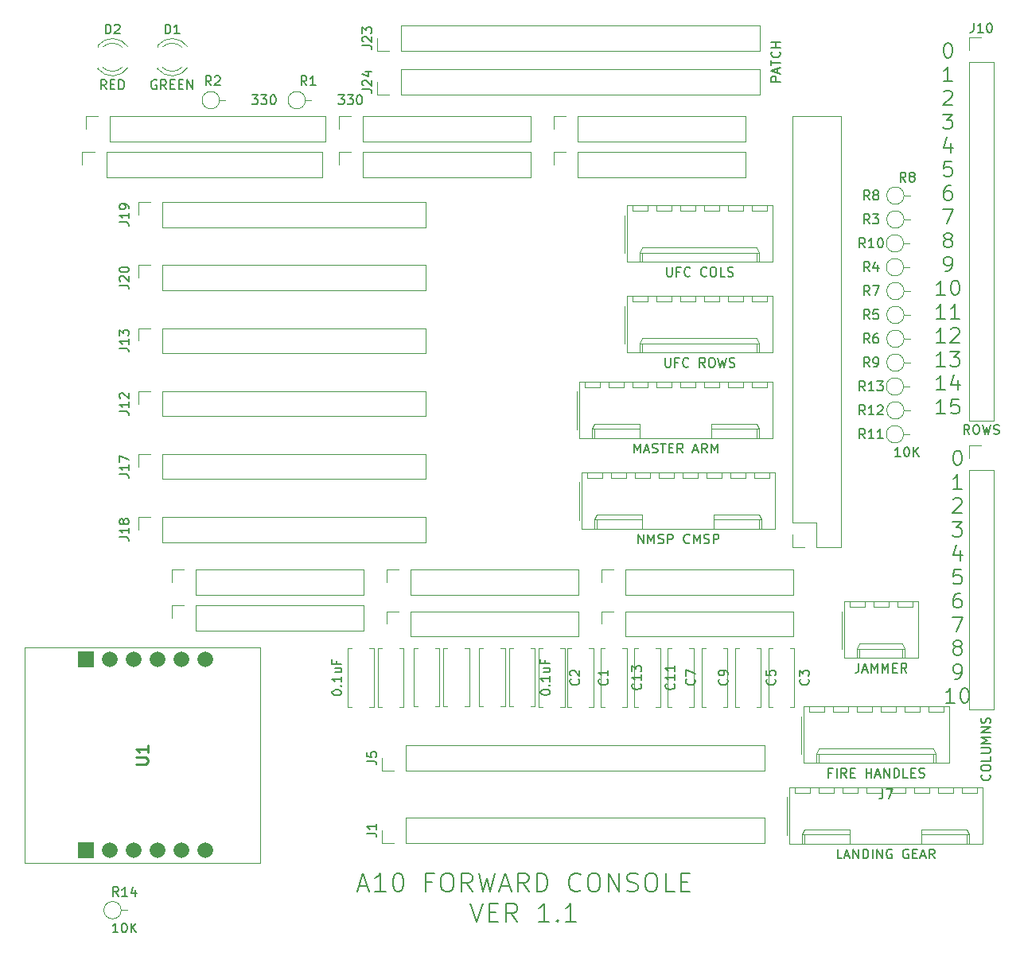
<source format=gbr>
%TF.GenerationSoftware,KiCad,Pcbnew,7.0.9*%
%TF.CreationDate,2023-12-17T07:56:42+10:00*%
%TF.ProjectId,Forward Console Input,466f7277-6172-4642-9043-6f6e736f6c65,rev?*%
%TF.SameCoordinates,Original*%
%TF.FileFunction,Legend,Top*%
%TF.FilePolarity,Positive*%
%FSLAX46Y46*%
G04 Gerber Fmt 4.6, Leading zero omitted, Abs format (unit mm)*
G04 Created by KiCad (PCBNEW 7.0.9) date 2023-12-17 07:56:42*
%MOMM*%
%LPD*%
G01*
G04 APERTURE LIST*
%ADD10C,0.150000*%
%ADD11C,0.254000*%
%ADD12C,0.120000*%
%ADD13C,0.100000*%
%ADD14R,1.665000X1.665000*%
%ADD15C,1.665000*%
G04 APERTURE END LIST*
D10*
X210159809Y-83462011D02*
X210312190Y-83462011D01*
X210312190Y-83462011D02*
X210464571Y-83536773D01*
X210464571Y-83536773D02*
X210540761Y-83611535D01*
X210540761Y-83611535D02*
X210616952Y-83761059D01*
X210616952Y-83761059D02*
X210693142Y-84060107D01*
X210693142Y-84060107D02*
X210693142Y-84433916D01*
X210693142Y-84433916D02*
X210616952Y-84732964D01*
X210616952Y-84732964D02*
X210540761Y-84882488D01*
X210540761Y-84882488D02*
X210464571Y-84957250D01*
X210464571Y-84957250D02*
X210312190Y-85032011D01*
X210312190Y-85032011D02*
X210159809Y-85032011D01*
X210159809Y-85032011D02*
X210007428Y-84957250D01*
X210007428Y-84957250D02*
X209931237Y-84882488D01*
X209931237Y-84882488D02*
X209855047Y-84732964D01*
X209855047Y-84732964D02*
X209778856Y-84433916D01*
X209778856Y-84433916D02*
X209778856Y-84060107D01*
X209778856Y-84060107D02*
X209855047Y-83761059D01*
X209855047Y-83761059D02*
X209931237Y-83611535D01*
X209931237Y-83611535D02*
X210007428Y-83536773D01*
X210007428Y-83536773D02*
X210159809Y-83462011D01*
X210693142Y-87559711D02*
X209778856Y-87559711D01*
X210235999Y-87559711D02*
X210235999Y-85989711D01*
X210235999Y-85989711D02*
X210083618Y-86213997D01*
X210083618Y-86213997D02*
X209931237Y-86363521D01*
X209931237Y-86363521D02*
X209778856Y-86438283D01*
X209778856Y-88666935D02*
X209855047Y-88592173D01*
X209855047Y-88592173D02*
X210007428Y-88517411D01*
X210007428Y-88517411D02*
X210388380Y-88517411D01*
X210388380Y-88517411D02*
X210540761Y-88592173D01*
X210540761Y-88592173D02*
X210616952Y-88666935D01*
X210616952Y-88666935D02*
X210693142Y-88816459D01*
X210693142Y-88816459D02*
X210693142Y-88965983D01*
X210693142Y-88965983D02*
X210616952Y-89190269D01*
X210616952Y-89190269D02*
X209702666Y-90087411D01*
X209702666Y-90087411D02*
X210693142Y-90087411D01*
X209702666Y-91045111D02*
X210693142Y-91045111D01*
X210693142Y-91045111D02*
X210159809Y-91643207D01*
X210159809Y-91643207D02*
X210388380Y-91643207D01*
X210388380Y-91643207D02*
X210540761Y-91717969D01*
X210540761Y-91717969D02*
X210616952Y-91792730D01*
X210616952Y-91792730D02*
X210693142Y-91942254D01*
X210693142Y-91942254D02*
X210693142Y-92316064D01*
X210693142Y-92316064D02*
X210616952Y-92465588D01*
X210616952Y-92465588D02*
X210540761Y-92540350D01*
X210540761Y-92540350D02*
X210388380Y-92615111D01*
X210388380Y-92615111D02*
X209931237Y-92615111D01*
X209931237Y-92615111D02*
X209778856Y-92540350D01*
X209778856Y-92540350D02*
X209702666Y-92465588D01*
X210540761Y-94096145D02*
X210540761Y-95142811D01*
X210159809Y-93498050D02*
X209778856Y-94619478D01*
X209778856Y-94619478D02*
X210769333Y-94619478D01*
X210616952Y-96100511D02*
X209855047Y-96100511D01*
X209855047Y-96100511D02*
X209778856Y-96848130D01*
X209778856Y-96848130D02*
X209855047Y-96773369D01*
X209855047Y-96773369D02*
X210007428Y-96698607D01*
X210007428Y-96698607D02*
X210388380Y-96698607D01*
X210388380Y-96698607D02*
X210540761Y-96773369D01*
X210540761Y-96773369D02*
X210616952Y-96848130D01*
X210616952Y-96848130D02*
X210693142Y-96997654D01*
X210693142Y-96997654D02*
X210693142Y-97371464D01*
X210693142Y-97371464D02*
X210616952Y-97520988D01*
X210616952Y-97520988D02*
X210540761Y-97595750D01*
X210540761Y-97595750D02*
X210388380Y-97670511D01*
X210388380Y-97670511D02*
X210007428Y-97670511D01*
X210007428Y-97670511D02*
X209855047Y-97595750D01*
X209855047Y-97595750D02*
X209778856Y-97520988D01*
X210540761Y-98628211D02*
X210235999Y-98628211D01*
X210235999Y-98628211D02*
X210083618Y-98702973D01*
X210083618Y-98702973D02*
X210007428Y-98777735D01*
X210007428Y-98777735D02*
X209855047Y-99002021D01*
X209855047Y-99002021D02*
X209778856Y-99301069D01*
X209778856Y-99301069D02*
X209778856Y-99899164D01*
X209778856Y-99899164D02*
X209855047Y-100048688D01*
X209855047Y-100048688D02*
X209931237Y-100123450D01*
X209931237Y-100123450D02*
X210083618Y-100198211D01*
X210083618Y-100198211D02*
X210388380Y-100198211D01*
X210388380Y-100198211D02*
X210540761Y-100123450D01*
X210540761Y-100123450D02*
X210616952Y-100048688D01*
X210616952Y-100048688D02*
X210693142Y-99899164D01*
X210693142Y-99899164D02*
X210693142Y-99525354D01*
X210693142Y-99525354D02*
X210616952Y-99375830D01*
X210616952Y-99375830D02*
X210540761Y-99301069D01*
X210540761Y-99301069D02*
X210388380Y-99226307D01*
X210388380Y-99226307D02*
X210083618Y-99226307D01*
X210083618Y-99226307D02*
X209931237Y-99301069D01*
X209931237Y-99301069D02*
X209855047Y-99375830D01*
X209855047Y-99375830D02*
X209778856Y-99525354D01*
X209702666Y-101155911D02*
X210769333Y-101155911D01*
X210769333Y-101155911D02*
X210083618Y-102725911D01*
X210083618Y-104356469D02*
X209931237Y-104281707D01*
X209931237Y-104281707D02*
X209855047Y-104206945D01*
X209855047Y-104206945D02*
X209778856Y-104057421D01*
X209778856Y-104057421D02*
X209778856Y-103982659D01*
X209778856Y-103982659D02*
X209855047Y-103833135D01*
X209855047Y-103833135D02*
X209931237Y-103758373D01*
X209931237Y-103758373D02*
X210083618Y-103683611D01*
X210083618Y-103683611D02*
X210388380Y-103683611D01*
X210388380Y-103683611D02*
X210540761Y-103758373D01*
X210540761Y-103758373D02*
X210616952Y-103833135D01*
X210616952Y-103833135D02*
X210693142Y-103982659D01*
X210693142Y-103982659D02*
X210693142Y-104057421D01*
X210693142Y-104057421D02*
X210616952Y-104206945D01*
X210616952Y-104206945D02*
X210540761Y-104281707D01*
X210540761Y-104281707D02*
X210388380Y-104356469D01*
X210388380Y-104356469D02*
X210083618Y-104356469D01*
X210083618Y-104356469D02*
X209931237Y-104431230D01*
X209931237Y-104431230D02*
X209855047Y-104505992D01*
X209855047Y-104505992D02*
X209778856Y-104655516D01*
X209778856Y-104655516D02*
X209778856Y-104954564D01*
X209778856Y-104954564D02*
X209855047Y-105104088D01*
X209855047Y-105104088D02*
X209931237Y-105178850D01*
X209931237Y-105178850D02*
X210083618Y-105253611D01*
X210083618Y-105253611D02*
X210388380Y-105253611D01*
X210388380Y-105253611D02*
X210540761Y-105178850D01*
X210540761Y-105178850D02*
X210616952Y-105104088D01*
X210616952Y-105104088D02*
X210693142Y-104954564D01*
X210693142Y-104954564D02*
X210693142Y-104655516D01*
X210693142Y-104655516D02*
X210616952Y-104505992D01*
X210616952Y-104505992D02*
X210540761Y-104431230D01*
X210540761Y-104431230D02*
X210388380Y-104356469D01*
X209931237Y-107781311D02*
X210235999Y-107781311D01*
X210235999Y-107781311D02*
X210388380Y-107706550D01*
X210388380Y-107706550D02*
X210464571Y-107631788D01*
X210464571Y-107631788D02*
X210616952Y-107407502D01*
X210616952Y-107407502D02*
X210693142Y-107108454D01*
X210693142Y-107108454D02*
X210693142Y-106510359D01*
X210693142Y-106510359D02*
X210616952Y-106360835D01*
X210616952Y-106360835D02*
X210540761Y-106286073D01*
X210540761Y-106286073D02*
X210388380Y-106211311D01*
X210388380Y-106211311D02*
X210083618Y-106211311D01*
X210083618Y-106211311D02*
X209931237Y-106286073D01*
X209931237Y-106286073D02*
X209855047Y-106360835D01*
X209855047Y-106360835D02*
X209778856Y-106510359D01*
X209778856Y-106510359D02*
X209778856Y-106884169D01*
X209778856Y-106884169D02*
X209855047Y-107033692D01*
X209855047Y-107033692D02*
X209931237Y-107108454D01*
X209931237Y-107108454D02*
X210083618Y-107183216D01*
X210083618Y-107183216D02*
X210388380Y-107183216D01*
X210388380Y-107183216D02*
X210540761Y-107108454D01*
X210540761Y-107108454D02*
X210616952Y-107033692D01*
X210616952Y-107033692D02*
X210693142Y-106884169D01*
X209931237Y-110309011D02*
X209016951Y-110309011D01*
X209474094Y-110309011D02*
X209474094Y-108739011D01*
X209474094Y-108739011D02*
X209321713Y-108963297D01*
X209321713Y-108963297D02*
X209169332Y-109112821D01*
X209169332Y-109112821D02*
X209016951Y-109187583D01*
X210921714Y-108739011D02*
X211074095Y-108739011D01*
X211074095Y-108739011D02*
X211226476Y-108813773D01*
X211226476Y-108813773D02*
X211302666Y-108888535D01*
X211302666Y-108888535D02*
X211378857Y-109038059D01*
X211378857Y-109038059D02*
X211455047Y-109337107D01*
X211455047Y-109337107D02*
X211455047Y-109710916D01*
X211455047Y-109710916D02*
X211378857Y-110009964D01*
X211378857Y-110009964D02*
X211302666Y-110159488D01*
X211302666Y-110159488D02*
X211226476Y-110234250D01*
X211226476Y-110234250D02*
X211074095Y-110309011D01*
X211074095Y-110309011D02*
X210921714Y-110309011D01*
X210921714Y-110309011D02*
X210769333Y-110234250D01*
X210769333Y-110234250D02*
X210693142Y-110159488D01*
X210693142Y-110159488D02*
X210616952Y-110009964D01*
X210616952Y-110009964D02*
X210540761Y-109710916D01*
X210540761Y-109710916D02*
X210540761Y-109337107D01*
X210540761Y-109337107D02*
X210616952Y-109038059D01*
X210616952Y-109038059D02*
X210693142Y-108888535D01*
X210693142Y-108888535D02*
X210769333Y-108813773D01*
X210769333Y-108813773D02*
X210921714Y-108739011D01*
X146515951Y-129851009D02*
X147468332Y-129851009D01*
X146325475Y-130422438D02*
X146992141Y-128422438D01*
X146992141Y-128422438D02*
X147658808Y-130422438D01*
X149373094Y-130422438D02*
X148230237Y-130422438D01*
X148801665Y-130422438D02*
X148801665Y-128422438D01*
X148801665Y-128422438D02*
X148611189Y-128708152D01*
X148611189Y-128708152D02*
X148420713Y-128898628D01*
X148420713Y-128898628D02*
X148230237Y-128993866D01*
X150611189Y-128422438D02*
X150801666Y-128422438D01*
X150801666Y-128422438D02*
X150992142Y-128517676D01*
X150992142Y-128517676D02*
X151087380Y-128612914D01*
X151087380Y-128612914D02*
X151182618Y-128803390D01*
X151182618Y-128803390D02*
X151277856Y-129184342D01*
X151277856Y-129184342D02*
X151277856Y-129660533D01*
X151277856Y-129660533D02*
X151182618Y-130041485D01*
X151182618Y-130041485D02*
X151087380Y-130231961D01*
X151087380Y-130231961D02*
X150992142Y-130327200D01*
X150992142Y-130327200D02*
X150801666Y-130422438D01*
X150801666Y-130422438D02*
X150611189Y-130422438D01*
X150611189Y-130422438D02*
X150420713Y-130327200D01*
X150420713Y-130327200D02*
X150325475Y-130231961D01*
X150325475Y-130231961D02*
X150230237Y-130041485D01*
X150230237Y-130041485D02*
X150134999Y-129660533D01*
X150134999Y-129660533D02*
X150134999Y-129184342D01*
X150134999Y-129184342D02*
X150230237Y-128803390D01*
X150230237Y-128803390D02*
X150325475Y-128612914D01*
X150325475Y-128612914D02*
X150420713Y-128517676D01*
X150420713Y-128517676D02*
X150611189Y-128422438D01*
X154325476Y-129374819D02*
X153658809Y-129374819D01*
X153658809Y-130422438D02*
X153658809Y-128422438D01*
X153658809Y-128422438D02*
X154611190Y-128422438D01*
X155754047Y-128422438D02*
X156135000Y-128422438D01*
X156135000Y-128422438D02*
X156325476Y-128517676D01*
X156325476Y-128517676D02*
X156515952Y-128708152D01*
X156515952Y-128708152D02*
X156611190Y-129089104D01*
X156611190Y-129089104D02*
X156611190Y-129755771D01*
X156611190Y-129755771D02*
X156515952Y-130136723D01*
X156515952Y-130136723D02*
X156325476Y-130327200D01*
X156325476Y-130327200D02*
X156135000Y-130422438D01*
X156135000Y-130422438D02*
X155754047Y-130422438D01*
X155754047Y-130422438D02*
X155563571Y-130327200D01*
X155563571Y-130327200D02*
X155373095Y-130136723D01*
X155373095Y-130136723D02*
X155277857Y-129755771D01*
X155277857Y-129755771D02*
X155277857Y-129089104D01*
X155277857Y-129089104D02*
X155373095Y-128708152D01*
X155373095Y-128708152D02*
X155563571Y-128517676D01*
X155563571Y-128517676D02*
X155754047Y-128422438D01*
X158611190Y-130422438D02*
X157944523Y-129470057D01*
X157468333Y-130422438D02*
X157468333Y-128422438D01*
X157468333Y-128422438D02*
X158230238Y-128422438D01*
X158230238Y-128422438D02*
X158420714Y-128517676D01*
X158420714Y-128517676D02*
X158515952Y-128612914D01*
X158515952Y-128612914D02*
X158611190Y-128803390D01*
X158611190Y-128803390D02*
X158611190Y-129089104D01*
X158611190Y-129089104D02*
X158515952Y-129279580D01*
X158515952Y-129279580D02*
X158420714Y-129374819D01*
X158420714Y-129374819D02*
X158230238Y-129470057D01*
X158230238Y-129470057D02*
X157468333Y-129470057D01*
X159277857Y-128422438D02*
X159754047Y-130422438D01*
X159754047Y-130422438D02*
X160135000Y-128993866D01*
X160135000Y-128993866D02*
X160515952Y-130422438D01*
X160515952Y-130422438D02*
X160992143Y-128422438D01*
X161658809Y-129851009D02*
X162611190Y-129851009D01*
X161468333Y-130422438D02*
X162134999Y-128422438D01*
X162134999Y-128422438D02*
X162801666Y-130422438D01*
X164611190Y-130422438D02*
X163944523Y-129470057D01*
X163468333Y-130422438D02*
X163468333Y-128422438D01*
X163468333Y-128422438D02*
X164230238Y-128422438D01*
X164230238Y-128422438D02*
X164420714Y-128517676D01*
X164420714Y-128517676D02*
X164515952Y-128612914D01*
X164515952Y-128612914D02*
X164611190Y-128803390D01*
X164611190Y-128803390D02*
X164611190Y-129089104D01*
X164611190Y-129089104D02*
X164515952Y-129279580D01*
X164515952Y-129279580D02*
X164420714Y-129374819D01*
X164420714Y-129374819D02*
X164230238Y-129470057D01*
X164230238Y-129470057D02*
X163468333Y-129470057D01*
X165468333Y-130422438D02*
X165468333Y-128422438D01*
X165468333Y-128422438D02*
X165944523Y-128422438D01*
X165944523Y-128422438D02*
X166230238Y-128517676D01*
X166230238Y-128517676D02*
X166420714Y-128708152D01*
X166420714Y-128708152D02*
X166515952Y-128898628D01*
X166515952Y-128898628D02*
X166611190Y-129279580D01*
X166611190Y-129279580D02*
X166611190Y-129565295D01*
X166611190Y-129565295D02*
X166515952Y-129946247D01*
X166515952Y-129946247D02*
X166420714Y-130136723D01*
X166420714Y-130136723D02*
X166230238Y-130327200D01*
X166230238Y-130327200D02*
X165944523Y-130422438D01*
X165944523Y-130422438D02*
X165468333Y-130422438D01*
X170135000Y-130231961D02*
X170039762Y-130327200D01*
X170039762Y-130327200D02*
X169754048Y-130422438D01*
X169754048Y-130422438D02*
X169563572Y-130422438D01*
X169563572Y-130422438D02*
X169277857Y-130327200D01*
X169277857Y-130327200D02*
X169087381Y-130136723D01*
X169087381Y-130136723D02*
X168992143Y-129946247D01*
X168992143Y-129946247D02*
X168896905Y-129565295D01*
X168896905Y-129565295D02*
X168896905Y-129279580D01*
X168896905Y-129279580D02*
X168992143Y-128898628D01*
X168992143Y-128898628D02*
X169087381Y-128708152D01*
X169087381Y-128708152D02*
X169277857Y-128517676D01*
X169277857Y-128517676D02*
X169563572Y-128422438D01*
X169563572Y-128422438D02*
X169754048Y-128422438D01*
X169754048Y-128422438D02*
X170039762Y-128517676D01*
X170039762Y-128517676D02*
X170135000Y-128612914D01*
X171373095Y-128422438D02*
X171754048Y-128422438D01*
X171754048Y-128422438D02*
X171944524Y-128517676D01*
X171944524Y-128517676D02*
X172135000Y-128708152D01*
X172135000Y-128708152D02*
X172230238Y-129089104D01*
X172230238Y-129089104D02*
X172230238Y-129755771D01*
X172230238Y-129755771D02*
X172135000Y-130136723D01*
X172135000Y-130136723D02*
X171944524Y-130327200D01*
X171944524Y-130327200D02*
X171754048Y-130422438D01*
X171754048Y-130422438D02*
X171373095Y-130422438D01*
X171373095Y-130422438D02*
X171182619Y-130327200D01*
X171182619Y-130327200D02*
X170992143Y-130136723D01*
X170992143Y-130136723D02*
X170896905Y-129755771D01*
X170896905Y-129755771D02*
X170896905Y-129089104D01*
X170896905Y-129089104D02*
X170992143Y-128708152D01*
X170992143Y-128708152D02*
X171182619Y-128517676D01*
X171182619Y-128517676D02*
X171373095Y-128422438D01*
X173087381Y-130422438D02*
X173087381Y-128422438D01*
X173087381Y-128422438D02*
X174230238Y-130422438D01*
X174230238Y-130422438D02*
X174230238Y-128422438D01*
X175087381Y-130327200D02*
X175373095Y-130422438D01*
X175373095Y-130422438D02*
X175849286Y-130422438D01*
X175849286Y-130422438D02*
X176039762Y-130327200D01*
X176039762Y-130327200D02*
X176135000Y-130231961D01*
X176135000Y-130231961D02*
X176230238Y-130041485D01*
X176230238Y-130041485D02*
X176230238Y-129851009D01*
X176230238Y-129851009D02*
X176135000Y-129660533D01*
X176135000Y-129660533D02*
X176039762Y-129565295D01*
X176039762Y-129565295D02*
X175849286Y-129470057D01*
X175849286Y-129470057D02*
X175468333Y-129374819D01*
X175468333Y-129374819D02*
X175277857Y-129279580D01*
X175277857Y-129279580D02*
X175182619Y-129184342D01*
X175182619Y-129184342D02*
X175087381Y-128993866D01*
X175087381Y-128993866D02*
X175087381Y-128803390D01*
X175087381Y-128803390D02*
X175182619Y-128612914D01*
X175182619Y-128612914D02*
X175277857Y-128517676D01*
X175277857Y-128517676D02*
X175468333Y-128422438D01*
X175468333Y-128422438D02*
X175944524Y-128422438D01*
X175944524Y-128422438D02*
X176230238Y-128517676D01*
X177468333Y-128422438D02*
X177849286Y-128422438D01*
X177849286Y-128422438D02*
X178039762Y-128517676D01*
X178039762Y-128517676D02*
X178230238Y-128708152D01*
X178230238Y-128708152D02*
X178325476Y-129089104D01*
X178325476Y-129089104D02*
X178325476Y-129755771D01*
X178325476Y-129755771D02*
X178230238Y-130136723D01*
X178230238Y-130136723D02*
X178039762Y-130327200D01*
X178039762Y-130327200D02*
X177849286Y-130422438D01*
X177849286Y-130422438D02*
X177468333Y-130422438D01*
X177468333Y-130422438D02*
X177277857Y-130327200D01*
X177277857Y-130327200D02*
X177087381Y-130136723D01*
X177087381Y-130136723D02*
X176992143Y-129755771D01*
X176992143Y-129755771D02*
X176992143Y-129089104D01*
X176992143Y-129089104D02*
X177087381Y-128708152D01*
X177087381Y-128708152D02*
X177277857Y-128517676D01*
X177277857Y-128517676D02*
X177468333Y-128422438D01*
X180135000Y-130422438D02*
X179182619Y-130422438D01*
X179182619Y-130422438D02*
X179182619Y-128422438D01*
X180801667Y-129374819D02*
X181468334Y-129374819D01*
X181754048Y-130422438D02*
X180801667Y-130422438D01*
X180801667Y-130422438D02*
X180801667Y-128422438D01*
X180801667Y-128422438D02*
X181754048Y-128422438D01*
X158420714Y-131642438D02*
X159087380Y-133642438D01*
X159087380Y-133642438D02*
X159754047Y-131642438D01*
X160420714Y-132594819D02*
X161087381Y-132594819D01*
X161373095Y-133642438D02*
X160420714Y-133642438D01*
X160420714Y-133642438D02*
X160420714Y-131642438D01*
X160420714Y-131642438D02*
X161373095Y-131642438D01*
X163373095Y-133642438D02*
X162706428Y-132690057D01*
X162230238Y-133642438D02*
X162230238Y-131642438D01*
X162230238Y-131642438D02*
X162992143Y-131642438D01*
X162992143Y-131642438D02*
X163182619Y-131737676D01*
X163182619Y-131737676D02*
X163277857Y-131832914D01*
X163277857Y-131832914D02*
X163373095Y-132023390D01*
X163373095Y-132023390D02*
X163373095Y-132309104D01*
X163373095Y-132309104D02*
X163277857Y-132499580D01*
X163277857Y-132499580D02*
X163182619Y-132594819D01*
X163182619Y-132594819D02*
X162992143Y-132690057D01*
X162992143Y-132690057D02*
X162230238Y-132690057D01*
X166801667Y-133642438D02*
X165658810Y-133642438D01*
X166230238Y-133642438D02*
X166230238Y-131642438D01*
X166230238Y-131642438D02*
X166039762Y-131928152D01*
X166039762Y-131928152D02*
X165849286Y-132118628D01*
X165849286Y-132118628D02*
X165658810Y-132213866D01*
X167658810Y-133451961D02*
X167754048Y-133547200D01*
X167754048Y-133547200D02*
X167658810Y-133642438D01*
X167658810Y-133642438D02*
X167563572Y-133547200D01*
X167563572Y-133547200D02*
X167658810Y-133451961D01*
X167658810Y-133451961D02*
X167658810Y-133642438D01*
X169658810Y-133642438D02*
X168515953Y-133642438D01*
X169087381Y-133642438D02*
X169087381Y-131642438D01*
X169087381Y-131642438D02*
X168896905Y-131928152D01*
X168896905Y-131928152D02*
X168706429Y-132118628D01*
X168706429Y-132118628D02*
X168515953Y-132213866D01*
X209143809Y-40058761D02*
X209296190Y-40058761D01*
X209296190Y-40058761D02*
X209448571Y-40133523D01*
X209448571Y-40133523D02*
X209524761Y-40208285D01*
X209524761Y-40208285D02*
X209600952Y-40357809D01*
X209600952Y-40357809D02*
X209677142Y-40656857D01*
X209677142Y-40656857D02*
X209677142Y-41030666D01*
X209677142Y-41030666D02*
X209600952Y-41329714D01*
X209600952Y-41329714D02*
X209524761Y-41479238D01*
X209524761Y-41479238D02*
X209448571Y-41554000D01*
X209448571Y-41554000D02*
X209296190Y-41628761D01*
X209296190Y-41628761D02*
X209143809Y-41628761D01*
X209143809Y-41628761D02*
X208991428Y-41554000D01*
X208991428Y-41554000D02*
X208915237Y-41479238D01*
X208915237Y-41479238D02*
X208839047Y-41329714D01*
X208839047Y-41329714D02*
X208762856Y-41030666D01*
X208762856Y-41030666D02*
X208762856Y-40656857D01*
X208762856Y-40656857D02*
X208839047Y-40357809D01*
X208839047Y-40357809D02*
X208915237Y-40208285D01*
X208915237Y-40208285D02*
X208991428Y-40133523D01*
X208991428Y-40133523D02*
X209143809Y-40058761D01*
X209677142Y-44156461D02*
X208762856Y-44156461D01*
X209219999Y-44156461D02*
X209219999Y-42586461D01*
X209219999Y-42586461D02*
X209067618Y-42810747D01*
X209067618Y-42810747D02*
X208915237Y-42960271D01*
X208915237Y-42960271D02*
X208762856Y-43035033D01*
X208762856Y-45263685D02*
X208839047Y-45188923D01*
X208839047Y-45188923D02*
X208991428Y-45114161D01*
X208991428Y-45114161D02*
X209372380Y-45114161D01*
X209372380Y-45114161D02*
X209524761Y-45188923D01*
X209524761Y-45188923D02*
X209600952Y-45263685D01*
X209600952Y-45263685D02*
X209677142Y-45413209D01*
X209677142Y-45413209D02*
X209677142Y-45562733D01*
X209677142Y-45562733D02*
X209600952Y-45787019D01*
X209600952Y-45787019D02*
X208686666Y-46684161D01*
X208686666Y-46684161D02*
X209677142Y-46684161D01*
X208686666Y-47641861D02*
X209677142Y-47641861D01*
X209677142Y-47641861D02*
X209143809Y-48239957D01*
X209143809Y-48239957D02*
X209372380Y-48239957D01*
X209372380Y-48239957D02*
X209524761Y-48314719D01*
X209524761Y-48314719D02*
X209600952Y-48389480D01*
X209600952Y-48389480D02*
X209677142Y-48539004D01*
X209677142Y-48539004D02*
X209677142Y-48912814D01*
X209677142Y-48912814D02*
X209600952Y-49062338D01*
X209600952Y-49062338D02*
X209524761Y-49137100D01*
X209524761Y-49137100D02*
X209372380Y-49211861D01*
X209372380Y-49211861D02*
X208915237Y-49211861D01*
X208915237Y-49211861D02*
X208762856Y-49137100D01*
X208762856Y-49137100D02*
X208686666Y-49062338D01*
X209524761Y-50692895D02*
X209524761Y-51739561D01*
X209143809Y-50094800D02*
X208762856Y-51216228D01*
X208762856Y-51216228D02*
X209753333Y-51216228D01*
X209600952Y-52697261D02*
X208839047Y-52697261D01*
X208839047Y-52697261D02*
X208762856Y-53444880D01*
X208762856Y-53444880D02*
X208839047Y-53370119D01*
X208839047Y-53370119D02*
X208991428Y-53295357D01*
X208991428Y-53295357D02*
X209372380Y-53295357D01*
X209372380Y-53295357D02*
X209524761Y-53370119D01*
X209524761Y-53370119D02*
X209600952Y-53444880D01*
X209600952Y-53444880D02*
X209677142Y-53594404D01*
X209677142Y-53594404D02*
X209677142Y-53968214D01*
X209677142Y-53968214D02*
X209600952Y-54117738D01*
X209600952Y-54117738D02*
X209524761Y-54192500D01*
X209524761Y-54192500D02*
X209372380Y-54267261D01*
X209372380Y-54267261D02*
X208991428Y-54267261D01*
X208991428Y-54267261D02*
X208839047Y-54192500D01*
X208839047Y-54192500D02*
X208762856Y-54117738D01*
X209524761Y-55224961D02*
X209219999Y-55224961D01*
X209219999Y-55224961D02*
X209067618Y-55299723D01*
X209067618Y-55299723D02*
X208991428Y-55374485D01*
X208991428Y-55374485D02*
X208839047Y-55598771D01*
X208839047Y-55598771D02*
X208762856Y-55897819D01*
X208762856Y-55897819D02*
X208762856Y-56495914D01*
X208762856Y-56495914D02*
X208839047Y-56645438D01*
X208839047Y-56645438D02*
X208915237Y-56720200D01*
X208915237Y-56720200D02*
X209067618Y-56794961D01*
X209067618Y-56794961D02*
X209372380Y-56794961D01*
X209372380Y-56794961D02*
X209524761Y-56720200D01*
X209524761Y-56720200D02*
X209600952Y-56645438D01*
X209600952Y-56645438D02*
X209677142Y-56495914D01*
X209677142Y-56495914D02*
X209677142Y-56122104D01*
X209677142Y-56122104D02*
X209600952Y-55972580D01*
X209600952Y-55972580D02*
X209524761Y-55897819D01*
X209524761Y-55897819D02*
X209372380Y-55823057D01*
X209372380Y-55823057D02*
X209067618Y-55823057D01*
X209067618Y-55823057D02*
X208915237Y-55897819D01*
X208915237Y-55897819D02*
X208839047Y-55972580D01*
X208839047Y-55972580D02*
X208762856Y-56122104D01*
X208686666Y-57752661D02*
X209753333Y-57752661D01*
X209753333Y-57752661D02*
X209067618Y-59322661D01*
X209067618Y-60953219D02*
X208915237Y-60878457D01*
X208915237Y-60878457D02*
X208839047Y-60803695D01*
X208839047Y-60803695D02*
X208762856Y-60654171D01*
X208762856Y-60654171D02*
X208762856Y-60579409D01*
X208762856Y-60579409D02*
X208839047Y-60429885D01*
X208839047Y-60429885D02*
X208915237Y-60355123D01*
X208915237Y-60355123D02*
X209067618Y-60280361D01*
X209067618Y-60280361D02*
X209372380Y-60280361D01*
X209372380Y-60280361D02*
X209524761Y-60355123D01*
X209524761Y-60355123D02*
X209600952Y-60429885D01*
X209600952Y-60429885D02*
X209677142Y-60579409D01*
X209677142Y-60579409D02*
X209677142Y-60654171D01*
X209677142Y-60654171D02*
X209600952Y-60803695D01*
X209600952Y-60803695D02*
X209524761Y-60878457D01*
X209524761Y-60878457D02*
X209372380Y-60953219D01*
X209372380Y-60953219D02*
X209067618Y-60953219D01*
X209067618Y-60953219D02*
X208915237Y-61027980D01*
X208915237Y-61027980D02*
X208839047Y-61102742D01*
X208839047Y-61102742D02*
X208762856Y-61252266D01*
X208762856Y-61252266D02*
X208762856Y-61551314D01*
X208762856Y-61551314D02*
X208839047Y-61700838D01*
X208839047Y-61700838D02*
X208915237Y-61775600D01*
X208915237Y-61775600D02*
X209067618Y-61850361D01*
X209067618Y-61850361D02*
X209372380Y-61850361D01*
X209372380Y-61850361D02*
X209524761Y-61775600D01*
X209524761Y-61775600D02*
X209600952Y-61700838D01*
X209600952Y-61700838D02*
X209677142Y-61551314D01*
X209677142Y-61551314D02*
X209677142Y-61252266D01*
X209677142Y-61252266D02*
X209600952Y-61102742D01*
X209600952Y-61102742D02*
X209524761Y-61027980D01*
X209524761Y-61027980D02*
X209372380Y-60953219D01*
X208915237Y-64378061D02*
X209219999Y-64378061D01*
X209219999Y-64378061D02*
X209372380Y-64303300D01*
X209372380Y-64303300D02*
X209448571Y-64228538D01*
X209448571Y-64228538D02*
X209600952Y-64004252D01*
X209600952Y-64004252D02*
X209677142Y-63705204D01*
X209677142Y-63705204D02*
X209677142Y-63107109D01*
X209677142Y-63107109D02*
X209600952Y-62957585D01*
X209600952Y-62957585D02*
X209524761Y-62882823D01*
X209524761Y-62882823D02*
X209372380Y-62808061D01*
X209372380Y-62808061D02*
X209067618Y-62808061D01*
X209067618Y-62808061D02*
X208915237Y-62882823D01*
X208915237Y-62882823D02*
X208839047Y-62957585D01*
X208839047Y-62957585D02*
X208762856Y-63107109D01*
X208762856Y-63107109D02*
X208762856Y-63480919D01*
X208762856Y-63480919D02*
X208839047Y-63630442D01*
X208839047Y-63630442D02*
X208915237Y-63705204D01*
X208915237Y-63705204D02*
X209067618Y-63779966D01*
X209067618Y-63779966D02*
X209372380Y-63779966D01*
X209372380Y-63779966D02*
X209524761Y-63705204D01*
X209524761Y-63705204D02*
X209600952Y-63630442D01*
X209600952Y-63630442D02*
X209677142Y-63480919D01*
X208915237Y-66905761D02*
X208000951Y-66905761D01*
X208458094Y-66905761D02*
X208458094Y-65335761D01*
X208458094Y-65335761D02*
X208305713Y-65560047D01*
X208305713Y-65560047D02*
X208153332Y-65709571D01*
X208153332Y-65709571D02*
X208000951Y-65784333D01*
X209905714Y-65335761D02*
X210058095Y-65335761D01*
X210058095Y-65335761D02*
X210210476Y-65410523D01*
X210210476Y-65410523D02*
X210286666Y-65485285D01*
X210286666Y-65485285D02*
X210362857Y-65634809D01*
X210362857Y-65634809D02*
X210439047Y-65933857D01*
X210439047Y-65933857D02*
X210439047Y-66307666D01*
X210439047Y-66307666D02*
X210362857Y-66606714D01*
X210362857Y-66606714D02*
X210286666Y-66756238D01*
X210286666Y-66756238D02*
X210210476Y-66831000D01*
X210210476Y-66831000D02*
X210058095Y-66905761D01*
X210058095Y-66905761D02*
X209905714Y-66905761D01*
X209905714Y-66905761D02*
X209753333Y-66831000D01*
X209753333Y-66831000D02*
X209677142Y-66756238D01*
X209677142Y-66756238D02*
X209600952Y-66606714D01*
X209600952Y-66606714D02*
X209524761Y-66307666D01*
X209524761Y-66307666D02*
X209524761Y-65933857D01*
X209524761Y-65933857D02*
X209600952Y-65634809D01*
X209600952Y-65634809D02*
X209677142Y-65485285D01*
X209677142Y-65485285D02*
X209753333Y-65410523D01*
X209753333Y-65410523D02*
X209905714Y-65335761D01*
X208915237Y-69433461D02*
X208000951Y-69433461D01*
X208458094Y-69433461D02*
X208458094Y-67863461D01*
X208458094Y-67863461D02*
X208305713Y-68087747D01*
X208305713Y-68087747D02*
X208153332Y-68237271D01*
X208153332Y-68237271D02*
X208000951Y-68312033D01*
X210439047Y-69433461D02*
X209524761Y-69433461D01*
X209981904Y-69433461D02*
X209981904Y-67863461D01*
X209981904Y-67863461D02*
X209829523Y-68087747D01*
X209829523Y-68087747D02*
X209677142Y-68237271D01*
X209677142Y-68237271D02*
X209524761Y-68312033D01*
X208915237Y-71961161D02*
X208000951Y-71961161D01*
X208458094Y-71961161D02*
X208458094Y-70391161D01*
X208458094Y-70391161D02*
X208305713Y-70615447D01*
X208305713Y-70615447D02*
X208153332Y-70764971D01*
X208153332Y-70764971D02*
X208000951Y-70839733D01*
X209524761Y-70540685D02*
X209600952Y-70465923D01*
X209600952Y-70465923D02*
X209753333Y-70391161D01*
X209753333Y-70391161D02*
X210134285Y-70391161D01*
X210134285Y-70391161D02*
X210286666Y-70465923D01*
X210286666Y-70465923D02*
X210362857Y-70540685D01*
X210362857Y-70540685D02*
X210439047Y-70690209D01*
X210439047Y-70690209D02*
X210439047Y-70839733D01*
X210439047Y-70839733D02*
X210362857Y-71064019D01*
X210362857Y-71064019D02*
X209448571Y-71961161D01*
X209448571Y-71961161D02*
X210439047Y-71961161D01*
X208915237Y-74488861D02*
X208000951Y-74488861D01*
X208458094Y-74488861D02*
X208458094Y-72918861D01*
X208458094Y-72918861D02*
X208305713Y-73143147D01*
X208305713Y-73143147D02*
X208153332Y-73292671D01*
X208153332Y-73292671D02*
X208000951Y-73367433D01*
X209448571Y-72918861D02*
X210439047Y-72918861D01*
X210439047Y-72918861D02*
X209905714Y-73516957D01*
X209905714Y-73516957D02*
X210134285Y-73516957D01*
X210134285Y-73516957D02*
X210286666Y-73591719D01*
X210286666Y-73591719D02*
X210362857Y-73666480D01*
X210362857Y-73666480D02*
X210439047Y-73816004D01*
X210439047Y-73816004D02*
X210439047Y-74189814D01*
X210439047Y-74189814D02*
X210362857Y-74339338D01*
X210362857Y-74339338D02*
X210286666Y-74414100D01*
X210286666Y-74414100D02*
X210134285Y-74488861D01*
X210134285Y-74488861D02*
X209677142Y-74488861D01*
X209677142Y-74488861D02*
X209524761Y-74414100D01*
X209524761Y-74414100D02*
X209448571Y-74339338D01*
X208915237Y-77016561D02*
X208000951Y-77016561D01*
X208458094Y-77016561D02*
X208458094Y-75446561D01*
X208458094Y-75446561D02*
X208305713Y-75670847D01*
X208305713Y-75670847D02*
X208153332Y-75820371D01*
X208153332Y-75820371D02*
X208000951Y-75895133D01*
X210286666Y-75969895D02*
X210286666Y-77016561D01*
X209905714Y-75371800D02*
X209524761Y-76493228D01*
X209524761Y-76493228D02*
X210515238Y-76493228D01*
X208915237Y-79544261D02*
X208000951Y-79544261D01*
X208458094Y-79544261D02*
X208458094Y-77974261D01*
X208458094Y-77974261D02*
X208305713Y-78198547D01*
X208305713Y-78198547D02*
X208153332Y-78348071D01*
X208153332Y-78348071D02*
X208000951Y-78422833D01*
X210362857Y-77974261D02*
X209600952Y-77974261D01*
X209600952Y-77974261D02*
X209524761Y-78721880D01*
X209524761Y-78721880D02*
X209600952Y-78647119D01*
X209600952Y-78647119D02*
X209753333Y-78572357D01*
X209753333Y-78572357D02*
X210134285Y-78572357D01*
X210134285Y-78572357D02*
X210286666Y-78647119D01*
X210286666Y-78647119D02*
X210362857Y-78721880D01*
X210362857Y-78721880D02*
X210439047Y-78871404D01*
X210439047Y-78871404D02*
X210439047Y-79245214D01*
X210439047Y-79245214D02*
X210362857Y-79394738D01*
X210362857Y-79394738D02*
X210286666Y-79469500D01*
X210286666Y-79469500D02*
X210134285Y-79544261D01*
X210134285Y-79544261D02*
X209753333Y-79544261D01*
X209753333Y-79544261D02*
X209600952Y-79469500D01*
X209600952Y-79469500D02*
X209524761Y-79394738D01*
X202282666Y-119520819D02*
X202282666Y-120235104D01*
X202282666Y-120235104D02*
X202235047Y-120377961D01*
X202235047Y-120377961D02*
X202139809Y-120473200D01*
X202139809Y-120473200D02*
X201996952Y-120520819D01*
X201996952Y-120520819D02*
X201901714Y-120520819D01*
X202663619Y-119520819D02*
X203330285Y-119520819D01*
X203330285Y-119520819D02*
X202901714Y-120520819D01*
X197949333Y-126886819D02*
X197473143Y-126886819D01*
X197473143Y-126886819D02*
X197473143Y-125886819D01*
X198235048Y-126601104D02*
X198711238Y-126601104D01*
X198139810Y-126886819D02*
X198473143Y-125886819D01*
X198473143Y-125886819D02*
X198806476Y-126886819D01*
X199139810Y-126886819D02*
X199139810Y-125886819D01*
X199139810Y-125886819D02*
X199711238Y-126886819D01*
X199711238Y-126886819D02*
X199711238Y-125886819D01*
X200187429Y-126886819D02*
X200187429Y-125886819D01*
X200187429Y-125886819D02*
X200425524Y-125886819D01*
X200425524Y-125886819D02*
X200568381Y-125934438D01*
X200568381Y-125934438D02*
X200663619Y-126029676D01*
X200663619Y-126029676D02*
X200711238Y-126124914D01*
X200711238Y-126124914D02*
X200758857Y-126315390D01*
X200758857Y-126315390D02*
X200758857Y-126458247D01*
X200758857Y-126458247D02*
X200711238Y-126648723D01*
X200711238Y-126648723D02*
X200663619Y-126743961D01*
X200663619Y-126743961D02*
X200568381Y-126839200D01*
X200568381Y-126839200D02*
X200425524Y-126886819D01*
X200425524Y-126886819D02*
X200187429Y-126886819D01*
X201187429Y-126886819D02*
X201187429Y-125886819D01*
X201663619Y-126886819D02*
X201663619Y-125886819D01*
X201663619Y-125886819D02*
X202235047Y-126886819D01*
X202235047Y-126886819D02*
X202235047Y-125886819D01*
X203235047Y-125934438D02*
X203139809Y-125886819D01*
X203139809Y-125886819D02*
X202996952Y-125886819D01*
X202996952Y-125886819D02*
X202854095Y-125934438D01*
X202854095Y-125934438D02*
X202758857Y-126029676D01*
X202758857Y-126029676D02*
X202711238Y-126124914D01*
X202711238Y-126124914D02*
X202663619Y-126315390D01*
X202663619Y-126315390D02*
X202663619Y-126458247D01*
X202663619Y-126458247D02*
X202711238Y-126648723D01*
X202711238Y-126648723D02*
X202758857Y-126743961D01*
X202758857Y-126743961D02*
X202854095Y-126839200D01*
X202854095Y-126839200D02*
X202996952Y-126886819D01*
X202996952Y-126886819D02*
X203092190Y-126886819D01*
X203092190Y-126886819D02*
X203235047Y-126839200D01*
X203235047Y-126839200D02*
X203282666Y-126791580D01*
X203282666Y-126791580D02*
X203282666Y-126458247D01*
X203282666Y-126458247D02*
X203092190Y-126458247D01*
X204996952Y-125934438D02*
X204901714Y-125886819D01*
X204901714Y-125886819D02*
X204758857Y-125886819D01*
X204758857Y-125886819D02*
X204616000Y-125934438D01*
X204616000Y-125934438D02*
X204520762Y-126029676D01*
X204520762Y-126029676D02*
X204473143Y-126124914D01*
X204473143Y-126124914D02*
X204425524Y-126315390D01*
X204425524Y-126315390D02*
X204425524Y-126458247D01*
X204425524Y-126458247D02*
X204473143Y-126648723D01*
X204473143Y-126648723D02*
X204520762Y-126743961D01*
X204520762Y-126743961D02*
X204616000Y-126839200D01*
X204616000Y-126839200D02*
X204758857Y-126886819D01*
X204758857Y-126886819D02*
X204854095Y-126886819D01*
X204854095Y-126886819D02*
X204996952Y-126839200D01*
X204996952Y-126839200D02*
X205044571Y-126791580D01*
X205044571Y-126791580D02*
X205044571Y-126458247D01*
X205044571Y-126458247D02*
X204854095Y-126458247D01*
X205473143Y-126363009D02*
X205806476Y-126363009D01*
X205949333Y-126886819D02*
X205473143Y-126886819D01*
X205473143Y-126886819D02*
X205473143Y-125886819D01*
X205473143Y-125886819D02*
X205949333Y-125886819D01*
X206330286Y-126601104D02*
X206806476Y-126601104D01*
X206235048Y-126886819D02*
X206568381Y-125886819D01*
X206568381Y-125886819D02*
X206901714Y-126886819D01*
X207806476Y-126886819D02*
X207473143Y-126410628D01*
X207235048Y-126886819D02*
X207235048Y-125886819D01*
X207235048Y-125886819D02*
X207616000Y-125886819D01*
X207616000Y-125886819D02*
X207711238Y-125934438D01*
X207711238Y-125934438D02*
X207758857Y-125982057D01*
X207758857Y-125982057D02*
X207806476Y-126077295D01*
X207806476Y-126077295D02*
X207806476Y-126220152D01*
X207806476Y-126220152D02*
X207758857Y-126315390D01*
X207758857Y-126315390D02*
X207711238Y-126363009D01*
X207711238Y-126363009D02*
X207616000Y-126410628D01*
X207616000Y-126410628D02*
X207235048Y-126410628D01*
X121068819Y-85975923D02*
X121783104Y-85975923D01*
X121783104Y-85975923D02*
X121925961Y-86023542D01*
X121925961Y-86023542D02*
X122021200Y-86118780D01*
X122021200Y-86118780D02*
X122068819Y-86261637D01*
X122068819Y-86261637D02*
X122068819Y-86356875D01*
X122068819Y-84975923D02*
X122068819Y-85547351D01*
X122068819Y-85261637D02*
X121068819Y-85261637D01*
X121068819Y-85261637D02*
X121211676Y-85356875D01*
X121211676Y-85356875D02*
X121306914Y-85452113D01*
X121306914Y-85452113D02*
X121354533Y-85547351D01*
X121068819Y-84642589D02*
X121068819Y-83975923D01*
X121068819Y-83975923D02*
X122068819Y-84404494D01*
X200875333Y-69466819D02*
X200542000Y-68990628D01*
X200303905Y-69466819D02*
X200303905Y-68466819D01*
X200303905Y-68466819D02*
X200684857Y-68466819D01*
X200684857Y-68466819D02*
X200780095Y-68514438D01*
X200780095Y-68514438D02*
X200827714Y-68562057D01*
X200827714Y-68562057D02*
X200875333Y-68657295D01*
X200875333Y-68657295D02*
X200875333Y-68800152D01*
X200875333Y-68800152D02*
X200827714Y-68895390D01*
X200827714Y-68895390D02*
X200780095Y-68943009D01*
X200780095Y-68943009D02*
X200684857Y-68990628D01*
X200684857Y-68990628D02*
X200303905Y-68990628D01*
X201780095Y-68466819D02*
X201303905Y-68466819D01*
X201303905Y-68466819D02*
X201256286Y-68943009D01*
X201256286Y-68943009D02*
X201303905Y-68895390D01*
X201303905Y-68895390D02*
X201399143Y-68847771D01*
X201399143Y-68847771D02*
X201637238Y-68847771D01*
X201637238Y-68847771D02*
X201732476Y-68895390D01*
X201732476Y-68895390D02*
X201780095Y-68943009D01*
X201780095Y-68943009D02*
X201827714Y-69038247D01*
X201827714Y-69038247D02*
X201827714Y-69276342D01*
X201827714Y-69276342D02*
X201780095Y-69371580D01*
X201780095Y-69371580D02*
X201732476Y-69419200D01*
X201732476Y-69419200D02*
X201637238Y-69466819D01*
X201637238Y-69466819D02*
X201399143Y-69466819D01*
X201399143Y-69466819D02*
X201303905Y-69419200D01*
X201303905Y-69419200D02*
X201256286Y-69371580D01*
X130821333Y-44574819D02*
X130488000Y-44098628D01*
X130249905Y-44574819D02*
X130249905Y-43574819D01*
X130249905Y-43574819D02*
X130630857Y-43574819D01*
X130630857Y-43574819D02*
X130726095Y-43622438D01*
X130726095Y-43622438D02*
X130773714Y-43670057D01*
X130773714Y-43670057D02*
X130821333Y-43765295D01*
X130821333Y-43765295D02*
X130821333Y-43908152D01*
X130821333Y-43908152D02*
X130773714Y-44003390D01*
X130773714Y-44003390D02*
X130726095Y-44051009D01*
X130726095Y-44051009D02*
X130630857Y-44098628D01*
X130630857Y-44098628D02*
X130249905Y-44098628D01*
X131202286Y-43670057D02*
X131249905Y-43622438D01*
X131249905Y-43622438D02*
X131345143Y-43574819D01*
X131345143Y-43574819D02*
X131583238Y-43574819D01*
X131583238Y-43574819D02*
X131678476Y-43622438D01*
X131678476Y-43622438D02*
X131726095Y-43670057D01*
X131726095Y-43670057D02*
X131773714Y-43765295D01*
X131773714Y-43765295D02*
X131773714Y-43860533D01*
X131773714Y-43860533D02*
X131726095Y-44003390D01*
X131726095Y-44003390D02*
X131154667Y-44574819D01*
X131154667Y-44574819D02*
X131773714Y-44574819D01*
X135163286Y-45606819D02*
X135782333Y-45606819D01*
X135782333Y-45606819D02*
X135449000Y-45987771D01*
X135449000Y-45987771D02*
X135591857Y-45987771D01*
X135591857Y-45987771D02*
X135687095Y-46035390D01*
X135687095Y-46035390D02*
X135734714Y-46083009D01*
X135734714Y-46083009D02*
X135782333Y-46178247D01*
X135782333Y-46178247D02*
X135782333Y-46416342D01*
X135782333Y-46416342D02*
X135734714Y-46511580D01*
X135734714Y-46511580D02*
X135687095Y-46559200D01*
X135687095Y-46559200D02*
X135591857Y-46606819D01*
X135591857Y-46606819D02*
X135306143Y-46606819D01*
X135306143Y-46606819D02*
X135210905Y-46559200D01*
X135210905Y-46559200D02*
X135163286Y-46511580D01*
X136115667Y-45606819D02*
X136734714Y-45606819D01*
X136734714Y-45606819D02*
X136401381Y-45987771D01*
X136401381Y-45987771D02*
X136544238Y-45987771D01*
X136544238Y-45987771D02*
X136639476Y-46035390D01*
X136639476Y-46035390D02*
X136687095Y-46083009D01*
X136687095Y-46083009D02*
X136734714Y-46178247D01*
X136734714Y-46178247D02*
X136734714Y-46416342D01*
X136734714Y-46416342D02*
X136687095Y-46511580D01*
X136687095Y-46511580D02*
X136639476Y-46559200D01*
X136639476Y-46559200D02*
X136544238Y-46606819D01*
X136544238Y-46606819D02*
X136258524Y-46606819D01*
X136258524Y-46606819D02*
X136163286Y-46559200D01*
X136163286Y-46559200D02*
X136115667Y-46511580D01*
X137353762Y-45606819D02*
X137449000Y-45606819D01*
X137449000Y-45606819D02*
X137544238Y-45654438D01*
X137544238Y-45654438D02*
X137591857Y-45702057D01*
X137591857Y-45702057D02*
X137639476Y-45797295D01*
X137639476Y-45797295D02*
X137687095Y-45987771D01*
X137687095Y-45987771D02*
X137687095Y-46225866D01*
X137687095Y-46225866D02*
X137639476Y-46416342D01*
X137639476Y-46416342D02*
X137591857Y-46511580D01*
X137591857Y-46511580D02*
X137544238Y-46559200D01*
X137544238Y-46559200D02*
X137449000Y-46606819D01*
X137449000Y-46606819D02*
X137353762Y-46606819D01*
X137353762Y-46606819D02*
X137258524Y-46559200D01*
X137258524Y-46559200D02*
X137210905Y-46511580D01*
X137210905Y-46511580D02*
X137163286Y-46416342D01*
X137163286Y-46416342D02*
X137115667Y-46225866D01*
X137115667Y-46225866D02*
X137115667Y-45987771D01*
X137115667Y-45987771D02*
X137163286Y-45797295D01*
X137163286Y-45797295D02*
X137210905Y-45702057D01*
X137210905Y-45702057D02*
X137258524Y-45654438D01*
X137258524Y-45654438D02*
X137353762Y-45606819D01*
X175811619Y-83706819D02*
X175811619Y-82706819D01*
X175811619Y-82706819D02*
X176144952Y-83421104D01*
X176144952Y-83421104D02*
X176478285Y-82706819D01*
X176478285Y-82706819D02*
X176478285Y-83706819D01*
X176906857Y-83421104D02*
X177383047Y-83421104D01*
X176811619Y-83706819D02*
X177144952Y-82706819D01*
X177144952Y-82706819D02*
X177478285Y-83706819D01*
X177764000Y-83659200D02*
X177906857Y-83706819D01*
X177906857Y-83706819D02*
X178144952Y-83706819D01*
X178144952Y-83706819D02*
X178240190Y-83659200D01*
X178240190Y-83659200D02*
X178287809Y-83611580D01*
X178287809Y-83611580D02*
X178335428Y-83516342D01*
X178335428Y-83516342D02*
X178335428Y-83421104D01*
X178335428Y-83421104D02*
X178287809Y-83325866D01*
X178287809Y-83325866D02*
X178240190Y-83278247D01*
X178240190Y-83278247D02*
X178144952Y-83230628D01*
X178144952Y-83230628D02*
X177954476Y-83183009D01*
X177954476Y-83183009D02*
X177859238Y-83135390D01*
X177859238Y-83135390D02*
X177811619Y-83087771D01*
X177811619Y-83087771D02*
X177764000Y-82992533D01*
X177764000Y-82992533D02*
X177764000Y-82897295D01*
X177764000Y-82897295D02*
X177811619Y-82802057D01*
X177811619Y-82802057D02*
X177859238Y-82754438D01*
X177859238Y-82754438D02*
X177954476Y-82706819D01*
X177954476Y-82706819D02*
X178192571Y-82706819D01*
X178192571Y-82706819D02*
X178335428Y-82754438D01*
X178621143Y-82706819D02*
X179192571Y-82706819D01*
X178906857Y-83706819D02*
X178906857Y-82706819D01*
X179525905Y-83183009D02*
X179859238Y-83183009D01*
X180002095Y-83706819D02*
X179525905Y-83706819D01*
X179525905Y-83706819D02*
X179525905Y-82706819D01*
X179525905Y-82706819D02*
X180002095Y-82706819D01*
X181002095Y-83706819D02*
X180668762Y-83230628D01*
X180430667Y-83706819D02*
X180430667Y-82706819D01*
X180430667Y-82706819D02*
X180811619Y-82706819D01*
X180811619Y-82706819D02*
X180906857Y-82754438D01*
X180906857Y-82754438D02*
X180954476Y-82802057D01*
X180954476Y-82802057D02*
X181002095Y-82897295D01*
X181002095Y-82897295D02*
X181002095Y-83040152D01*
X181002095Y-83040152D02*
X180954476Y-83135390D01*
X180954476Y-83135390D02*
X180906857Y-83183009D01*
X180906857Y-83183009D02*
X180811619Y-83230628D01*
X180811619Y-83230628D02*
X180430667Y-83230628D01*
X182144953Y-83421104D02*
X182621143Y-83421104D01*
X182049715Y-83706819D02*
X182383048Y-82706819D01*
X182383048Y-82706819D02*
X182716381Y-83706819D01*
X183621143Y-83706819D02*
X183287810Y-83230628D01*
X183049715Y-83706819D02*
X183049715Y-82706819D01*
X183049715Y-82706819D02*
X183430667Y-82706819D01*
X183430667Y-82706819D02*
X183525905Y-82754438D01*
X183525905Y-82754438D02*
X183573524Y-82802057D01*
X183573524Y-82802057D02*
X183621143Y-82897295D01*
X183621143Y-82897295D02*
X183621143Y-83040152D01*
X183621143Y-83040152D02*
X183573524Y-83135390D01*
X183573524Y-83135390D02*
X183525905Y-83183009D01*
X183525905Y-83183009D02*
X183430667Y-83230628D01*
X183430667Y-83230628D02*
X183049715Y-83230628D01*
X184049715Y-83706819D02*
X184049715Y-82706819D01*
X184049715Y-82706819D02*
X184383048Y-83421104D01*
X184383048Y-83421104D02*
X184716381Y-82706819D01*
X184716381Y-82706819D02*
X184716381Y-83706819D01*
X182227580Y-107786666D02*
X182275200Y-107834285D01*
X182275200Y-107834285D02*
X182322819Y-107977142D01*
X182322819Y-107977142D02*
X182322819Y-108072380D01*
X182322819Y-108072380D02*
X182275200Y-108215237D01*
X182275200Y-108215237D02*
X182179961Y-108310475D01*
X182179961Y-108310475D02*
X182084723Y-108358094D01*
X182084723Y-108358094D02*
X181894247Y-108405713D01*
X181894247Y-108405713D02*
X181751390Y-108405713D01*
X181751390Y-108405713D02*
X181560914Y-108358094D01*
X181560914Y-108358094D02*
X181465676Y-108310475D01*
X181465676Y-108310475D02*
X181370438Y-108215237D01*
X181370438Y-108215237D02*
X181322819Y-108072380D01*
X181322819Y-108072380D02*
X181322819Y-107977142D01*
X181322819Y-107977142D02*
X181370438Y-107834285D01*
X181370438Y-107834285D02*
X181418057Y-107786666D01*
X181322819Y-107453332D02*
X181322819Y-106786666D01*
X181322819Y-106786666D02*
X182322819Y-107215237D01*
X143690819Y-109262856D02*
X143690819Y-109167618D01*
X143690819Y-109167618D02*
X143738438Y-109072380D01*
X143738438Y-109072380D02*
X143786057Y-109024761D01*
X143786057Y-109024761D02*
X143881295Y-108977142D01*
X143881295Y-108977142D02*
X144071771Y-108929523D01*
X144071771Y-108929523D02*
X144309866Y-108929523D01*
X144309866Y-108929523D02*
X144500342Y-108977142D01*
X144500342Y-108977142D02*
X144595580Y-109024761D01*
X144595580Y-109024761D02*
X144643200Y-109072380D01*
X144643200Y-109072380D02*
X144690819Y-109167618D01*
X144690819Y-109167618D02*
X144690819Y-109262856D01*
X144690819Y-109262856D02*
X144643200Y-109358094D01*
X144643200Y-109358094D02*
X144595580Y-109405713D01*
X144595580Y-109405713D02*
X144500342Y-109453332D01*
X144500342Y-109453332D02*
X144309866Y-109500951D01*
X144309866Y-109500951D02*
X144071771Y-109500951D01*
X144071771Y-109500951D02*
X143881295Y-109453332D01*
X143881295Y-109453332D02*
X143786057Y-109405713D01*
X143786057Y-109405713D02*
X143738438Y-109358094D01*
X143738438Y-109358094D02*
X143690819Y-109262856D01*
X144595580Y-108500951D02*
X144643200Y-108453332D01*
X144643200Y-108453332D02*
X144690819Y-108500951D01*
X144690819Y-108500951D02*
X144643200Y-108548570D01*
X144643200Y-108548570D02*
X144595580Y-108500951D01*
X144595580Y-108500951D02*
X144690819Y-108500951D01*
X144690819Y-107500952D02*
X144690819Y-108072380D01*
X144690819Y-107786666D02*
X143690819Y-107786666D01*
X143690819Y-107786666D02*
X143833676Y-107881904D01*
X143833676Y-107881904D02*
X143928914Y-107977142D01*
X143928914Y-107977142D02*
X143976533Y-108072380D01*
X144024152Y-106643809D02*
X144690819Y-106643809D01*
X144024152Y-107072380D02*
X144547961Y-107072380D01*
X144547961Y-107072380D02*
X144643200Y-107024761D01*
X144643200Y-107024761D02*
X144690819Y-106929523D01*
X144690819Y-106929523D02*
X144690819Y-106786666D01*
X144690819Y-106786666D02*
X144643200Y-106691428D01*
X144643200Y-106691428D02*
X144595580Y-106643809D01*
X144167009Y-105834285D02*
X144167009Y-106167618D01*
X144690819Y-106167618D02*
X143690819Y-106167618D01*
X143690819Y-106167618D02*
X143690819Y-105691428D01*
X200875333Y-66926819D02*
X200542000Y-66450628D01*
X200303905Y-66926819D02*
X200303905Y-65926819D01*
X200303905Y-65926819D02*
X200684857Y-65926819D01*
X200684857Y-65926819D02*
X200780095Y-65974438D01*
X200780095Y-65974438D02*
X200827714Y-66022057D01*
X200827714Y-66022057D02*
X200875333Y-66117295D01*
X200875333Y-66117295D02*
X200875333Y-66260152D01*
X200875333Y-66260152D02*
X200827714Y-66355390D01*
X200827714Y-66355390D02*
X200780095Y-66403009D01*
X200780095Y-66403009D02*
X200684857Y-66450628D01*
X200684857Y-66450628D02*
X200303905Y-66450628D01*
X201208667Y-65926819D02*
X201875333Y-65926819D01*
X201875333Y-65926819D02*
X201446762Y-66926819D01*
X147416819Y-124209333D02*
X148131104Y-124209333D01*
X148131104Y-124209333D02*
X148273961Y-124256952D01*
X148273961Y-124256952D02*
X148369200Y-124352190D01*
X148369200Y-124352190D02*
X148416819Y-124495047D01*
X148416819Y-124495047D02*
X148416819Y-124590285D01*
X148416819Y-123209333D02*
X148416819Y-123780761D01*
X148416819Y-123495047D02*
X147416819Y-123495047D01*
X147416819Y-123495047D02*
X147559676Y-123590285D01*
X147559676Y-123590285D02*
X147654914Y-123685523D01*
X147654914Y-123685523D02*
X147702533Y-123780761D01*
X120952142Y-130919819D02*
X120618809Y-130443628D01*
X120380714Y-130919819D02*
X120380714Y-129919819D01*
X120380714Y-129919819D02*
X120761666Y-129919819D01*
X120761666Y-129919819D02*
X120856904Y-129967438D01*
X120856904Y-129967438D02*
X120904523Y-130015057D01*
X120904523Y-130015057D02*
X120952142Y-130110295D01*
X120952142Y-130110295D02*
X120952142Y-130253152D01*
X120952142Y-130253152D02*
X120904523Y-130348390D01*
X120904523Y-130348390D02*
X120856904Y-130396009D01*
X120856904Y-130396009D02*
X120761666Y-130443628D01*
X120761666Y-130443628D02*
X120380714Y-130443628D01*
X121904523Y-130919819D02*
X121333095Y-130919819D01*
X121618809Y-130919819D02*
X121618809Y-129919819D01*
X121618809Y-129919819D02*
X121523571Y-130062676D01*
X121523571Y-130062676D02*
X121428333Y-130157914D01*
X121428333Y-130157914D02*
X121333095Y-130205533D01*
X122761666Y-130253152D02*
X122761666Y-130919819D01*
X122523571Y-129872200D02*
X122285476Y-130586485D01*
X122285476Y-130586485D02*
X122904523Y-130586485D01*
X120904523Y-134759819D02*
X120333095Y-134759819D01*
X120618809Y-134759819D02*
X120618809Y-133759819D01*
X120618809Y-133759819D02*
X120523571Y-133902676D01*
X120523571Y-133902676D02*
X120428333Y-133997914D01*
X120428333Y-133997914D02*
X120333095Y-134045533D01*
X121523571Y-133759819D02*
X121618809Y-133759819D01*
X121618809Y-133759819D02*
X121714047Y-133807438D01*
X121714047Y-133807438D02*
X121761666Y-133855057D01*
X121761666Y-133855057D02*
X121809285Y-133950295D01*
X121809285Y-133950295D02*
X121856904Y-134140771D01*
X121856904Y-134140771D02*
X121856904Y-134378866D01*
X121856904Y-134378866D02*
X121809285Y-134569342D01*
X121809285Y-134569342D02*
X121761666Y-134664580D01*
X121761666Y-134664580D02*
X121714047Y-134712200D01*
X121714047Y-134712200D02*
X121618809Y-134759819D01*
X121618809Y-134759819D02*
X121523571Y-134759819D01*
X121523571Y-134759819D02*
X121428333Y-134712200D01*
X121428333Y-134712200D02*
X121380714Y-134664580D01*
X121380714Y-134664580D02*
X121333095Y-134569342D01*
X121333095Y-134569342D02*
X121285476Y-134378866D01*
X121285476Y-134378866D02*
X121285476Y-134140771D01*
X121285476Y-134140771D02*
X121333095Y-133950295D01*
X121333095Y-133950295D02*
X121380714Y-133855057D01*
X121380714Y-133855057D02*
X121428333Y-133807438D01*
X121428333Y-133807438D02*
X121523571Y-133759819D01*
X122285476Y-134759819D02*
X122285476Y-133759819D01*
X122856904Y-134759819D02*
X122428333Y-134188390D01*
X122856904Y-133759819D02*
X122285476Y-134331247D01*
X146908819Y-45007523D02*
X147623104Y-45007523D01*
X147623104Y-45007523D02*
X147765961Y-45055142D01*
X147765961Y-45055142D02*
X147861200Y-45150380D01*
X147861200Y-45150380D02*
X147908819Y-45293237D01*
X147908819Y-45293237D02*
X147908819Y-45388475D01*
X147004057Y-44578951D02*
X146956438Y-44531332D01*
X146956438Y-44531332D02*
X146908819Y-44436094D01*
X146908819Y-44436094D02*
X146908819Y-44197999D01*
X146908819Y-44197999D02*
X146956438Y-44102761D01*
X146956438Y-44102761D02*
X147004057Y-44055142D01*
X147004057Y-44055142D02*
X147099295Y-44007523D01*
X147099295Y-44007523D02*
X147194533Y-44007523D01*
X147194533Y-44007523D02*
X147337390Y-44055142D01*
X147337390Y-44055142D02*
X147908819Y-44626570D01*
X147908819Y-44626570D02*
X147908819Y-44007523D01*
X147242152Y-43150380D02*
X147908819Y-43150380D01*
X146861200Y-43388475D02*
X147575485Y-43626570D01*
X147575485Y-43626570D02*
X147575485Y-43007523D01*
X194339580Y-107786666D02*
X194387200Y-107834285D01*
X194387200Y-107834285D02*
X194434819Y-107977142D01*
X194434819Y-107977142D02*
X194434819Y-108072380D01*
X194434819Y-108072380D02*
X194387200Y-108215237D01*
X194387200Y-108215237D02*
X194291961Y-108310475D01*
X194291961Y-108310475D02*
X194196723Y-108358094D01*
X194196723Y-108358094D02*
X194006247Y-108405713D01*
X194006247Y-108405713D02*
X193863390Y-108405713D01*
X193863390Y-108405713D02*
X193672914Y-108358094D01*
X193672914Y-108358094D02*
X193577676Y-108310475D01*
X193577676Y-108310475D02*
X193482438Y-108215237D01*
X193482438Y-108215237D02*
X193434819Y-108072380D01*
X193434819Y-108072380D02*
X193434819Y-107977142D01*
X193434819Y-107977142D02*
X193482438Y-107834285D01*
X193482438Y-107834285D02*
X193530057Y-107786666D01*
X193434819Y-107453332D02*
X193434819Y-106834285D01*
X193434819Y-106834285D02*
X193815771Y-107167618D01*
X193815771Y-107167618D02*
X193815771Y-107024761D01*
X193815771Y-107024761D02*
X193863390Y-106929523D01*
X193863390Y-106929523D02*
X193911009Y-106881904D01*
X193911009Y-106881904D02*
X194006247Y-106834285D01*
X194006247Y-106834285D02*
X194244342Y-106834285D01*
X194244342Y-106834285D02*
X194339580Y-106881904D01*
X194339580Y-106881904D02*
X194387200Y-106929523D01*
X194387200Y-106929523D02*
X194434819Y-107024761D01*
X194434819Y-107024761D02*
X194434819Y-107310475D01*
X194434819Y-107310475D02*
X194387200Y-107405713D01*
X194387200Y-107405713D02*
X194339580Y-107453332D01*
X121068819Y-79270323D02*
X121783104Y-79270323D01*
X121783104Y-79270323D02*
X121925961Y-79317942D01*
X121925961Y-79317942D02*
X122021200Y-79413180D01*
X122021200Y-79413180D02*
X122068819Y-79556037D01*
X122068819Y-79556037D02*
X122068819Y-79651275D01*
X122068819Y-78270323D02*
X122068819Y-78841751D01*
X122068819Y-78556037D02*
X121068819Y-78556037D01*
X121068819Y-78556037D02*
X121211676Y-78651275D01*
X121211676Y-78651275D02*
X121306914Y-78746513D01*
X121306914Y-78746513D02*
X121354533Y-78841751D01*
X121164057Y-77889370D02*
X121116438Y-77841751D01*
X121116438Y-77841751D02*
X121068819Y-77746513D01*
X121068819Y-77746513D02*
X121068819Y-77508418D01*
X121068819Y-77508418D02*
X121116438Y-77413180D01*
X121116438Y-77413180D02*
X121164057Y-77365561D01*
X121164057Y-77365561D02*
X121259295Y-77317942D01*
X121259295Y-77317942D02*
X121354533Y-77317942D01*
X121354533Y-77317942D02*
X121497390Y-77365561D01*
X121497390Y-77365561D02*
X122068819Y-77936989D01*
X122068819Y-77936989D02*
X122068819Y-77317942D01*
X211966476Y-37942819D02*
X211966476Y-38657104D01*
X211966476Y-38657104D02*
X211918857Y-38799961D01*
X211918857Y-38799961D02*
X211823619Y-38895200D01*
X211823619Y-38895200D02*
X211680762Y-38942819D01*
X211680762Y-38942819D02*
X211585524Y-38942819D01*
X212966476Y-38942819D02*
X212395048Y-38942819D01*
X212680762Y-38942819D02*
X212680762Y-37942819D01*
X212680762Y-37942819D02*
X212585524Y-38085676D01*
X212585524Y-38085676D02*
X212490286Y-38180914D01*
X212490286Y-38180914D02*
X212395048Y-38228533D01*
X213585524Y-37942819D02*
X213680762Y-37942819D01*
X213680762Y-37942819D02*
X213776000Y-37990438D01*
X213776000Y-37990438D02*
X213823619Y-38038057D01*
X213823619Y-38038057D02*
X213871238Y-38133295D01*
X213871238Y-38133295D02*
X213918857Y-38323771D01*
X213918857Y-38323771D02*
X213918857Y-38561866D01*
X213918857Y-38561866D02*
X213871238Y-38752342D01*
X213871238Y-38752342D02*
X213823619Y-38847580D01*
X213823619Y-38847580D02*
X213776000Y-38895200D01*
X213776000Y-38895200D02*
X213680762Y-38942819D01*
X213680762Y-38942819D02*
X213585524Y-38942819D01*
X213585524Y-38942819D02*
X213490286Y-38895200D01*
X213490286Y-38895200D02*
X213442667Y-38847580D01*
X213442667Y-38847580D02*
X213395048Y-38752342D01*
X213395048Y-38752342D02*
X213347429Y-38561866D01*
X213347429Y-38561866D02*
X213347429Y-38323771D01*
X213347429Y-38323771D02*
X213395048Y-38133295D01*
X213395048Y-38133295D02*
X213442667Y-38038057D01*
X213442667Y-38038057D02*
X213490286Y-37990438D01*
X213490286Y-37990438D02*
X213585524Y-37942819D01*
X211514095Y-81702819D02*
X211180762Y-81226628D01*
X210942667Y-81702819D02*
X210942667Y-80702819D01*
X210942667Y-80702819D02*
X211323619Y-80702819D01*
X211323619Y-80702819D02*
X211418857Y-80750438D01*
X211418857Y-80750438D02*
X211466476Y-80798057D01*
X211466476Y-80798057D02*
X211514095Y-80893295D01*
X211514095Y-80893295D02*
X211514095Y-81036152D01*
X211514095Y-81036152D02*
X211466476Y-81131390D01*
X211466476Y-81131390D02*
X211418857Y-81179009D01*
X211418857Y-81179009D02*
X211323619Y-81226628D01*
X211323619Y-81226628D02*
X210942667Y-81226628D01*
X212133143Y-80702819D02*
X212323619Y-80702819D01*
X212323619Y-80702819D02*
X212418857Y-80750438D01*
X212418857Y-80750438D02*
X212514095Y-80845676D01*
X212514095Y-80845676D02*
X212561714Y-81036152D01*
X212561714Y-81036152D02*
X212561714Y-81369485D01*
X212561714Y-81369485D02*
X212514095Y-81559961D01*
X212514095Y-81559961D02*
X212418857Y-81655200D01*
X212418857Y-81655200D02*
X212323619Y-81702819D01*
X212323619Y-81702819D02*
X212133143Y-81702819D01*
X212133143Y-81702819D02*
X212037905Y-81655200D01*
X212037905Y-81655200D02*
X211942667Y-81559961D01*
X211942667Y-81559961D02*
X211895048Y-81369485D01*
X211895048Y-81369485D02*
X211895048Y-81036152D01*
X211895048Y-81036152D02*
X211942667Y-80845676D01*
X211942667Y-80845676D02*
X212037905Y-80750438D01*
X212037905Y-80750438D02*
X212133143Y-80702819D01*
X212895048Y-80702819D02*
X213133143Y-81702819D01*
X213133143Y-81702819D02*
X213323619Y-80988533D01*
X213323619Y-80988533D02*
X213514095Y-81702819D01*
X213514095Y-81702819D02*
X213752191Y-80702819D01*
X214085524Y-81655200D02*
X214228381Y-81702819D01*
X214228381Y-81702819D02*
X214466476Y-81702819D01*
X214466476Y-81702819D02*
X214561714Y-81655200D01*
X214561714Y-81655200D02*
X214609333Y-81607580D01*
X214609333Y-81607580D02*
X214656952Y-81512342D01*
X214656952Y-81512342D02*
X214656952Y-81417104D01*
X214656952Y-81417104D02*
X214609333Y-81321866D01*
X214609333Y-81321866D02*
X214561714Y-81274247D01*
X214561714Y-81274247D02*
X214466476Y-81226628D01*
X214466476Y-81226628D02*
X214276000Y-81179009D01*
X214276000Y-81179009D02*
X214180762Y-81131390D01*
X214180762Y-81131390D02*
X214133143Y-81083771D01*
X214133143Y-81083771D02*
X214085524Y-80988533D01*
X214085524Y-80988533D02*
X214085524Y-80893295D01*
X214085524Y-80893295D02*
X214133143Y-80798057D01*
X214133143Y-80798057D02*
X214180762Y-80750438D01*
X214180762Y-80750438D02*
X214276000Y-80702819D01*
X214276000Y-80702819D02*
X214514095Y-80702819D01*
X214514095Y-80702819D02*
X214656952Y-80750438D01*
X121068819Y-92681523D02*
X121783104Y-92681523D01*
X121783104Y-92681523D02*
X121925961Y-92729142D01*
X121925961Y-92729142D02*
X122021200Y-92824380D01*
X122021200Y-92824380D02*
X122068819Y-92967237D01*
X122068819Y-92967237D02*
X122068819Y-93062475D01*
X122068819Y-91681523D02*
X122068819Y-92252951D01*
X122068819Y-91967237D02*
X121068819Y-91967237D01*
X121068819Y-91967237D02*
X121211676Y-92062475D01*
X121211676Y-92062475D02*
X121306914Y-92157713D01*
X121306914Y-92157713D02*
X121354533Y-92252951D01*
X121497390Y-91110094D02*
X121449771Y-91205332D01*
X121449771Y-91205332D02*
X121402152Y-91252951D01*
X121402152Y-91252951D02*
X121306914Y-91300570D01*
X121306914Y-91300570D02*
X121259295Y-91300570D01*
X121259295Y-91300570D02*
X121164057Y-91252951D01*
X121164057Y-91252951D02*
X121116438Y-91205332D01*
X121116438Y-91205332D02*
X121068819Y-91110094D01*
X121068819Y-91110094D02*
X121068819Y-90919618D01*
X121068819Y-90919618D02*
X121116438Y-90824380D01*
X121116438Y-90824380D02*
X121164057Y-90776761D01*
X121164057Y-90776761D02*
X121259295Y-90729142D01*
X121259295Y-90729142D02*
X121306914Y-90729142D01*
X121306914Y-90729142D02*
X121402152Y-90776761D01*
X121402152Y-90776761D02*
X121449771Y-90824380D01*
X121449771Y-90824380D02*
X121497390Y-90919618D01*
X121497390Y-90919618D02*
X121497390Y-91110094D01*
X121497390Y-91110094D02*
X121545009Y-91205332D01*
X121545009Y-91205332D02*
X121592628Y-91252951D01*
X121592628Y-91252951D02*
X121687866Y-91300570D01*
X121687866Y-91300570D02*
X121878342Y-91300570D01*
X121878342Y-91300570D02*
X121973580Y-91252951D01*
X121973580Y-91252951D02*
X122021200Y-91205332D01*
X122021200Y-91205332D02*
X122068819Y-91110094D01*
X122068819Y-91110094D02*
X122068819Y-90919618D01*
X122068819Y-90919618D02*
X122021200Y-90824380D01*
X122021200Y-90824380D02*
X121973580Y-90776761D01*
X121973580Y-90776761D02*
X121878342Y-90729142D01*
X121878342Y-90729142D02*
X121687866Y-90729142D01*
X121687866Y-90729142D02*
X121592628Y-90776761D01*
X121592628Y-90776761D02*
X121545009Y-90824380D01*
X121545009Y-90824380D02*
X121497390Y-90919618D01*
X176256095Y-93358819D02*
X176256095Y-92358819D01*
X176256095Y-92358819D02*
X176827523Y-93358819D01*
X176827523Y-93358819D02*
X176827523Y-92358819D01*
X177303714Y-93358819D02*
X177303714Y-92358819D01*
X177303714Y-92358819D02*
X177637047Y-93073104D01*
X177637047Y-93073104D02*
X177970380Y-92358819D01*
X177970380Y-92358819D02*
X177970380Y-93358819D01*
X178398952Y-93311200D02*
X178541809Y-93358819D01*
X178541809Y-93358819D02*
X178779904Y-93358819D01*
X178779904Y-93358819D02*
X178875142Y-93311200D01*
X178875142Y-93311200D02*
X178922761Y-93263580D01*
X178922761Y-93263580D02*
X178970380Y-93168342D01*
X178970380Y-93168342D02*
X178970380Y-93073104D01*
X178970380Y-93073104D02*
X178922761Y-92977866D01*
X178922761Y-92977866D02*
X178875142Y-92930247D01*
X178875142Y-92930247D02*
X178779904Y-92882628D01*
X178779904Y-92882628D02*
X178589428Y-92835009D01*
X178589428Y-92835009D02*
X178494190Y-92787390D01*
X178494190Y-92787390D02*
X178446571Y-92739771D01*
X178446571Y-92739771D02*
X178398952Y-92644533D01*
X178398952Y-92644533D02*
X178398952Y-92549295D01*
X178398952Y-92549295D02*
X178446571Y-92454057D01*
X178446571Y-92454057D02*
X178494190Y-92406438D01*
X178494190Y-92406438D02*
X178589428Y-92358819D01*
X178589428Y-92358819D02*
X178827523Y-92358819D01*
X178827523Y-92358819D02*
X178970380Y-92406438D01*
X179398952Y-93358819D02*
X179398952Y-92358819D01*
X179398952Y-92358819D02*
X179779904Y-92358819D01*
X179779904Y-92358819D02*
X179875142Y-92406438D01*
X179875142Y-92406438D02*
X179922761Y-92454057D01*
X179922761Y-92454057D02*
X179970380Y-92549295D01*
X179970380Y-92549295D02*
X179970380Y-92692152D01*
X179970380Y-92692152D02*
X179922761Y-92787390D01*
X179922761Y-92787390D02*
X179875142Y-92835009D01*
X179875142Y-92835009D02*
X179779904Y-92882628D01*
X179779904Y-92882628D02*
X179398952Y-92882628D01*
X181732285Y-93263580D02*
X181684666Y-93311200D01*
X181684666Y-93311200D02*
X181541809Y-93358819D01*
X181541809Y-93358819D02*
X181446571Y-93358819D01*
X181446571Y-93358819D02*
X181303714Y-93311200D01*
X181303714Y-93311200D02*
X181208476Y-93215961D01*
X181208476Y-93215961D02*
X181160857Y-93120723D01*
X181160857Y-93120723D02*
X181113238Y-92930247D01*
X181113238Y-92930247D02*
X181113238Y-92787390D01*
X181113238Y-92787390D02*
X181160857Y-92596914D01*
X181160857Y-92596914D02*
X181208476Y-92501676D01*
X181208476Y-92501676D02*
X181303714Y-92406438D01*
X181303714Y-92406438D02*
X181446571Y-92358819D01*
X181446571Y-92358819D02*
X181541809Y-92358819D01*
X181541809Y-92358819D02*
X181684666Y-92406438D01*
X181684666Y-92406438D02*
X181732285Y-92454057D01*
X182160857Y-93358819D02*
X182160857Y-92358819D01*
X182160857Y-92358819D02*
X182494190Y-93073104D01*
X182494190Y-93073104D02*
X182827523Y-92358819D01*
X182827523Y-92358819D02*
X182827523Y-93358819D01*
X183256095Y-93311200D02*
X183398952Y-93358819D01*
X183398952Y-93358819D02*
X183637047Y-93358819D01*
X183637047Y-93358819D02*
X183732285Y-93311200D01*
X183732285Y-93311200D02*
X183779904Y-93263580D01*
X183779904Y-93263580D02*
X183827523Y-93168342D01*
X183827523Y-93168342D02*
X183827523Y-93073104D01*
X183827523Y-93073104D02*
X183779904Y-92977866D01*
X183779904Y-92977866D02*
X183732285Y-92930247D01*
X183732285Y-92930247D02*
X183637047Y-92882628D01*
X183637047Y-92882628D02*
X183446571Y-92835009D01*
X183446571Y-92835009D02*
X183351333Y-92787390D01*
X183351333Y-92787390D02*
X183303714Y-92739771D01*
X183303714Y-92739771D02*
X183256095Y-92644533D01*
X183256095Y-92644533D02*
X183256095Y-92549295D01*
X183256095Y-92549295D02*
X183303714Y-92454057D01*
X183303714Y-92454057D02*
X183351333Y-92406438D01*
X183351333Y-92406438D02*
X183446571Y-92358819D01*
X183446571Y-92358819D02*
X183684666Y-92358819D01*
X183684666Y-92358819D02*
X183827523Y-92406438D01*
X184256095Y-93358819D02*
X184256095Y-92358819D01*
X184256095Y-92358819D02*
X184637047Y-92358819D01*
X184637047Y-92358819D02*
X184732285Y-92406438D01*
X184732285Y-92406438D02*
X184779904Y-92454057D01*
X184779904Y-92454057D02*
X184827523Y-92549295D01*
X184827523Y-92549295D02*
X184827523Y-92692152D01*
X184827523Y-92692152D02*
X184779904Y-92787390D01*
X184779904Y-92787390D02*
X184732285Y-92835009D01*
X184732285Y-92835009D02*
X184637047Y-92882628D01*
X184637047Y-92882628D02*
X184256095Y-92882628D01*
X180075580Y-108262857D02*
X180123200Y-108310476D01*
X180123200Y-108310476D02*
X180170819Y-108453333D01*
X180170819Y-108453333D02*
X180170819Y-108548571D01*
X180170819Y-108548571D02*
X180123200Y-108691428D01*
X180123200Y-108691428D02*
X180027961Y-108786666D01*
X180027961Y-108786666D02*
X179932723Y-108834285D01*
X179932723Y-108834285D02*
X179742247Y-108881904D01*
X179742247Y-108881904D02*
X179599390Y-108881904D01*
X179599390Y-108881904D02*
X179408914Y-108834285D01*
X179408914Y-108834285D02*
X179313676Y-108786666D01*
X179313676Y-108786666D02*
X179218438Y-108691428D01*
X179218438Y-108691428D02*
X179170819Y-108548571D01*
X179170819Y-108548571D02*
X179170819Y-108453333D01*
X179170819Y-108453333D02*
X179218438Y-108310476D01*
X179218438Y-108310476D02*
X179266057Y-108262857D01*
X180170819Y-107310476D02*
X180170819Y-107881904D01*
X180170819Y-107596190D02*
X179170819Y-107596190D01*
X179170819Y-107596190D02*
X179313676Y-107691428D01*
X179313676Y-107691428D02*
X179408914Y-107786666D01*
X179408914Y-107786666D02*
X179456533Y-107881904D01*
X180170819Y-106358095D02*
X180170819Y-106929523D01*
X180170819Y-106643809D02*
X179170819Y-106643809D01*
X179170819Y-106643809D02*
X179313676Y-106739047D01*
X179313676Y-106739047D02*
X179408914Y-106834285D01*
X179408914Y-106834285D02*
X179456533Y-106929523D01*
X121068819Y-72564723D02*
X121783104Y-72564723D01*
X121783104Y-72564723D02*
X121925961Y-72612342D01*
X121925961Y-72612342D02*
X122021200Y-72707580D01*
X122021200Y-72707580D02*
X122068819Y-72850437D01*
X122068819Y-72850437D02*
X122068819Y-72945675D01*
X122068819Y-71564723D02*
X122068819Y-72136151D01*
X122068819Y-71850437D02*
X121068819Y-71850437D01*
X121068819Y-71850437D02*
X121211676Y-71945675D01*
X121211676Y-71945675D02*
X121306914Y-72040913D01*
X121306914Y-72040913D02*
X121354533Y-72136151D01*
X121068819Y-71231389D02*
X121068819Y-70612342D01*
X121068819Y-70612342D02*
X121449771Y-70945675D01*
X121449771Y-70945675D02*
X121449771Y-70802818D01*
X121449771Y-70802818D02*
X121497390Y-70707580D01*
X121497390Y-70707580D02*
X121545009Y-70659961D01*
X121545009Y-70659961D02*
X121640247Y-70612342D01*
X121640247Y-70612342D02*
X121878342Y-70612342D01*
X121878342Y-70612342D02*
X121973580Y-70659961D01*
X121973580Y-70659961D02*
X122021200Y-70707580D01*
X122021200Y-70707580D02*
X122068819Y-70802818D01*
X122068819Y-70802818D02*
X122068819Y-71088532D01*
X122068819Y-71088532D02*
X122021200Y-71183770D01*
X122021200Y-71183770D02*
X121973580Y-71231389D01*
X200399142Y-61846819D02*
X200065809Y-61370628D01*
X199827714Y-61846819D02*
X199827714Y-60846819D01*
X199827714Y-60846819D02*
X200208666Y-60846819D01*
X200208666Y-60846819D02*
X200303904Y-60894438D01*
X200303904Y-60894438D02*
X200351523Y-60942057D01*
X200351523Y-60942057D02*
X200399142Y-61037295D01*
X200399142Y-61037295D02*
X200399142Y-61180152D01*
X200399142Y-61180152D02*
X200351523Y-61275390D01*
X200351523Y-61275390D02*
X200303904Y-61323009D01*
X200303904Y-61323009D02*
X200208666Y-61370628D01*
X200208666Y-61370628D02*
X199827714Y-61370628D01*
X201351523Y-61846819D02*
X200780095Y-61846819D01*
X201065809Y-61846819D02*
X201065809Y-60846819D01*
X201065809Y-60846819D02*
X200970571Y-60989676D01*
X200970571Y-60989676D02*
X200875333Y-61084914D01*
X200875333Y-61084914D02*
X200780095Y-61132533D01*
X201970571Y-60846819D02*
X202065809Y-60846819D01*
X202065809Y-60846819D02*
X202161047Y-60894438D01*
X202161047Y-60894438D02*
X202208666Y-60942057D01*
X202208666Y-60942057D02*
X202256285Y-61037295D01*
X202256285Y-61037295D02*
X202303904Y-61227771D01*
X202303904Y-61227771D02*
X202303904Y-61465866D01*
X202303904Y-61465866D02*
X202256285Y-61656342D01*
X202256285Y-61656342D02*
X202208666Y-61751580D01*
X202208666Y-61751580D02*
X202161047Y-61799200D01*
X202161047Y-61799200D02*
X202065809Y-61846819D01*
X202065809Y-61846819D02*
X201970571Y-61846819D01*
X201970571Y-61846819D02*
X201875333Y-61799200D01*
X201875333Y-61799200D02*
X201827714Y-61751580D01*
X201827714Y-61751580D02*
X201780095Y-61656342D01*
X201780095Y-61656342D02*
X201732476Y-61465866D01*
X201732476Y-61465866D02*
X201732476Y-61227771D01*
X201732476Y-61227771D02*
X201780095Y-61037295D01*
X201780095Y-61037295D02*
X201827714Y-60942057D01*
X201827714Y-60942057D02*
X201875333Y-60894438D01*
X201875333Y-60894438D02*
X201970571Y-60846819D01*
X169915580Y-107786666D02*
X169963200Y-107834285D01*
X169963200Y-107834285D02*
X170010819Y-107977142D01*
X170010819Y-107977142D02*
X170010819Y-108072380D01*
X170010819Y-108072380D02*
X169963200Y-108215237D01*
X169963200Y-108215237D02*
X169867961Y-108310475D01*
X169867961Y-108310475D02*
X169772723Y-108358094D01*
X169772723Y-108358094D02*
X169582247Y-108405713D01*
X169582247Y-108405713D02*
X169439390Y-108405713D01*
X169439390Y-108405713D02*
X169248914Y-108358094D01*
X169248914Y-108358094D02*
X169153676Y-108310475D01*
X169153676Y-108310475D02*
X169058438Y-108215237D01*
X169058438Y-108215237D02*
X169010819Y-108072380D01*
X169010819Y-108072380D02*
X169010819Y-107977142D01*
X169010819Y-107977142D02*
X169058438Y-107834285D01*
X169058438Y-107834285D02*
X169106057Y-107786666D01*
X169106057Y-107405713D02*
X169058438Y-107358094D01*
X169058438Y-107358094D02*
X169010819Y-107262856D01*
X169010819Y-107262856D02*
X169010819Y-107024761D01*
X169010819Y-107024761D02*
X169058438Y-106929523D01*
X169058438Y-106929523D02*
X169106057Y-106881904D01*
X169106057Y-106881904D02*
X169201295Y-106834285D01*
X169201295Y-106834285D02*
X169296533Y-106834285D01*
X169296533Y-106834285D02*
X169439390Y-106881904D01*
X169439390Y-106881904D02*
X170010819Y-107453332D01*
X170010819Y-107453332D02*
X170010819Y-106834285D01*
X199727047Y-106094819D02*
X199727047Y-106809104D01*
X199727047Y-106809104D02*
X199679428Y-106951961D01*
X199679428Y-106951961D02*
X199584190Y-107047200D01*
X199584190Y-107047200D02*
X199441333Y-107094819D01*
X199441333Y-107094819D02*
X199346095Y-107094819D01*
X200155619Y-106809104D02*
X200631809Y-106809104D01*
X200060381Y-107094819D02*
X200393714Y-106094819D01*
X200393714Y-106094819D02*
X200727047Y-107094819D01*
X201060381Y-107094819D02*
X201060381Y-106094819D01*
X201060381Y-106094819D02*
X201393714Y-106809104D01*
X201393714Y-106809104D02*
X201727047Y-106094819D01*
X201727047Y-106094819D02*
X201727047Y-107094819D01*
X202203238Y-107094819D02*
X202203238Y-106094819D01*
X202203238Y-106094819D02*
X202536571Y-106809104D01*
X202536571Y-106809104D02*
X202869904Y-106094819D01*
X202869904Y-106094819D02*
X202869904Y-107094819D01*
X203346095Y-106571009D02*
X203679428Y-106571009D01*
X203822285Y-107094819D02*
X203346095Y-107094819D01*
X203346095Y-107094819D02*
X203346095Y-106094819D01*
X203346095Y-106094819D02*
X203822285Y-106094819D01*
X204822285Y-107094819D02*
X204488952Y-106618628D01*
X204250857Y-107094819D02*
X204250857Y-106094819D01*
X204250857Y-106094819D02*
X204631809Y-106094819D01*
X204631809Y-106094819D02*
X204727047Y-106142438D01*
X204727047Y-106142438D02*
X204774666Y-106190057D01*
X204774666Y-106190057D02*
X204822285Y-106285295D01*
X204822285Y-106285295D02*
X204822285Y-106428152D01*
X204822285Y-106428152D02*
X204774666Y-106523390D01*
X204774666Y-106523390D02*
X204727047Y-106571009D01*
X204727047Y-106571009D02*
X204631809Y-106618628D01*
X204631809Y-106618628D02*
X204250857Y-106618628D01*
X172963580Y-107786666D02*
X173011200Y-107834285D01*
X173011200Y-107834285D02*
X173058819Y-107977142D01*
X173058819Y-107977142D02*
X173058819Y-108072380D01*
X173058819Y-108072380D02*
X173011200Y-108215237D01*
X173011200Y-108215237D02*
X172915961Y-108310475D01*
X172915961Y-108310475D02*
X172820723Y-108358094D01*
X172820723Y-108358094D02*
X172630247Y-108405713D01*
X172630247Y-108405713D02*
X172487390Y-108405713D01*
X172487390Y-108405713D02*
X172296914Y-108358094D01*
X172296914Y-108358094D02*
X172201676Y-108310475D01*
X172201676Y-108310475D02*
X172106438Y-108215237D01*
X172106438Y-108215237D02*
X172058819Y-108072380D01*
X172058819Y-108072380D02*
X172058819Y-107977142D01*
X172058819Y-107977142D02*
X172106438Y-107834285D01*
X172106438Y-107834285D02*
X172154057Y-107786666D01*
X173058819Y-106834285D02*
X173058819Y-107405713D01*
X173058819Y-107119999D02*
X172058819Y-107119999D01*
X172058819Y-107119999D02*
X172201676Y-107215237D01*
X172201676Y-107215237D02*
X172296914Y-107310475D01*
X172296914Y-107310475D02*
X172344533Y-107405713D01*
X200875333Y-56766819D02*
X200542000Y-56290628D01*
X200303905Y-56766819D02*
X200303905Y-55766819D01*
X200303905Y-55766819D02*
X200684857Y-55766819D01*
X200684857Y-55766819D02*
X200780095Y-55814438D01*
X200780095Y-55814438D02*
X200827714Y-55862057D01*
X200827714Y-55862057D02*
X200875333Y-55957295D01*
X200875333Y-55957295D02*
X200875333Y-56100152D01*
X200875333Y-56100152D02*
X200827714Y-56195390D01*
X200827714Y-56195390D02*
X200780095Y-56243009D01*
X200780095Y-56243009D02*
X200684857Y-56290628D01*
X200684857Y-56290628D02*
X200303905Y-56290628D01*
X201446762Y-56195390D02*
X201351524Y-56147771D01*
X201351524Y-56147771D02*
X201303905Y-56100152D01*
X201303905Y-56100152D02*
X201256286Y-56004914D01*
X201256286Y-56004914D02*
X201256286Y-55957295D01*
X201256286Y-55957295D02*
X201303905Y-55862057D01*
X201303905Y-55862057D02*
X201351524Y-55814438D01*
X201351524Y-55814438D02*
X201446762Y-55766819D01*
X201446762Y-55766819D02*
X201637238Y-55766819D01*
X201637238Y-55766819D02*
X201732476Y-55814438D01*
X201732476Y-55814438D02*
X201780095Y-55862057D01*
X201780095Y-55862057D02*
X201827714Y-55957295D01*
X201827714Y-55957295D02*
X201827714Y-56004914D01*
X201827714Y-56004914D02*
X201780095Y-56100152D01*
X201780095Y-56100152D02*
X201732476Y-56147771D01*
X201732476Y-56147771D02*
X201637238Y-56195390D01*
X201637238Y-56195390D02*
X201446762Y-56195390D01*
X201446762Y-56195390D02*
X201351524Y-56243009D01*
X201351524Y-56243009D02*
X201303905Y-56290628D01*
X201303905Y-56290628D02*
X201256286Y-56385866D01*
X201256286Y-56385866D02*
X201256286Y-56576342D01*
X201256286Y-56576342D02*
X201303905Y-56671580D01*
X201303905Y-56671580D02*
X201351524Y-56719200D01*
X201351524Y-56719200D02*
X201446762Y-56766819D01*
X201446762Y-56766819D02*
X201637238Y-56766819D01*
X201637238Y-56766819D02*
X201732476Y-56719200D01*
X201732476Y-56719200D02*
X201780095Y-56671580D01*
X201780095Y-56671580D02*
X201827714Y-56576342D01*
X201827714Y-56576342D02*
X201827714Y-56385866D01*
X201827714Y-56385866D02*
X201780095Y-56290628D01*
X201780095Y-56290628D02*
X201732476Y-56243009D01*
X201732476Y-56243009D02*
X201637238Y-56195390D01*
X204735333Y-54846819D02*
X204402000Y-54370628D01*
X204163905Y-54846819D02*
X204163905Y-53846819D01*
X204163905Y-53846819D02*
X204544857Y-53846819D01*
X204544857Y-53846819D02*
X204640095Y-53894438D01*
X204640095Y-53894438D02*
X204687714Y-53942057D01*
X204687714Y-53942057D02*
X204735333Y-54037295D01*
X204735333Y-54037295D02*
X204735333Y-54180152D01*
X204735333Y-54180152D02*
X204687714Y-54275390D01*
X204687714Y-54275390D02*
X204640095Y-54323009D01*
X204640095Y-54323009D02*
X204544857Y-54370628D01*
X204544857Y-54370628D02*
X204163905Y-54370628D01*
X205306762Y-54275390D02*
X205211524Y-54227771D01*
X205211524Y-54227771D02*
X205163905Y-54180152D01*
X205163905Y-54180152D02*
X205116286Y-54084914D01*
X205116286Y-54084914D02*
X205116286Y-54037295D01*
X205116286Y-54037295D02*
X205163905Y-53942057D01*
X205163905Y-53942057D02*
X205211524Y-53894438D01*
X205211524Y-53894438D02*
X205306762Y-53846819D01*
X205306762Y-53846819D02*
X205497238Y-53846819D01*
X205497238Y-53846819D02*
X205592476Y-53894438D01*
X205592476Y-53894438D02*
X205640095Y-53942057D01*
X205640095Y-53942057D02*
X205687714Y-54037295D01*
X205687714Y-54037295D02*
X205687714Y-54084914D01*
X205687714Y-54084914D02*
X205640095Y-54180152D01*
X205640095Y-54180152D02*
X205592476Y-54227771D01*
X205592476Y-54227771D02*
X205497238Y-54275390D01*
X205497238Y-54275390D02*
X205306762Y-54275390D01*
X205306762Y-54275390D02*
X205211524Y-54323009D01*
X205211524Y-54323009D02*
X205163905Y-54370628D01*
X205163905Y-54370628D02*
X205116286Y-54465866D01*
X205116286Y-54465866D02*
X205116286Y-54656342D01*
X205116286Y-54656342D02*
X205163905Y-54751580D01*
X205163905Y-54751580D02*
X205211524Y-54799200D01*
X205211524Y-54799200D02*
X205306762Y-54846819D01*
X205306762Y-54846819D02*
X205497238Y-54846819D01*
X205497238Y-54846819D02*
X205592476Y-54799200D01*
X205592476Y-54799200D02*
X205640095Y-54751580D01*
X205640095Y-54751580D02*
X205687714Y-54656342D01*
X205687714Y-54656342D02*
X205687714Y-54465866D01*
X205687714Y-54465866D02*
X205640095Y-54370628D01*
X205640095Y-54370628D02*
X205592476Y-54323009D01*
X205592476Y-54323009D02*
X205497238Y-54275390D01*
X200399142Y-82166819D02*
X200065809Y-81690628D01*
X199827714Y-82166819D02*
X199827714Y-81166819D01*
X199827714Y-81166819D02*
X200208666Y-81166819D01*
X200208666Y-81166819D02*
X200303904Y-81214438D01*
X200303904Y-81214438D02*
X200351523Y-81262057D01*
X200351523Y-81262057D02*
X200399142Y-81357295D01*
X200399142Y-81357295D02*
X200399142Y-81500152D01*
X200399142Y-81500152D02*
X200351523Y-81595390D01*
X200351523Y-81595390D02*
X200303904Y-81643009D01*
X200303904Y-81643009D02*
X200208666Y-81690628D01*
X200208666Y-81690628D02*
X199827714Y-81690628D01*
X201351523Y-82166819D02*
X200780095Y-82166819D01*
X201065809Y-82166819D02*
X201065809Y-81166819D01*
X201065809Y-81166819D02*
X200970571Y-81309676D01*
X200970571Y-81309676D02*
X200875333Y-81404914D01*
X200875333Y-81404914D02*
X200780095Y-81452533D01*
X202303904Y-82166819D02*
X201732476Y-82166819D01*
X202018190Y-82166819D02*
X202018190Y-81166819D01*
X202018190Y-81166819D02*
X201922952Y-81309676D01*
X201922952Y-81309676D02*
X201827714Y-81404914D01*
X201827714Y-81404914D02*
X201732476Y-81452533D01*
X204161523Y-84086819D02*
X203590095Y-84086819D01*
X203875809Y-84086819D02*
X203875809Y-83086819D01*
X203875809Y-83086819D02*
X203780571Y-83229676D01*
X203780571Y-83229676D02*
X203685333Y-83324914D01*
X203685333Y-83324914D02*
X203590095Y-83372533D01*
X204780571Y-83086819D02*
X204875809Y-83086819D01*
X204875809Y-83086819D02*
X204971047Y-83134438D01*
X204971047Y-83134438D02*
X205018666Y-83182057D01*
X205018666Y-83182057D02*
X205066285Y-83277295D01*
X205066285Y-83277295D02*
X205113904Y-83467771D01*
X205113904Y-83467771D02*
X205113904Y-83705866D01*
X205113904Y-83705866D02*
X205066285Y-83896342D01*
X205066285Y-83896342D02*
X205018666Y-83991580D01*
X205018666Y-83991580D02*
X204971047Y-84039200D01*
X204971047Y-84039200D02*
X204875809Y-84086819D01*
X204875809Y-84086819D02*
X204780571Y-84086819D01*
X204780571Y-84086819D02*
X204685333Y-84039200D01*
X204685333Y-84039200D02*
X204637714Y-83991580D01*
X204637714Y-83991580D02*
X204590095Y-83896342D01*
X204590095Y-83896342D02*
X204542476Y-83705866D01*
X204542476Y-83705866D02*
X204542476Y-83467771D01*
X204542476Y-83467771D02*
X204590095Y-83277295D01*
X204590095Y-83277295D02*
X204637714Y-83182057D01*
X204637714Y-83182057D02*
X204685333Y-83134438D01*
X204685333Y-83134438D02*
X204780571Y-83086819D01*
X205542476Y-84086819D02*
X205542476Y-83086819D01*
X206113904Y-84086819D02*
X205685333Y-83515390D01*
X206113904Y-83086819D02*
X205542476Y-83658247D01*
X190783580Y-107786666D02*
X190831200Y-107834285D01*
X190831200Y-107834285D02*
X190878819Y-107977142D01*
X190878819Y-107977142D02*
X190878819Y-108072380D01*
X190878819Y-108072380D02*
X190831200Y-108215237D01*
X190831200Y-108215237D02*
X190735961Y-108310475D01*
X190735961Y-108310475D02*
X190640723Y-108358094D01*
X190640723Y-108358094D02*
X190450247Y-108405713D01*
X190450247Y-108405713D02*
X190307390Y-108405713D01*
X190307390Y-108405713D02*
X190116914Y-108358094D01*
X190116914Y-108358094D02*
X190021676Y-108310475D01*
X190021676Y-108310475D02*
X189926438Y-108215237D01*
X189926438Y-108215237D02*
X189878819Y-108072380D01*
X189878819Y-108072380D02*
X189878819Y-107977142D01*
X189878819Y-107977142D02*
X189926438Y-107834285D01*
X189926438Y-107834285D02*
X189974057Y-107786666D01*
X189878819Y-106881904D02*
X189878819Y-107358094D01*
X189878819Y-107358094D02*
X190355009Y-107405713D01*
X190355009Y-107405713D02*
X190307390Y-107358094D01*
X190307390Y-107358094D02*
X190259771Y-107262856D01*
X190259771Y-107262856D02*
X190259771Y-107024761D01*
X190259771Y-107024761D02*
X190307390Y-106929523D01*
X190307390Y-106929523D02*
X190355009Y-106881904D01*
X190355009Y-106881904D02*
X190450247Y-106834285D01*
X190450247Y-106834285D02*
X190688342Y-106834285D01*
X190688342Y-106834285D02*
X190783580Y-106881904D01*
X190783580Y-106881904D02*
X190831200Y-106929523D01*
X190831200Y-106929523D02*
X190878819Y-107024761D01*
X190878819Y-107024761D02*
X190878819Y-107262856D01*
X190878819Y-107262856D02*
X190831200Y-107358094D01*
X190831200Y-107358094D02*
X190783580Y-107405713D01*
X185703580Y-107786666D02*
X185751200Y-107834285D01*
X185751200Y-107834285D02*
X185798819Y-107977142D01*
X185798819Y-107977142D02*
X185798819Y-108072380D01*
X185798819Y-108072380D02*
X185751200Y-108215237D01*
X185751200Y-108215237D02*
X185655961Y-108310475D01*
X185655961Y-108310475D02*
X185560723Y-108358094D01*
X185560723Y-108358094D02*
X185370247Y-108405713D01*
X185370247Y-108405713D02*
X185227390Y-108405713D01*
X185227390Y-108405713D02*
X185036914Y-108358094D01*
X185036914Y-108358094D02*
X184941676Y-108310475D01*
X184941676Y-108310475D02*
X184846438Y-108215237D01*
X184846438Y-108215237D02*
X184798819Y-108072380D01*
X184798819Y-108072380D02*
X184798819Y-107977142D01*
X184798819Y-107977142D02*
X184846438Y-107834285D01*
X184846438Y-107834285D02*
X184894057Y-107786666D01*
X185798819Y-107310475D02*
X185798819Y-107119999D01*
X185798819Y-107119999D02*
X185751200Y-107024761D01*
X185751200Y-107024761D02*
X185703580Y-106977142D01*
X185703580Y-106977142D02*
X185560723Y-106881904D01*
X185560723Y-106881904D02*
X185370247Y-106834285D01*
X185370247Y-106834285D02*
X184989295Y-106834285D01*
X184989295Y-106834285D02*
X184894057Y-106881904D01*
X184894057Y-106881904D02*
X184846438Y-106929523D01*
X184846438Y-106929523D02*
X184798819Y-107024761D01*
X184798819Y-107024761D02*
X184798819Y-107215237D01*
X184798819Y-107215237D02*
X184846438Y-107310475D01*
X184846438Y-107310475D02*
X184894057Y-107358094D01*
X184894057Y-107358094D02*
X184989295Y-107405713D01*
X184989295Y-107405713D02*
X185227390Y-107405713D01*
X185227390Y-107405713D02*
X185322628Y-107358094D01*
X185322628Y-107358094D02*
X185370247Y-107310475D01*
X185370247Y-107310475D02*
X185417866Y-107215237D01*
X185417866Y-107215237D02*
X185417866Y-107024761D01*
X185417866Y-107024761D02*
X185370247Y-106929523D01*
X185370247Y-106929523D02*
X185322628Y-106881904D01*
X185322628Y-106881904D02*
X185227390Y-106834285D01*
X179137333Y-73582819D02*
X179137333Y-74392342D01*
X179137333Y-74392342D02*
X179184952Y-74487580D01*
X179184952Y-74487580D02*
X179232571Y-74535200D01*
X179232571Y-74535200D02*
X179327809Y-74582819D01*
X179327809Y-74582819D02*
X179518285Y-74582819D01*
X179518285Y-74582819D02*
X179613523Y-74535200D01*
X179613523Y-74535200D02*
X179661142Y-74487580D01*
X179661142Y-74487580D02*
X179708761Y-74392342D01*
X179708761Y-74392342D02*
X179708761Y-73582819D01*
X180518285Y-74059009D02*
X180184952Y-74059009D01*
X180184952Y-74582819D02*
X180184952Y-73582819D01*
X180184952Y-73582819D02*
X180661142Y-73582819D01*
X181613523Y-74487580D02*
X181565904Y-74535200D01*
X181565904Y-74535200D02*
X181423047Y-74582819D01*
X181423047Y-74582819D02*
X181327809Y-74582819D01*
X181327809Y-74582819D02*
X181184952Y-74535200D01*
X181184952Y-74535200D02*
X181089714Y-74439961D01*
X181089714Y-74439961D02*
X181042095Y-74344723D01*
X181042095Y-74344723D02*
X180994476Y-74154247D01*
X180994476Y-74154247D02*
X180994476Y-74011390D01*
X180994476Y-74011390D02*
X181042095Y-73820914D01*
X181042095Y-73820914D02*
X181089714Y-73725676D01*
X181089714Y-73725676D02*
X181184952Y-73630438D01*
X181184952Y-73630438D02*
X181327809Y-73582819D01*
X181327809Y-73582819D02*
X181423047Y-73582819D01*
X181423047Y-73582819D02*
X181565904Y-73630438D01*
X181565904Y-73630438D02*
X181613523Y-73678057D01*
X183375428Y-74582819D02*
X183042095Y-74106628D01*
X182804000Y-74582819D02*
X182804000Y-73582819D01*
X182804000Y-73582819D02*
X183184952Y-73582819D01*
X183184952Y-73582819D02*
X183280190Y-73630438D01*
X183280190Y-73630438D02*
X183327809Y-73678057D01*
X183327809Y-73678057D02*
X183375428Y-73773295D01*
X183375428Y-73773295D02*
X183375428Y-73916152D01*
X183375428Y-73916152D02*
X183327809Y-74011390D01*
X183327809Y-74011390D02*
X183280190Y-74059009D01*
X183280190Y-74059009D02*
X183184952Y-74106628D01*
X183184952Y-74106628D02*
X182804000Y-74106628D01*
X183994476Y-73582819D02*
X184184952Y-73582819D01*
X184184952Y-73582819D02*
X184280190Y-73630438D01*
X184280190Y-73630438D02*
X184375428Y-73725676D01*
X184375428Y-73725676D02*
X184423047Y-73916152D01*
X184423047Y-73916152D02*
X184423047Y-74249485D01*
X184423047Y-74249485D02*
X184375428Y-74439961D01*
X184375428Y-74439961D02*
X184280190Y-74535200D01*
X184280190Y-74535200D02*
X184184952Y-74582819D01*
X184184952Y-74582819D02*
X183994476Y-74582819D01*
X183994476Y-74582819D02*
X183899238Y-74535200D01*
X183899238Y-74535200D02*
X183804000Y-74439961D01*
X183804000Y-74439961D02*
X183756381Y-74249485D01*
X183756381Y-74249485D02*
X183756381Y-73916152D01*
X183756381Y-73916152D02*
X183804000Y-73725676D01*
X183804000Y-73725676D02*
X183899238Y-73630438D01*
X183899238Y-73630438D02*
X183994476Y-73582819D01*
X184756381Y-73582819D02*
X184994476Y-74582819D01*
X184994476Y-74582819D02*
X185184952Y-73868533D01*
X185184952Y-73868533D02*
X185375428Y-74582819D01*
X185375428Y-74582819D02*
X185613524Y-73582819D01*
X185946857Y-74535200D02*
X186089714Y-74582819D01*
X186089714Y-74582819D02*
X186327809Y-74582819D01*
X186327809Y-74582819D02*
X186423047Y-74535200D01*
X186423047Y-74535200D02*
X186470666Y-74487580D01*
X186470666Y-74487580D02*
X186518285Y-74392342D01*
X186518285Y-74392342D02*
X186518285Y-74297104D01*
X186518285Y-74297104D02*
X186470666Y-74201866D01*
X186470666Y-74201866D02*
X186423047Y-74154247D01*
X186423047Y-74154247D02*
X186327809Y-74106628D01*
X186327809Y-74106628D02*
X186137333Y-74059009D01*
X186137333Y-74059009D02*
X186042095Y-74011390D01*
X186042095Y-74011390D02*
X185994476Y-73963771D01*
X185994476Y-73963771D02*
X185946857Y-73868533D01*
X185946857Y-73868533D02*
X185946857Y-73773295D01*
X185946857Y-73773295D02*
X185994476Y-73678057D01*
X185994476Y-73678057D02*
X186042095Y-73630438D01*
X186042095Y-73630438D02*
X186137333Y-73582819D01*
X186137333Y-73582819D02*
X186375428Y-73582819D01*
X186375428Y-73582819D02*
X186518285Y-73630438D01*
X200875333Y-59306819D02*
X200542000Y-58830628D01*
X200303905Y-59306819D02*
X200303905Y-58306819D01*
X200303905Y-58306819D02*
X200684857Y-58306819D01*
X200684857Y-58306819D02*
X200780095Y-58354438D01*
X200780095Y-58354438D02*
X200827714Y-58402057D01*
X200827714Y-58402057D02*
X200875333Y-58497295D01*
X200875333Y-58497295D02*
X200875333Y-58640152D01*
X200875333Y-58640152D02*
X200827714Y-58735390D01*
X200827714Y-58735390D02*
X200780095Y-58783009D01*
X200780095Y-58783009D02*
X200684857Y-58830628D01*
X200684857Y-58830628D02*
X200303905Y-58830628D01*
X201208667Y-58306819D02*
X201827714Y-58306819D01*
X201827714Y-58306819D02*
X201494381Y-58687771D01*
X201494381Y-58687771D02*
X201637238Y-58687771D01*
X201637238Y-58687771D02*
X201732476Y-58735390D01*
X201732476Y-58735390D02*
X201780095Y-58783009D01*
X201780095Y-58783009D02*
X201827714Y-58878247D01*
X201827714Y-58878247D02*
X201827714Y-59116342D01*
X201827714Y-59116342D02*
X201780095Y-59211580D01*
X201780095Y-59211580D02*
X201732476Y-59259200D01*
X201732476Y-59259200D02*
X201637238Y-59306819D01*
X201637238Y-59306819D02*
X201351524Y-59306819D01*
X201351524Y-59306819D02*
X201256286Y-59259200D01*
X201256286Y-59259200D02*
X201208667Y-59211580D01*
X165875819Y-109222856D02*
X165875819Y-109127618D01*
X165875819Y-109127618D02*
X165923438Y-109032380D01*
X165923438Y-109032380D02*
X165971057Y-108984761D01*
X165971057Y-108984761D02*
X166066295Y-108937142D01*
X166066295Y-108937142D02*
X166256771Y-108889523D01*
X166256771Y-108889523D02*
X166494866Y-108889523D01*
X166494866Y-108889523D02*
X166685342Y-108937142D01*
X166685342Y-108937142D02*
X166780580Y-108984761D01*
X166780580Y-108984761D02*
X166828200Y-109032380D01*
X166828200Y-109032380D02*
X166875819Y-109127618D01*
X166875819Y-109127618D02*
X166875819Y-109222856D01*
X166875819Y-109222856D02*
X166828200Y-109318094D01*
X166828200Y-109318094D02*
X166780580Y-109365713D01*
X166780580Y-109365713D02*
X166685342Y-109413332D01*
X166685342Y-109413332D02*
X166494866Y-109460951D01*
X166494866Y-109460951D02*
X166256771Y-109460951D01*
X166256771Y-109460951D02*
X166066295Y-109413332D01*
X166066295Y-109413332D02*
X165971057Y-109365713D01*
X165971057Y-109365713D02*
X165923438Y-109318094D01*
X165923438Y-109318094D02*
X165875819Y-109222856D01*
X166780580Y-108460951D02*
X166828200Y-108413332D01*
X166828200Y-108413332D02*
X166875819Y-108460951D01*
X166875819Y-108460951D02*
X166828200Y-108508570D01*
X166828200Y-108508570D02*
X166780580Y-108460951D01*
X166780580Y-108460951D02*
X166875819Y-108460951D01*
X166875819Y-107460952D02*
X166875819Y-108032380D01*
X166875819Y-107746666D02*
X165875819Y-107746666D01*
X165875819Y-107746666D02*
X166018676Y-107841904D01*
X166018676Y-107841904D02*
X166113914Y-107937142D01*
X166113914Y-107937142D02*
X166161533Y-108032380D01*
X166209152Y-106603809D02*
X166875819Y-106603809D01*
X166209152Y-107032380D02*
X166732961Y-107032380D01*
X166732961Y-107032380D02*
X166828200Y-106984761D01*
X166828200Y-106984761D02*
X166875819Y-106889523D01*
X166875819Y-106889523D02*
X166875819Y-106746666D01*
X166875819Y-106746666D02*
X166828200Y-106651428D01*
X166828200Y-106651428D02*
X166780580Y-106603809D01*
X166352009Y-105794285D02*
X166352009Y-106127618D01*
X166875819Y-106127618D02*
X165875819Y-106127618D01*
X165875819Y-106127618D02*
X165875819Y-105651428D01*
X196861904Y-117747009D02*
X196528571Y-117747009D01*
X196528571Y-118270819D02*
X196528571Y-117270819D01*
X196528571Y-117270819D02*
X197004761Y-117270819D01*
X197385714Y-118270819D02*
X197385714Y-117270819D01*
X198433332Y-118270819D02*
X198099999Y-117794628D01*
X197861904Y-118270819D02*
X197861904Y-117270819D01*
X197861904Y-117270819D02*
X198242856Y-117270819D01*
X198242856Y-117270819D02*
X198338094Y-117318438D01*
X198338094Y-117318438D02*
X198385713Y-117366057D01*
X198385713Y-117366057D02*
X198433332Y-117461295D01*
X198433332Y-117461295D02*
X198433332Y-117604152D01*
X198433332Y-117604152D02*
X198385713Y-117699390D01*
X198385713Y-117699390D02*
X198338094Y-117747009D01*
X198338094Y-117747009D02*
X198242856Y-117794628D01*
X198242856Y-117794628D02*
X197861904Y-117794628D01*
X198861904Y-117747009D02*
X199195237Y-117747009D01*
X199338094Y-118270819D02*
X198861904Y-118270819D01*
X198861904Y-118270819D02*
X198861904Y-117270819D01*
X198861904Y-117270819D02*
X199338094Y-117270819D01*
X200528571Y-118270819D02*
X200528571Y-117270819D01*
X200528571Y-117747009D02*
X201099999Y-117747009D01*
X201099999Y-118270819D02*
X201099999Y-117270819D01*
X201528571Y-117985104D02*
X202004761Y-117985104D01*
X201433333Y-118270819D02*
X201766666Y-117270819D01*
X201766666Y-117270819D02*
X202099999Y-118270819D01*
X202433333Y-118270819D02*
X202433333Y-117270819D01*
X202433333Y-117270819D02*
X203004761Y-118270819D01*
X203004761Y-118270819D02*
X203004761Y-117270819D01*
X203480952Y-118270819D02*
X203480952Y-117270819D01*
X203480952Y-117270819D02*
X203719047Y-117270819D01*
X203719047Y-117270819D02*
X203861904Y-117318438D01*
X203861904Y-117318438D02*
X203957142Y-117413676D01*
X203957142Y-117413676D02*
X204004761Y-117508914D01*
X204004761Y-117508914D02*
X204052380Y-117699390D01*
X204052380Y-117699390D02*
X204052380Y-117842247D01*
X204052380Y-117842247D02*
X204004761Y-118032723D01*
X204004761Y-118032723D02*
X203957142Y-118127961D01*
X203957142Y-118127961D02*
X203861904Y-118223200D01*
X203861904Y-118223200D02*
X203719047Y-118270819D01*
X203719047Y-118270819D02*
X203480952Y-118270819D01*
X204957142Y-118270819D02*
X204480952Y-118270819D01*
X204480952Y-118270819D02*
X204480952Y-117270819D01*
X205290476Y-117747009D02*
X205623809Y-117747009D01*
X205766666Y-118270819D02*
X205290476Y-118270819D01*
X205290476Y-118270819D02*
X205290476Y-117270819D01*
X205290476Y-117270819D02*
X205766666Y-117270819D01*
X206147619Y-118223200D02*
X206290476Y-118270819D01*
X206290476Y-118270819D02*
X206528571Y-118270819D01*
X206528571Y-118270819D02*
X206623809Y-118223200D01*
X206623809Y-118223200D02*
X206671428Y-118175580D01*
X206671428Y-118175580D02*
X206719047Y-118080342D01*
X206719047Y-118080342D02*
X206719047Y-117985104D01*
X206719047Y-117985104D02*
X206671428Y-117889866D01*
X206671428Y-117889866D02*
X206623809Y-117842247D01*
X206623809Y-117842247D02*
X206528571Y-117794628D01*
X206528571Y-117794628D02*
X206338095Y-117747009D01*
X206338095Y-117747009D02*
X206242857Y-117699390D01*
X206242857Y-117699390D02*
X206195238Y-117651771D01*
X206195238Y-117651771D02*
X206147619Y-117556533D01*
X206147619Y-117556533D02*
X206147619Y-117461295D01*
X206147619Y-117461295D02*
X206195238Y-117366057D01*
X206195238Y-117366057D02*
X206242857Y-117318438D01*
X206242857Y-117318438D02*
X206338095Y-117270819D01*
X206338095Y-117270819D02*
X206576190Y-117270819D01*
X206576190Y-117270819D02*
X206719047Y-117318438D01*
X200875333Y-64386819D02*
X200542000Y-63910628D01*
X200303905Y-64386819D02*
X200303905Y-63386819D01*
X200303905Y-63386819D02*
X200684857Y-63386819D01*
X200684857Y-63386819D02*
X200780095Y-63434438D01*
X200780095Y-63434438D02*
X200827714Y-63482057D01*
X200827714Y-63482057D02*
X200875333Y-63577295D01*
X200875333Y-63577295D02*
X200875333Y-63720152D01*
X200875333Y-63720152D02*
X200827714Y-63815390D01*
X200827714Y-63815390D02*
X200780095Y-63863009D01*
X200780095Y-63863009D02*
X200684857Y-63910628D01*
X200684857Y-63910628D02*
X200303905Y-63910628D01*
X201732476Y-63720152D02*
X201732476Y-64386819D01*
X201494381Y-63339200D02*
X201256286Y-64053485D01*
X201256286Y-64053485D02*
X201875333Y-64053485D01*
X179304000Y-63930819D02*
X179304000Y-64740342D01*
X179304000Y-64740342D02*
X179351619Y-64835580D01*
X179351619Y-64835580D02*
X179399238Y-64883200D01*
X179399238Y-64883200D02*
X179494476Y-64930819D01*
X179494476Y-64930819D02*
X179684952Y-64930819D01*
X179684952Y-64930819D02*
X179780190Y-64883200D01*
X179780190Y-64883200D02*
X179827809Y-64835580D01*
X179827809Y-64835580D02*
X179875428Y-64740342D01*
X179875428Y-64740342D02*
X179875428Y-63930819D01*
X180684952Y-64407009D02*
X180351619Y-64407009D01*
X180351619Y-64930819D02*
X180351619Y-63930819D01*
X180351619Y-63930819D02*
X180827809Y-63930819D01*
X181780190Y-64835580D02*
X181732571Y-64883200D01*
X181732571Y-64883200D02*
X181589714Y-64930819D01*
X181589714Y-64930819D02*
X181494476Y-64930819D01*
X181494476Y-64930819D02*
X181351619Y-64883200D01*
X181351619Y-64883200D02*
X181256381Y-64787961D01*
X181256381Y-64787961D02*
X181208762Y-64692723D01*
X181208762Y-64692723D02*
X181161143Y-64502247D01*
X181161143Y-64502247D02*
X181161143Y-64359390D01*
X181161143Y-64359390D02*
X181208762Y-64168914D01*
X181208762Y-64168914D02*
X181256381Y-64073676D01*
X181256381Y-64073676D02*
X181351619Y-63978438D01*
X181351619Y-63978438D02*
X181494476Y-63930819D01*
X181494476Y-63930819D02*
X181589714Y-63930819D01*
X181589714Y-63930819D02*
X181732571Y-63978438D01*
X181732571Y-63978438D02*
X181780190Y-64026057D01*
X183542095Y-64835580D02*
X183494476Y-64883200D01*
X183494476Y-64883200D02*
X183351619Y-64930819D01*
X183351619Y-64930819D02*
X183256381Y-64930819D01*
X183256381Y-64930819D02*
X183113524Y-64883200D01*
X183113524Y-64883200D02*
X183018286Y-64787961D01*
X183018286Y-64787961D02*
X182970667Y-64692723D01*
X182970667Y-64692723D02*
X182923048Y-64502247D01*
X182923048Y-64502247D02*
X182923048Y-64359390D01*
X182923048Y-64359390D02*
X182970667Y-64168914D01*
X182970667Y-64168914D02*
X183018286Y-64073676D01*
X183018286Y-64073676D02*
X183113524Y-63978438D01*
X183113524Y-63978438D02*
X183256381Y-63930819D01*
X183256381Y-63930819D02*
X183351619Y-63930819D01*
X183351619Y-63930819D02*
X183494476Y-63978438D01*
X183494476Y-63978438D02*
X183542095Y-64026057D01*
X184161143Y-63930819D02*
X184351619Y-63930819D01*
X184351619Y-63930819D02*
X184446857Y-63978438D01*
X184446857Y-63978438D02*
X184542095Y-64073676D01*
X184542095Y-64073676D02*
X184589714Y-64264152D01*
X184589714Y-64264152D02*
X184589714Y-64597485D01*
X184589714Y-64597485D02*
X184542095Y-64787961D01*
X184542095Y-64787961D02*
X184446857Y-64883200D01*
X184446857Y-64883200D02*
X184351619Y-64930819D01*
X184351619Y-64930819D02*
X184161143Y-64930819D01*
X184161143Y-64930819D02*
X184065905Y-64883200D01*
X184065905Y-64883200D02*
X183970667Y-64787961D01*
X183970667Y-64787961D02*
X183923048Y-64597485D01*
X183923048Y-64597485D02*
X183923048Y-64264152D01*
X183923048Y-64264152D02*
X183970667Y-64073676D01*
X183970667Y-64073676D02*
X184065905Y-63978438D01*
X184065905Y-63978438D02*
X184161143Y-63930819D01*
X185494476Y-64930819D02*
X185018286Y-64930819D01*
X185018286Y-64930819D02*
X185018286Y-63930819D01*
X185780191Y-64883200D02*
X185923048Y-64930819D01*
X185923048Y-64930819D02*
X186161143Y-64930819D01*
X186161143Y-64930819D02*
X186256381Y-64883200D01*
X186256381Y-64883200D02*
X186304000Y-64835580D01*
X186304000Y-64835580D02*
X186351619Y-64740342D01*
X186351619Y-64740342D02*
X186351619Y-64645104D01*
X186351619Y-64645104D02*
X186304000Y-64549866D01*
X186304000Y-64549866D02*
X186256381Y-64502247D01*
X186256381Y-64502247D02*
X186161143Y-64454628D01*
X186161143Y-64454628D02*
X185970667Y-64407009D01*
X185970667Y-64407009D02*
X185875429Y-64359390D01*
X185875429Y-64359390D02*
X185827810Y-64311771D01*
X185827810Y-64311771D02*
X185780191Y-64216533D01*
X185780191Y-64216533D02*
X185780191Y-64121295D01*
X185780191Y-64121295D02*
X185827810Y-64026057D01*
X185827810Y-64026057D02*
X185875429Y-63978438D01*
X185875429Y-63978438D02*
X185970667Y-63930819D01*
X185970667Y-63930819D02*
X186208762Y-63930819D01*
X186208762Y-63930819D02*
X186351619Y-63978438D01*
X176519580Y-108262857D02*
X176567200Y-108310476D01*
X176567200Y-108310476D02*
X176614819Y-108453333D01*
X176614819Y-108453333D02*
X176614819Y-108548571D01*
X176614819Y-108548571D02*
X176567200Y-108691428D01*
X176567200Y-108691428D02*
X176471961Y-108786666D01*
X176471961Y-108786666D02*
X176376723Y-108834285D01*
X176376723Y-108834285D02*
X176186247Y-108881904D01*
X176186247Y-108881904D02*
X176043390Y-108881904D01*
X176043390Y-108881904D02*
X175852914Y-108834285D01*
X175852914Y-108834285D02*
X175757676Y-108786666D01*
X175757676Y-108786666D02*
X175662438Y-108691428D01*
X175662438Y-108691428D02*
X175614819Y-108548571D01*
X175614819Y-108548571D02*
X175614819Y-108453333D01*
X175614819Y-108453333D02*
X175662438Y-108310476D01*
X175662438Y-108310476D02*
X175710057Y-108262857D01*
X176614819Y-107310476D02*
X176614819Y-107881904D01*
X176614819Y-107596190D02*
X175614819Y-107596190D01*
X175614819Y-107596190D02*
X175757676Y-107691428D01*
X175757676Y-107691428D02*
X175852914Y-107786666D01*
X175852914Y-107786666D02*
X175900533Y-107881904D01*
X175614819Y-106977142D02*
X175614819Y-106358095D01*
X175614819Y-106358095D02*
X175995771Y-106691428D01*
X175995771Y-106691428D02*
X175995771Y-106548571D01*
X175995771Y-106548571D02*
X176043390Y-106453333D01*
X176043390Y-106453333D02*
X176091009Y-106405714D01*
X176091009Y-106405714D02*
X176186247Y-106358095D01*
X176186247Y-106358095D02*
X176424342Y-106358095D01*
X176424342Y-106358095D02*
X176519580Y-106405714D01*
X176519580Y-106405714D02*
X176567200Y-106453333D01*
X176567200Y-106453333D02*
X176614819Y-106548571D01*
X176614819Y-106548571D02*
X176614819Y-106834285D01*
X176614819Y-106834285D02*
X176567200Y-106929523D01*
X176567200Y-106929523D02*
X176519580Y-106977142D01*
X200875333Y-74546819D02*
X200542000Y-74070628D01*
X200303905Y-74546819D02*
X200303905Y-73546819D01*
X200303905Y-73546819D02*
X200684857Y-73546819D01*
X200684857Y-73546819D02*
X200780095Y-73594438D01*
X200780095Y-73594438D02*
X200827714Y-73642057D01*
X200827714Y-73642057D02*
X200875333Y-73737295D01*
X200875333Y-73737295D02*
X200875333Y-73880152D01*
X200875333Y-73880152D02*
X200827714Y-73975390D01*
X200827714Y-73975390D02*
X200780095Y-74023009D01*
X200780095Y-74023009D02*
X200684857Y-74070628D01*
X200684857Y-74070628D02*
X200303905Y-74070628D01*
X201351524Y-74546819D02*
X201542000Y-74546819D01*
X201542000Y-74546819D02*
X201637238Y-74499200D01*
X201637238Y-74499200D02*
X201684857Y-74451580D01*
X201684857Y-74451580D02*
X201780095Y-74308723D01*
X201780095Y-74308723D02*
X201827714Y-74118247D01*
X201827714Y-74118247D02*
X201827714Y-73737295D01*
X201827714Y-73737295D02*
X201780095Y-73642057D01*
X201780095Y-73642057D02*
X201732476Y-73594438D01*
X201732476Y-73594438D02*
X201637238Y-73546819D01*
X201637238Y-73546819D02*
X201446762Y-73546819D01*
X201446762Y-73546819D02*
X201351524Y-73594438D01*
X201351524Y-73594438D02*
X201303905Y-73642057D01*
X201303905Y-73642057D02*
X201256286Y-73737295D01*
X201256286Y-73737295D02*
X201256286Y-73975390D01*
X201256286Y-73975390D02*
X201303905Y-74070628D01*
X201303905Y-74070628D02*
X201351524Y-74118247D01*
X201351524Y-74118247D02*
X201446762Y-74165866D01*
X201446762Y-74165866D02*
X201637238Y-74165866D01*
X201637238Y-74165866D02*
X201732476Y-74118247D01*
X201732476Y-74118247D02*
X201780095Y-74070628D01*
X201780095Y-74070628D02*
X201827714Y-73975390D01*
X200875333Y-72006819D02*
X200542000Y-71530628D01*
X200303905Y-72006819D02*
X200303905Y-71006819D01*
X200303905Y-71006819D02*
X200684857Y-71006819D01*
X200684857Y-71006819D02*
X200780095Y-71054438D01*
X200780095Y-71054438D02*
X200827714Y-71102057D01*
X200827714Y-71102057D02*
X200875333Y-71197295D01*
X200875333Y-71197295D02*
X200875333Y-71340152D01*
X200875333Y-71340152D02*
X200827714Y-71435390D01*
X200827714Y-71435390D02*
X200780095Y-71483009D01*
X200780095Y-71483009D02*
X200684857Y-71530628D01*
X200684857Y-71530628D02*
X200303905Y-71530628D01*
X201732476Y-71006819D02*
X201542000Y-71006819D01*
X201542000Y-71006819D02*
X201446762Y-71054438D01*
X201446762Y-71054438D02*
X201399143Y-71102057D01*
X201399143Y-71102057D02*
X201303905Y-71244914D01*
X201303905Y-71244914D02*
X201256286Y-71435390D01*
X201256286Y-71435390D02*
X201256286Y-71816342D01*
X201256286Y-71816342D02*
X201303905Y-71911580D01*
X201303905Y-71911580D02*
X201351524Y-71959200D01*
X201351524Y-71959200D02*
X201446762Y-72006819D01*
X201446762Y-72006819D02*
X201637238Y-72006819D01*
X201637238Y-72006819D02*
X201732476Y-71959200D01*
X201732476Y-71959200D02*
X201780095Y-71911580D01*
X201780095Y-71911580D02*
X201827714Y-71816342D01*
X201827714Y-71816342D02*
X201827714Y-71578247D01*
X201827714Y-71578247D02*
X201780095Y-71483009D01*
X201780095Y-71483009D02*
X201732476Y-71435390D01*
X201732476Y-71435390D02*
X201637238Y-71387771D01*
X201637238Y-71387771D02*
X201446762Y-71387771D01*
X201446762Y-71387771D02*
X201351524Y-71435390D01*
X201351524Y-71435390D02*
X201303905Y-71483009D01*
X201303905Y-71483009D02*
X201256286Y-71578247D01*
X125926905Y-39074819D02*
X125926905Y-38074819D01*
X125926905Y-38074819D02*
X126165000Y-38074819D01*
X126165000Y-38074819D02*
X126307857Y-38122438D01*
X126307857Y-38122438D02*
X126403095Y-38217676D01*
X126403095Y-38217676D02*
X126450714Y-38312914D01*
X126450714Y-38312914D02*
X126498333Y-38503390D01*
X126498333Y-38503390D02*
X126498333Y-38646247D01*
X126498333Y-38646247D02*
X126450714Y-38836723D01*
X126450714Y-38836723D02*
X126403095Y-38931961D01*
X126403095Y-38931961D02*
X126307857Y-39027200D01*
X126307857Y-39027200D02*
X126165000Y-39074819D01*
X126165000Y-39074819D02*
X125926905Y-39074819D01*
X127450714Y-39074819D02*
X126879286Y-39074819D01*
X127165000Y-39074819D02*
X127165000Y-38074819D01*
X127165000Y-38074819D02*
X127069762Y-38217676D01*
X127069762Y-38217676D02*
X126974524Y-38312914D01*
X126974524Y-38312914D02*
X126879286Y-38360533D01*
X124998333Y-44042438D02*
X124903095Y-43994819D01*
X124903095Y-43994819D02*
X124760238Y-43994819D01*
X124760238Y-43994819D02*
X124617381Y-44042438D01*
X124617381Y-44042438D02*
X124522143Y-44137676D01*
X124522143Y-44137676D02*
X124474524Y-44232914D01*
X124474524Y-44232914D02*
X124426905Y-44423390D01*
X124426905Y-44423390D02*
X124426905Y-44566247D01*
X124426905Y-44566247D02*
X124474524Y-44756723D01*
X124474524Y-44756723D02*
X124522143Y-44851961D01*
X124522143Y-44851961D02*
X124617381Y-44947200D01*
X124617381Y-44947200D02*
X124760238Y-44994819D01*
X124760238Y-44994819D02*
X124855476Y-44994819D01*
X124855476Y-44994819D02*
X124998333Y-44947200D01*
X124998333Y-44947200D02*
X125045952Y-44899580D01*
X125045952Y-44899580D02*
X125045952Y-44566247D01*
X125045952Y-44566247D02*
X124855476Y-44566247D01*
X126045952Y-44994819D02*
X125712619Y-44518628D01*
X125474524Y-44994819D02*
X125474524Y-43994819D01*
X125474524Y-43994819D02*
X125855476Y-43994819D01*
X125855476Y-43994819D02*
X125950714Y-44042438D01*
X125950714Y-44042438D02*
X125998333Y-44090057D01*
X125998333Y-44090057D02*
X126045952Y-44185295D01*
X126045952Y-44185295D02*
X126045952Y-44328152D01*
X126045952Y-44328152D02*
X125998333Y-44423390D01*
X125998333Y-44423390D02*
X125950714Y-44471009D01*
X125950714Y-44471009D02*
X125855476Y-44518628D01*
X125855476Y-44518628D02*
X125474524Y-44518628D01*
X126474524Y-44471009D02*
X126807857Y-44471009D01*
X126950714Y-44994819D02*
X126474524Y-44994819D01*
X126474524Y-44994819D02*
X126474524Y-43994819D01*
X126474524Y-43994819D02*
X126950714Y-43994819D01*
X127379286Y-44471009D02*
X127712619Y-44471009D01*
X127855476Y-44994819D02*
X127379286Y-44994819D01*
X127379286Y-44994819D02*
X127379286Y-43994819D01*
X127379286Y-43994819D02*
X127855476Y-43994819D01*
X128284048Y-44994819D02*
X128284048Y-43994819D01*
X128284048Y-43994819D02*
X128855476Y-44994819D01*
X128855476Y-44994819D02*
X128855476Y-43994819D01*
X121068819Y-59153523D02*
X121783104Y-59153523D01*
X121783104Y-59153523D02*
X121925961Y-59201142D01*
X121925961Y-59201142D02*
X122021200Y-59296380D01*
X122021200Y-59296380D02*
X122068819Y-59439237D01*
X122068819Y-59439237D02*
X122068819Y-59534475D01*
X122068819Y-58153523D02*
X122068819Y-58724951D01*
X122068819Y-58439237D02*
X121068819Y-58439237D01*
X121068819Y-58439237D02*
X121211676Y-58534475D01*
X121211676Y-58534475D02*
X121306914Y-58629713D01*
X121306914Y-58629713D02*
X121354533Y-58724951D01*
X122068819Y-57677332D02*
X122068819Y-57486856D01*
X122068819Y-57486856D02*
X122021200Y-57391618D01*
X122021200Y-57391618D02*
X121973580Y-57343999D01*
X121973580Y-57343999D02*
X121830723Y-57248761D01*
X121830723Y-57248761D02*
X121640247Y-57201142D01*
X121640247Y-57201142D02*
X121259295Y-57201142D01*
X121259295Y-57201142D02*
X121164057Y-57248761D01*
X121164057Y-57248761D02*
X121116438Y-57296380D01*
X121116438Y-57296380D02*
X121068819Y-57391618D01*
X121068819Y-57391618D02*
X121068819Y-57582094D01*
X121068819Y-57582094D02*
X121116438Y-57677332D01*
X121116438Y-57677332D02*
X121164057Y-57724951D01*
X121164057Y-57724951D02*
X121259295Y-57772570D01*
X121259295Y-57772570D02*
X121497390Y-57772570D01*
X121497390Y-57772570D02*
X121592628Y-57724951D01*
X121592628Y-57724951D02*
X121640247Y-57677332D01*
X121640247Y-57677332D02*
X121687866Y-57582094D01*
X121687866Y-57582094D02*
X121687866Y-57391618D01*
X121687866Y-57391618D02*
X121640247Y-57296380D01*
X121640247Y-57296380D02*
X121592628Y-57248761D01*
X121592628Y-57248761D02*
X121497390Y-57201142D01*
X200399142Y-79626819D02*
X200065809Y-79150628D01*
X199827714Y-79626819D02*
X199827714Y-78626819D01*
X199827714Y-78626819D02*
X200208666Y-78626819D01*
X200208666Y-78626819D02*
X200303904Y-78674438D01*
X200303904Y-78674438D02*
X200351523Y-78722057D01*
X200351523Y-78722057D02*
X200399142Y-78817295D01*
X200399142Y-78817295D02*
X200399142Y-78960152D01*
X200399142Y-78960152D02*
X200351523Y-79055390D01*
X200351523Y-79055390D02*
X200303904Y-79103009D01*
X200303904Y-79103009D02*
X200208666Y-79150628D01*
X200208666Y-79150628D02*
X199827714Y-79150628D01*
X201351523Y-79626819D02*
X200780095Y-79626819D01*
X201065809Y-79626819D02*
X201065809Y-78626819D01*
X201065809Y-78626819D02*
X200970571Y-78769676D01*
X200970571Y-78769676D02*
X200875333Y-78864914D01*
X200875333Y-78864914D02*
X200780095Y-78912533D01*
X201732476Y-78722057D02*
X201780095Y-78674438D01*
X201780095Y-78674438D02*
X201875333Y-78626819D01*
X201875333Y-78626819D02*
X202113428Y-78626819D01*
X202113428Y-78626819D02*
X202208666Y-78674438D01*
X202208666Y-78674438D02*
X202256285Y-78722057D01*
X202256285Y-78722057D02*
X202303904Y-78817295D01*
X202303904Y-78817295D02*
X202303904Y-78912533D01*
X202303904Y-78912533D02*
X202256285Y-79055390D01*
X202256285Y-79055390D02*
X201684857Y-79626819D01*
X201684857Y-79626819D02*
X202303904Y-79626819D01*
X140981333Y-44574819D02*
X140648000Y-44098628D01*
X140409905Y-44574819D02*
X140409905Y-43574819D01*
X140409905Y-43574819D02*
X140790857Y-43574819D01*
X140790857Y-43574819D02*
X140886095Y-43622438D01*
X140886095Y-43622438D02*
X140933714Y-43670057D01*
X140933714Y-43670057D02*
X140981333Y-43765295D01*
X140981333Y-43765295D02*
X140981333Y-43908152D01*
X140981333Y-43908152D02*
X140933714Y-44003390D01*
X140933714Y-44003390D02*
X140886095Y-44051009D01*
X140886095Y-44051009D02*
X140790857Y-44098628D01*
X140790857Y-44098628D02*
X140409905Y-44098628D01*
X141933714Y-44574819D02*
X141362286Y-44574819D01*
X141648000Y-44574819D02*
X141648000Y-43574819D01*
X141648000Y-43574819D02*
X141552762Y-43717676D01*
X141552762Y-43717676D02*
X141457524Y-43812914D01*
X141457524Y-43812914D02*
X141362286Y-43860533D01*
X144357286Y-45606819D02*
X144976333Y-45606819D01*
X144976333Y-45606819D02*
X144643000Y-45987771D01*
X144643000Y-45987771D02*
X144785857Y-45987771D01*
X144785857Y-45987771D02*
X144881095Y-46035390D01*
X144881095Y-46035390D02*
X144928714Y-46083009D01*
X144928714Y-46083009D02*
X144976333Y-46178247D01*
X144976333Y-46178247D02*
X144976333Y-46416342D01*
X144976333Y-46416342D02*
X144928714Y-46511580D01*
X144928714Y-46511580D02*
X144881095Y-46559200D01*
X144881095Y-46559200D02*
X144785857Y-46606819D01*
X144785857Y-46606819D02*
X144500143Y-46606819D01*
X144500143Y-46606819D02*
X144404905Y-46559200D01*
X144404905Y-46559200D02*
X144357286Y-46511580D01*
X145309667Y-45606819D02*
X145928714Y-45606819D01*
X145928714Y-45606819D02*
X145595381Y-45987771D01*
X145595381Y-45987771D02*
X145738238Y-45987771D01*
X145738238Y-45987771D02*
X145833476Y-46035390D01*
X145833476Y-46035390D02*
X145881095Y-46083009D01*
X145881095Y-46083009D02*
X145928714Y-46178247D01*
X145928714Y-46178247D02*
X145928714Y-46416342D01*
X145928714Y-46416342D02*
X145881095Y-46511580D01*
X145881095Y-46511580D02*
X145833476Y-46559200D01*
X145833476Y-46559200D02*
X145738238Y-46606819D01*
X145738238Y-46606819D02*
X145452524Y-46606819D01*
X145452524Y-46606819D02*
X145357286Y-46559200D01*
X145357286Y-46559200D02*
X145309667Y-46511580D01*
X146547762Y-45606819D02*
X146643000Y-45606819D01*
X146643000Y-45606819D02*
X146738238Y-45654438D01*
X146738238Y-45654438D02*
X146785857Y-45702057D01*
X146785857Y-45702057D02*
X146833476Y-45797295D01*
X146833476Y-45797295D02*
X146881095Y-45987771D01*
X146881095Y-45987771D02*
X146881095Y-46225866D01*
X146881095Y-46225866D02*
X146833476Y-46416342D01*
X146833476Y-46416342D02*
X146785857Y-46511580D01*
X146785857Y-46511580D02*
X146738238Y-46559200D01*
X146738238Y-46559200D02*
X146643000Y-46606819D01*
X146643000Y-46606819D02*
X146547762Y-46606819D01*
X146547762Y-46606819D02*
X146452524Y-46559200D01*
X146452524Y-46559200D02*
X146404905Y-46511580D01*
X146404905Y-46511580D02*
X146357286Y-46416342D01*
X146357286Y-46416342D02*
X146309667Y-46225866D01*
X146309667Y-46225866D02*
X146309667Y-45987771D01*
X146309667Y-45987771D02*
X146357286Y-45797295D01*
X146357286Y-45797295D02*
X146404905Y-45702057D01*
X146404905Y-45702057D02*
X146452524Y-45654438D01*
X146452524Y-45654438D02*
X146547762Y-45606819D01*
X213643580Y-117954285D02*
X213691200Y-118001904D01*
X213691200Y-118001904D02*
X213738819Y-118144761D01*
X213738819Y-118144761D02*
X213738819Y-118239999D01*
X213738819Y-118239999D02*
X213691200Y-118382856D01*
X213691200Y-118382856D02*
X213595961Y-118478094D01*
X213595961Y-118478094D02*
X213500723Y-118525713D01*
X213500723Y-118525713D02*
X213310247Y-118573332D01*
X213310247Y-118573332D02*
X213167390Y-118573332D01*
X213167390Y-118573332D02*
X212976914Y-118525713D01*
X212976914Y-118525713D02*
X212881676Y-118478094D01*
X212881676Y-118478094D02*
X212786438Y-118382856D01*
X212786438Y-118382856D02*
X212738819Y-118239999D01*
X212738819Y-118239999D02*
X212738819Y-118144761D01*
X212738819Y-118144761D02*
X212786438Y-118001904D01*
X212786438Y-118001904D02*
X212834057Y-117954285D01*
X212738819Y-117335237D02*
X212738819Y-117144761D01*
X212738819Y-117144761D02*
X212786438Y-117049523D01*
X212786438Y-117049523D02*
X212881676Y-116954285D01*
X212881676Y-116954285D02*
X213072152Y-116906666D01*
X213072152Y-116906666D02*
X213405485Y-116906666D01*
X213405485Y-116906666D02*
X213595961Y-116954285D01*
X213595961Y-116954285D02*
X213691200Y-117049523D01*
X213691200Y-117049523D02*
X213738819Y-117144761D01*
X213738819Y-117144761D02*
X213738819Y-117335237D01*
X213738819Y-117335237D02*
X213691200Y-117430475D01*
X213691200Y-117430475D02*
X213595961Y-117525713D01*
X213595961Y-117525713D02*
X213405485Y-117573332D01*
X213405485Y-117573332D02*
X213072152Y-117573332D01*
X213072152Y-117573332D02*
X212881676Y-117525713D01*
X212881676Y-117525713D02*
X212786438Y-117430475D01*
X212786438Y-117430475D02*
X212738819Y-117335237D01*
X213738819Y-116001904D02*
X213738819Y-116478094D01*
X213738819Y-116478094D02*
X212738819Y-116478094D01*
X212738819Y-115668570D02*
X213548342Y-115668570D01*
X213548342Y-115668570D02*
X213643580Y-115620951D01*
X213643580Y-115620951D02*
X213691200Y-115573332D01*
X213691200Y-115573332D02*
X213738819Y-115478094D01*
X213738819Y-115478094D02*
X213738819Y-115287618D01*
X213738819Y-115287618D02*
X213691200Y-115192380D01*
X213691200Y-115192380D02*
X213643580Y-115144761D01*
X213643580Y-115144761D02*
X213548342Y-115097142D01*
X213548342Y-115097142D02*
X212738819Y-115097142D01*
X213738819Y-114620951D02*
X212738819Y-114620951D01*
X212738819Y-114620951D02*
X213453104Y-114287618D01*
X213453104Y-114287618D02*
X212738819Y-113954285D01*
X212738819Y-113954285D02*
X213738819Y-113954285D01*
X213738819Y-113478094D02*
X212738819Y-113478094D01*
X212738819Y-113478094D02*
X213738819Y-112906666D01*
X213738819Y-112906666D02*
X212738819Y-112906666D01*
X213691200Y-112478094D02*
X213738819Y-112335237D01*
X213738819Y-112335237D02*
X213738819Y-112097142D01*
X213738819Y-112097142D02*
X213691200Y-112001904D01*
X213691200Y-112001904D02*
X213643580Y-111954285D01*
X213643580Y-111954285D02*
X213548342Y-111906666D01*
X213548342Y-111906666D02*
X213453104Y-111906666D01*
X213453104Y-111906666D02*
X213357866Y-111954285D01*
X213357866Y-111954285D02*
X213310247Y-112001904D01*
X213310247Y-112001904D02*
X213262628Y-112097142D01*
X213262628Y-112097142D02*
X213215009Y-112287618D01*
X213215009Y-112287618D02*
X213167390Y-112382856D01*
X213167390Y-112382856D02*
X213119771Y-112430475D01*
X213119771Y-112430475D02*
X213024533Y-112478094D01*
X213024533Y-112478094D02*
X212929295Y-112478094D01*
X212929295Y-112478094D02*
X212834057Y-112430475D01*
X212834057Y-112430475D02*
X212786438Y-112382856D01*
X212786438Y-112382856D02*
X212738819Y-112287618D01*
X212738819Y-112287618D02*
X212738819Y-112049523D01*
X212738819Y-112049523D02*
X212786438Y-111906666D01*
X121068819Y-65859123D02*
X121783104Y-65859123D01*
X121783104Y-65859123D02*
X121925961Y-65906742D01*
X121925961Y-65906742D02*
X122021200Y-66001980D01*
X122021200Y-66001980D02*
X122068819Y-66144837D01*
X122068819Y-66144837D02*
X122068819Y-66240075D01*
X121164057Y-65430551D02*
X121116438Y-65382932D01*
X121116438Y-65382932D02*
X121068819Y-65287694D01*
X121068819Y-65287694D02*
X121068819Y-65049599D01*
X121068819Y-65049599D02*
X121116438Y-64954361D01*
X121116438Y-64954361D02*
X121164057Y-64906742D01*
X121164057Y-64906742D02*
X121259295Y-64859123D01*
X121259295Y-64859123D02*
X121354533Y-64859123D01*
X121354533Y-64859123D02*
X121497390Y-64906742D01*
X121497390Y-64906742D02*
X122068819Y-65478170D01*
X122068819Y-65478170D02*
X122068819Y-64859123D01*
X121068819Y-64240075D02*
X121068819Y-64144837D01*
X121068819Y-64144837D02*
X121116438Y-64049599D01*
X121116438Y-64049599D02*
X121164057Y-64001980D01*
X121164057Y-64001980D02*
X121259295Y-63954361D01*
X121259295Y-63954361D02*
X121449771Y-63906742D01*
X121449771Y-63906742D02*
X121687866Y-63906742D01*
X121687866Y-63906742D02*
X121878342Y-63954361D01*
X121878342Y-63954361D02*
X121973580Y-64001980D01*
X121973580Y-64001980D02*
X122021200Y-64049599D01*
X122021200Y-64049599D02*
X122068819Y-64144837D01*
X122068819Y-64144837D02*
X122068819Y-64240075D01*
X122068819Y-64240075D02*
X122021200Y-64335313D01*
X122021200Y-64335313D02*
X121973580Y-64382932D01*
X121973580Y-64382932D02*
X121878342Y-64430551D01*
X121878342Y-64430551D02*
X121687866Y-64478170D01*
X121687866Y-64478170D02*
X121449771Y-64478170D01*
X121449771Y-64478170D02*
X121259295Y-64430551D01*
X121259295Y-64430551D02*
X121164057Y-64382932D01*
X121164057Y-64382932D02*
X121116438Y-64335313D01*
X121116438Y-64335313D02*
X121068819Y-64240075D01*
X147416819Y-116511333D02*
X148131104Y-116511333D01*
X148131104Y-116511333D02*
X148273961Y-116558952D01*
X148273961Y-116558952D02*
X148369200Y-116654190D01*
X148369200Y-116654190D02*
X148416819Y-116797047D01*
X148416819Y-116797047D02*
X148416819Y-116892285D01*
X147416819Y-115558952D02*
X147416819Y-116035142D01*
X147416819Y-116035142D02*
X147893009Y-116082761D01*
X147893009Y-116082761D02*
X147845390Y-116035142D01*
X147845390Y-116035142D02*
X147797771Y-115939904D01*
X147797771Y-115939904D02*
X147797771Y-115701809D01*
X147797771Y-115701809D02*
X147845390Y-115606571D01*
X147845390Y-115606571D02*
X147893009Y-115558952D01*
X147893009Y-115558952D02*
X147988247Y-115511333D01*
X147988247Y-115511333D02*
X148226342Y-115511333D01*
X148226342Y-115511333D02*
X148321580Y-115558952D01*
X148321580Y-115558952D02*
X148369200Y-115606571D01*
X148369200Y-115606571D02*
X148416819Y-115701809D01*
X148416819Y-115701809D02*
X148416819Y-115939904D01*
X148416819Y-115939904D02*
X148369200Y-116035142D01*
X148369200Y-116035142D02*
X148321580Y-116082761D01*
D11*
X122799318Y-116842619D02*
X123827413Y-116842619D01*
X123827413Y-116842619D02*
X123948365Y-116782142D01*
X123948365Y-116782142D02*
X124008842Y-116721666D01*
X124008842Y-116721666D02*
X124069318Y-116600714D01*
X124069318Y-116600714D02*
X124069318Y-116358809D01*
X124069318Y-116358809D02*
X124008842Y-116237857D01*
X124008842Y-116237857D02*
X123948365Y-116177380D01*
X123948365Y-116177380D02*
X123827413Y-116116904D01*
X123827413Y-116116904D02*
X122799318Y-116116904D01*
X124069318Y-114846904D02*
X124069318Y-115572619D01*
X124069318Y-115209762D02*
X122799318Y-115209762D01*
X122799318Y-115209762D02*
X122980746Y-115330714D01*
X122980746Y-115330714D02*
X123101699Y-115451666D01*
X123101699Y-115451666D02*
X123162175Y-115572619D01*
D10*
X146908819Y-40357523D02*
X147623104Y-40357523D01*
X147623104Y-40357523D02*
X147765961Y-40405142D01*
X147765961Y-40405142D02*
X147861200Y-40500380D01*
X147861200Y-40500380D02*
X147908819Y-40643237D01*
X147908819Y-40643237D02*
X147908819Y-40738475D01*
X147004057Y-39928951D02*
X146956438Y-39881332D01*
X146956438Y-39881332D02*
X146908819Y-39786094D01*
X146908819Y-39786094D02*
X146908819Y-39547999D01*
X146908819Y-39547999D02*
X146956438Y-39452761D01*
X146956438Y-39452761D02*
X147004057Y-39405142D01*
X147004057Y-39405142D02*
X147099295Y-39357523D01*
X147099295Y-39357523D02*
X147194533Y-39357523D01*
X147194533Y-39357523D02*
X147337390Y-39405142D01*
X147337390Y-39405142D02*
X147908819Y-39976570D01*
X147908819Y-39976570D02*
X147908819Y-39357523D01*
X146908819Y-39024189D02*
X146908819Y-38405142D01*
X146908819Y-38405142D02*
X147289771Y-38738475D01*
X147289771Y-38738475D02*
X147289771Y-38595618D01*
X147289771Y-38595618D02*
X147337390Y-38500380D01*
X147337390Y-38500380D02*
X147385009Y-38452761D01*
X147385009Y-38452761D02*
X147480247Y-38405142D01*
X147480247Y-38405142D02*
X147718342Y-38405142D01*
X147718342Y-38405142D02*
X147813580Y-38452761D01*
X147813580Y-38452761D02*
X147861200Y-38500380D01*
X147861200Y-38500380D02*
X147908819Y-38595618D01*
X147908819Y-38595618D02*
X147908819Y-38881332D01*
X147908819Y-38881332D02*
X147861200Y-38976570D01*
X147861200Y-38976570D02*
X147813580Y-39024189D01*
X191386819Y-44183237D02*
X190386819Y-44183237D01*
X190386819Y-44183237D02*
X190386819Y-43802285D01*
X190386819Y-43802285D02*
X190434438Y-43707047D01*
X190434438Y-43707047D02*
X190482057Y-43659428D01*
X190482057Y-43659428D02*
X190577295Y-43611809D01*
X190577295Y-43611809D02*
X190720152Y-43611809D01*
X190720152Y-43611809D02*
X190815390Y-43659428D01*
X190815390Y-43659428D02*
X190863009Y-43707047D01*
X190863009Y-43707047D02*
X190910628Y-43802285D01*
X190910628Y-43802285D02*
X190910628Y-44183237D01*
X191101104Y-43230856D02*
X191101104Y-42754666D01*
X191386819Y-43326094D02*
X190386819Y-42992761D01*
X190386819Y-42992761D02*
X191386819Y-42659428D01*
X190386819Y-42468951D02*
X190386819Y-41897523D01*
X191386819Y-42183237D02*
X190386819Y-42183237D01*
X191291580Y-40992761D02*
X191339200Y-41040380D01*
X191339200Y-41040380D02*
X191386819Y-41183237D01*
X191386819Y-41183237D02*
X191386819Y-41278475D01*
X191386819Y-41278475D02*
X191339200Y-41421332D01*
X191339200Y-41421332D02*
X191243961Y-41516570D01*
X191243961Y-41516570D02*
X191148723Y-41564189D01*
X191148723Y-41564189D02*
X190958247Y-41611808D01*
X190958247Y-41611808D02*
X190815390Y-41611808D01*
X190815390Y-41611808D02*
X190624914Y-41564189D01*
X190624914Y-41564189D02*
X190529676Y-41516570D01*
X190529676Y-41516570D02*
X190434438Y-41421332D01*
X190434438Y-41421332D02*
X190386819Y-41278475D01*
X190386819Y-41278475D02*
X190386819Y-41183237D01*
X190386819Y-41183237D02*
X190434438Y-41040380D01*
X190434438Y-41040380D02*
X190482057Y-40992761D01*
X191386819Y-40564189D02*
X190386819Y-40564189D01*
X190863009Y-40564189D02*
X190863009Y-39992761D01*
X191386819Y-39992761D02*
X190386819Y-39992761D01*
X119576905Y-39074819D02*
X119576905Y-38074819D01*
X119576905Y-38074819D02*
X119815000Y-38074819D01*
X119815000Y-38074819D02*
X119957857Y-38122438D01*
X119957857Y-38122438D02*
X120053095Y-38217676D01*
X120053095Y-38217676D02*
X120100714Y-38312914D01*
X120100714Y-38312914D02*
X120148333Y-38503390D01*
X120148333Y-38503390D02*
X120148333Y-38646247D01*
X120148333Y-38646247D02*
X120100714Y-38836723D01*
X120100714Y-38836723D02*
X120053095Y-38931961D01*
X120053095Y-38931961D02*
X119957857Y-39027200D01*
X119957857Y-39027200D02*
X119815000Y-39074819D01*
X119815000Y-39074819D02*
X119576905Y-39074819D01*
X120529286Y-38170057D02*
X120576905Y-38122438D01*
X120576905Y-38122438D02*
X120672143Y-38074819D01*
X120672143Y-38074819D02*
X120910238Y-38074819D01*
X120910238Y-38074819D02*
X121005476Y-38122438D01*
X121005476Y-38122438D02*
X121053095Y-38170057D01*
X121053095Y-38170057D02*
X121100714Y-38265295D01*
X121100714Y-38265295D02*
X121100714Y-38360533D01*
X121100714Y-38360533D02*
X121053095Y-38503390D01*
X121053095Y-38503390D02*
X120481667Y-39074819D01*
X120481667Y-39074819D02*
X121100714Y-39074819D01*
X119672142Y-44994819D02*
X119338809Y-44518628D01*
X119100714Y-44994819D02*
X119100714Y-43994819D01*
X119100714Y-43994819D02*
X119481666Y-43994819D01*
X119481666Y-43994819D02*
X119576904Y-44042438D01*
X119576904Y-44042438D02*
X119624523Y-44090057D01*
X119624523Y-44090057D02*
X119672142Y-44185295D01*
X119672142Y-44185295D02*
X119672142Y-44328152D01*
X119672142Y-44328152D02*
X119624523Y-44423390D01*
X119624523Y-44423390D02*
X119576904Y-44471009D01*
X119576904Y-44471009D02*
X119481666Y-44518628D01*
X119481666Y-44518628D02*
X119100714Y-44518628D01*
X120100714Y-44471009D02*
X120434047Y-44471009D01*
X120576904Y-44994819D02*
X120100714Y-44994819D01*
X120100714Y-44994819D02*
X120100714Y-43994819D01*
X120100714Y-43994819D02*
X120576904Y-43994819D01*
X121005476Y-44994819D02*
X121005476Y-43994819D01*
X121005476Y-43994819D02*
X121243571Y-43994819D01*
X121243571Y-43994819D02*
X121386428Y-44042438D01*
X121386428Y-44042438D02*
X121481666Y-44137676D01*
X121481666Y-44137676D02*
X121529285Y-44232914D01*
X121529285Y-44232914D02*
X121576904Y-44423390D01*
X121576904Y-44423390D02*
X121576904Y-44566247D01*
X121576904Y-44566247D02*
X121529285Y-44756723D01*
X121529285Y-44756723D02*
X121481666Y-44851961D01*
X121481666Y-44851961D02*
X121386428Y-44947200D01*
X121386428Y-44947200D02*
X121243571Y-44994819D01*
X121243571Y-44994819D02*
X121005476Y-44994819D01*
X200399142Y-77086819D02*
X200065809Y-76610628D01*
X199827714Y-77086819D02*
X199827714Y-76086819D01*
X199827714Y-76086819D02*
X200208666Y-76086819D01*
X200208666Y-76086819D02*
X200303904Y-76134438D01*
X200303904Y-76134438D02*
X200351523Y-76182057D01*
X200351523Y-76182057D02*
X200399142Y-76277295D01*
X200399142Y-76277295D02*
X200399142Y-76420152D01*
X200399142Y-76420152D02*
X200351523Y-76515390D01*
X200351523Y-76515390D02*
X200303904Y-76563009D01*
X200303904Y-76563009D02*
X200208666Y-76610628D01*
X200208666Y-76610628D02*
X199827714Y-76610628D01*
X201351523Y-77086819D02*
X200780095Y-77086819D01*
X201065809Y-77086819D02*
X201065809Y-76086819D01*
X201065809Y-76086819D02*
X200970571Y-76229676D01*
X200970571Y-76229676D02*
X200875333Y-76324914D01*
X200875333Y-76324914D02*
X200780095Y-76372533D01*
X201684857Y-76086819D02*
X202303904Y-76086819D01*
X202303904Y-76086819D02*
X201970571Y-76467771D01*
X201970571Y-76467771D02*
X202113428Y-76467771D01*
X202113428Y-76467771D02*
X202208666Y-76515390D01*
X202208666Y-76515390D02*
X202256285Y-76563009D01*
X202256285Y-76563009D02*
X202303904Y-76658247D01*
X202303904Y-76658247D02*
X202303904Y-76896342D01*
X202303904Y-76896342D02*
X202256285Y-76991580D01*
X202256285Y-76991580D02*
X202208666Y-77039200D01*
X202208666Y-77039200D02*
X202113428Y-77086819D01*
X202113428Y-77086819D02*
X201827714Y-77086819D01*
X201827714Y-77086819D02*
X201732476Y-77039200D01*
X201732476Y-77039200D02*
X201684857Y-76991580D01*
D12*
%TO.C,J7*%
X192926000Y-119922000D02*
X194526000Y-119922000D01*
X211506000Y-125342000D02*
X211506000Y-124342000D01*
X211506000Y-124342000D02*
X211256000Y-123812000D01*
X211506000Y-124342000D02*
X206426000Y-124342000D01*
X212306000Y-119922000D02*
X212306000Y-119322000D01*
X193976000Y-123812000D02*
X198806000Y-123812000D01*
X211256000Y-123812000D02*
X206426000Y-123812000D01*
X206426000Y-124342000D02*
X206426000Y-125342000D01*
X192346000Y-125342000D02*
X212886000Y-125342000D01*
X212886000Y-119322000D02*
X192346000Y-119322000D01*
X192346000Y-119322000D02*
X192346000Y-125342000D01*
X206426000Y-123812000D02*
X206426000Y-124342000D01*
X197066000Y-119922000D02*
X197066000Y-119322000D01*
X200546000Y-119922000D02*
X202146000Y-119922000D01*
X209766000Y-119922000D02*
X209766000Y-119322000D01*
X205626000Y-119922000D02*
X207226000Y-119922000D01*
X195466000Y-119922000D02*
X197066000Y-119922000D01*
X205626000Y-119322000D02*
X205626000Y-119922000D01*
X194526000Y-119922000D02*
X194526000Y-119322000D01*
X193726000Y-124342000D02*
X193976000Y-123812000D01*
X210706000Y-119922000D02*
X212306000Y-119922000D01*
X204686000Y-119922000D02*
X204686000Y-119322000D01*
X200546000Y-119322000D02*
X200546000Y-119922000D01*
X193976000Y-125342000D02*
X193976000Y-124342000D01*
X199606000Y-119922000D02*
X199606000Y-119322000D01*
X198806000Y-124342000D02*
X198806000Y-125342000D01*
X198806000Y-123812000D02*
X198806000Y-124342000D01*
X198006000Y-119322000D02*
X198006000Y-119922000D01*
X203086000Y-119922000D02*
X204686000Y-119922000D01*
X193726000Y-125342000D02*
X193726000Y-124342000D01*
X202146000Y-119922000D02*
X202146000Y-119322000D01*
X211256000Y-125342000D02*
X211256000Y-124342000D01*
X208166000Y-119922000D02*
X209766000Y-119922000D01*
X192056000Y-120352000D02*
X192056000Y-124352000D01*
X192926000Y-119322000D02*
X192926000Y-119922000D01*
X208166000Y-119322000D02*
X208166000Y-119922000D01*
X212886000Y-125342000D02*
X212886000Y-119322000D01*
X207226000Y-119922000D02*
X207226000Y-119322000D01*
X195466000Y-119322000D02*
X195466000Y-119922000D01*
X193726000Y-124342000D02*
X198806000Y-124342000D01*
X198006000Y-119922000D02*
X199606000Y-119922000D01*
X210706000Y-119322000D02*
X210706000Y-119922000D01*
X203086000Y-119322000D02*
X203086000Y-119922000D01*
%TO.C,J29*%
X197850000Y-93710000D02*
X197850000Y-47870000D01*
X197850000Y-93710000D02*
X195250000Y-93710000D01*
X197850000Y-47870000D02*
X192650000Y-47870000D01*
X195250000Y-93710000D02*
X195250000Y-91110000D01*
X195250000Y-91110000D02*
X192650000Y-91110000D01*
X193980000Y-93710000D02*
X192650000Y-93710000D01*
X192650000Y-93710000D02*
X192650000Y-92380000D01*
X192650000Y-91110000D02*
X192650000Y-47870000D01*
%TO.C,J26*%
X129210000Y-98790000D02*
X147050000Y-98790000D01*
X129210000Y-98790000D02*
X129210000Y-96130000D01*
X147050000Y-98790000D02*
X147050000Y-96130000D01*
X126610000Y-97460000D02*
X126610000Y-96130000D01*
X126610000Y-96130000D02*
X127940000Y-96130000D01*
X129210000Y-96130000D02*
X147050000Y-96130000D01*
%TO.C,J27*%
X152070000Y-98790000D02*
X169910000Y-98790000D01*
X152070000Y-98790000D02*
X152070000Y-96130000D01*
X169910000Y-98790000D02*
X169910000Y-96130000D01*
X149470000Y-97460000D02*
X149470000Y-96130000D01*
X149470000Y-96130000D02*
X150800000Y-96130000D01*
X152070000Y-96130000D02*
X169910000Y-96130000D01*
%TO.C,J28*%
X174930000Y-98790000D02*
X192770000Y-98790000D01*
X174930000Y-98790000D02*
X174930000Y-96130000D01*
X192770000Y-98790000D02*
X192770000Y-96130000D01*
X172330000Y-97460000D02*
X172330000Y-96130000D01*
X172330000Y-96130000D02*
X173660000Y-96130000D01*
X174930000Y-96130000D02*
X192770000Y-96130000D01*
%TO.C,J30*%
X120066000Y-50530000D02*
X142986000Y-50530000D01*
X120066000Y-50530000D02*
X120066000Y-47870000D01*
X142986000Y-50530000D02*
X142986000Y-47870000D01*
X117466000Y-49200000D02*
X117466000Y-47870000D01*
X117466000Y-47870000D02*
X118796000Y-47870000D01*
X120066000Y-47870000D02*
X142986000Y-47870000D01*
%TO.C,J31*%
X146990000Y-50530000D02*
X164830000Y-50530000D01*
X146990000Y-50530000D02*
X146990000Y-47870000D01*
X164830000Y-50530000D02*
X164830000Y-47870000D01*
X144390000Y-49200000D02*
X144390000Y-47870000D01*
X144390000Y-47870000D02*
X145720000Y-47870000D01*
X146990000Y-47870000D02*
X164830000Y-47870000D01*
%TO.C,J32*%
X169850000Y-50530000D02*
X187690000Y-50530000D01*
X169850000Y-50530000D02*
X169850000Y-47870000D01*
X187690000Y-50530000D02*
X187690000Y-47870000D01*
X167250000Y-49200000D02*
X167250000Y-47870000D01*
X167250000Y-47870000D02*
X168580000Y-47870000D01*
X169850000Y-47870000D02*
X187690000Y-47870000D01*
%TO.C,J17*%
X125654000Y-86496400D02*
X153654000Y-86496400D01*
X125654000Y-86496400D02*
X125654000Y-83836400D01*
X153654000Y-86496400D02*
X153654000Y-83836400D01*
X123054000Y-85166400D02*
X123054000Y-83836400D01*
X123054000Y-83836400D02*
X124384000Y-83836400D01*
X125654000Y-83836400D02*
X153654000Y-83836400D01*
%TO.C,R5*%
X204552000Y-69012000D02*
X205172000Y-69012000D01*
X204552000Y-69012000D02*
G75*
G03*
X204552000Y-69012000I-920000J0D01*
G01*
%TO.C,R2*%
X131704000Y-46152000D02*
X132324000Y-46152000D01*
X131704000Y-46152000D02*
G75*
G03*
X131704000Y-46152000I-920000J0D01*
G01*
%TO.C,J8*%
X169704000Y-77172000D02*
X169704000Y-81172000D01*
X169994000Y-76142000D02*
X169994000Y-82162000D01*
X169994000Y-82162000D02*
X190534000Y-82162000D01*
X170574000Y-76142000D02*
X170574000Y-76742000D01*
X170574000Y-76742000D02*
X172174000Y-76742000D01*
X171374000Y-81162000D02*
X171624000Y-80632000D01*
X171374000Y-81162000D02*
X176454000Y-81162000D01*
X171374000Y-82162000D02*
X171374000Y-81162000D01*
X171624000Y-80632000D02*
X176454000Y-80632000D01*
X171624000Y-82162000D02*
X171624000Y-81162000D01*
X172174000Y-76742000D02*
X172174000Y-76142000D01*
X173114000Y-76142000D02*
X173114000Y-76742000D01*
X173114000Y-76742000D02*
X174714000Y-76742000D01*
X174714000Y-76742000D02*
X174714000Y-76142000D01*
X175654000Y-76142000D02*
X175654000Y-76742000D01*
X175654000Y-76742000D02*
X177254000Y-76742000D01*
X176454000Y-80632000D02*
X176454000Y-81162000D01*
X176454000Y-81162000D02*
X176454000Y-82162000D01*
X177254000Y-76742000D02*
X177254000Y-76142000D01*
X178194000Y-76142000D02*
X178194000Y-76742000D01*
X178194000Y-76742000D02*
X179794000Y-76742000D01*
X179794000Y-76742000D02*
X179794000Y-76142000D01*
X180734000Y-76142000D02*
X180734000Y-76742000D01*
X180734000Y-76742000D02*
X182334000Y-76742000D01*
X182334000Y-76742000D02*
X182334000Y-76142000D01*
X183274000Y-76142000D02*
X183274000Y-76742000D01*
X183274000Y-76742000D02*
X184874000Y-76742000D01*
X184074000Y-80632000D02*
X184074000Y-81162000D01*
X184074000Y-81162000D02*
X184074000Y-82162000D01*
X184874000Y-76742000D02*
X184874000Y-76142000D01*
X185814000Y-76142000D02*
X185814000Y-76742000D01*
X185814000Y-76742000D02*
X187414000Y-76742000D01*
X187414000Y-76742000D02*
X187414000Y-76142000D01*
X188354000Y-76142000D02*
X188354000Y-76742000D01*
X188354000Y-76742000D02*
X189954000Y-76742000D01*
X188904000Y-80632000D02*
X184074000Y-80632000D01*
X188904000Y-82162000D02*
X188904000Y-81162000D01*
X189154000Y-81162000D02*
X184074000Y-81162000D01*
X189154000Y-81162000D02*
X188904000Y-80632000D01*
X189154000Y-82162000D02*
X189154000Y-81162000D01*
X189954000Y-76742000D02*
X189954000Y-76142000D01*
X190534000Y-76142000D02*
X169994000Y-76142000D01*
X190534000Y-82162000D02*
X190534000Y-76142000D01*
%TO.C,C7*%
X182998000Y-110740000D02*
X183443000Y-110740000D01*
X182998000Y-110740000D02*
X182998000Y-104500000D01*
X185293000Y-110740000D02*
X185738000Y-110740000D01*
X185738000Y-110740000D02*
X185738000Y-104500000D01*
X182998000Y-104500000D02*
X183443000Y-104500000D01*
X185293000Y-104500000D02*
X185738000Y-104500000D01*
%TO.C,C14*%
X148106000Y-104500000D02*
X147661000Y-104500000D01*
X148106000Y-104500000D02*
X148106000Y-110740000D01*
X145811000Y-104500000D02*
X145366000Y-104500000D01*
X145366000Y-104500000D02*
X145366000Y-110740000D01*
X148106000Y-110740000D02*
X147661000Y-110740000D01*
X145811000Y-110740000D02*
X145366000Y-110740000D01*
%TO.C,R7*%
X204552000Y-66472000D02*
X205172000Y-66472000D01*
X204552000Y-66472000D02*
G75*
G03*
X204552000Y-66472000I-920000J0D01*
G01*
%TO.C,J1*%
X148962000Y-125206000D02*
X148962000Y-123876000D01*
X150292000Y-125206000D02*
X148962000Y-125206000D01*
X151562000Y-125206000D02*
X189722000Y-125206000D01*
X151562000Y-125206000D02*
X151562000Y-122546000D01*
X189722000Y-125206000D02*
X189722000Y-122546000D01*
X151562000Y-122546000D02*
X189722000Y-122546000D01*
%TO.C,R14*%
X121245000Y-132385000D02*
X121865000Y-132385000D01*
X121245000Y-132385000D02*
G75*
G03*
X121245000Y-132385000I-920000J0D01*
G01*
%TO.C,J24*%
X148454000Y-45528000D02*
X148454000Y-44198000D01*
X149784000Y-45528000D02*
X148454000Y-45528000D01*
X151054000Y-45528000D02*
X189214000Y-45528000D01*
X151054000Y-45528000D02*
X151054000Y-42868000D01*
X189214000Y-45528000D02*
X189214000Y-42868000D01*
X151054000Y-42868000D02*
X189214000Y-42868000D01*
%TO.C,C3*%
X192850000Y-104500000D02*
X192405000Y-104500000D01*
X192850000Y-104500000D02*
X192850000Y-110740000D01*
X190555000Y-104500000D02*
X190110000Y-104500000D01*
X190110000Y-104500000D02*
X190110000Y-110740000D01*
X192850000Y-110740000D02*
X192405000Y-110740000D01*
X190555000Y-110740000D02*
X190110000Y-110740000D01*
%TO.C,J12*%
X125654000Y-79790800D02*
X153654000Y-79790800D01*
X125654000Y-79790800D02*
X125654000Y-77130800D01*
X153654000Y-79790800D02*
X153654000Y-77130800D01*
X123054000Y-78460800D02*
X123054000Y-77130800D01*
X123054000Y-77130800D02*
X124384000Y-77130800D01*
X125654000Y-77130800D02*
X153654000Y-77130800D01*
%TO.C,J22*%
X174930000Y-103235000D02*
X192770000Y-103235000D01*
X174930000Y-103235000D02*
X174930000Y-100575000D01*
X192770000Y-103235000D02*
X192770000Y-100575000D01*
X172330000Y-101905000D02*
X172330000Y-100575000D01*
X172330000Y-100575000D02*
X173660000Y-100575000D01*
X174930000Y-100575000D02*
X192770000Y-100575000D01*
%TO.C,J10*%
X211446000Y-39488000D02*
X212776000Y-39488000D01*
X211446000Y-40818000D02*
X211446000Y-39488000D01*
X211446000Y-42088000D02*
X211446000Y-80248000D01*
X211446000Y-42088000D02*
X214106000Y-42088000D01*
X211446000Y-80248000D02*
X214106000Y-80248000D01*
X214106000Y-42088000D02*
X214106000Y-80248000D01*
%TO.C,J18*%
X125654000Y-93202000D02*
X153654000Y-93202000D01*
X125654000Y-93202000D02*
X125654000Y-90542000D01*
X153654000Y-93202000D02*
X153654000Y-90542000D01*
X123054000Y-91872000D02*
X123054000Y-90542000D01*
X123054000Y-90542000D02*
X124384000Y-90542000D01*
X125654000Y-90542000D02*
X153654000Y-90542000D01*
%TO.C,J9*%
X169958000Y-86824000D02*
X169958000Y-90824000D01*
X170248000Y-85794000D02*
X170248000Y-91814000D01*
X170248000Y-91814000D02*
X190788000Y-91814000D01*
X170828000Y-85794000D02*
X170828000Y-86394000D01*
X170828000Y-86394000D02*
X172428000Y-86394000D01*
X171628000Y-90814000D02*
X171878000Y-90284000D01*
X171628000Y-90814000D02*
X176708000Y-90814000D01*
X171628000Y-91814000D02*
X171628000Y-90814000D01*
X171878000Y-90284000D02*
X176708000Y-90284000D01*
X171878000Y-91814000D02*
X171878000Y-90814000D01*
X172428000Y-86394000D02*
X172428000Y-85794000D01*
X173368000Y-85794000D02*
X173368000Y-86394000D01*
X173368000Y-86394000D02*
X174968000Y-86394000D01*
X174968000Y-86394000D02*
X174968000Y-85794000D01*
X175908000Y-85794000D02*
X175908000Y-86394000D01*
X175908000Y-86394000D02*
X177508000Y-86394000D01*
X176708000Y-90284000D02*
X176708000Y-90814000D01*
X176708000Y-90814000D02*
X176708000Y-91814000D01*
X177508000Y-86394000D02*
X177508000Y-85794000D01*
X178448000Y-85794000D02*
X178448000Y-86394000D01*
X178448000Y-86394000D02*
X180048000Y-86394000D01*
X180048000Y-86394000D02*
X180048000Y-85794000D01*
X180988000Y-85794000D02*
X180988000Y-86394000D01*
X180988000Y-86394000D02*
X182588000Y-86394000D01*
X182588000Y-86394000D02*
X182588000Y-85794000D01*
X183528000Y-85794000D02*
X183528000Y-86394000D01*
X183528000Y-86394000D02*
X185128000Y-86394000D01*
X184328000Y-90284000D02*
X184328000Y-90814000D01*
X184328000Y-90814000D02*
X184328000Y-91814000D01*
X185128000Y-86394000D02*
X185128000Y-85794000D01*
X186068000Y-85794000D02*
X186068000Y-86394000D01*
X186068000Y-86394000D02*
X187668000Y-86394000D01*
X187668000Y-86394000D02*
X187668000Y-85794000D01*
X188608000Y-85794000D02*
X188608000Y-86394000D01*
X188608000Y-86394000D02*
X190208000Y-86394000D01*
X189158000Y-90284000D02*
X184328000Y-90284000D01*
X189158000Y-91814000D02*
X189158000Y-90814000D01*
X189408000Y-90814000D02*
X184328000Y-90814000D01*
X189408000Y-90814000D02*
X189158000Y-90284000D01*
X189408000Y-91814000D02*
X189408000Y-90814000D01*
X190208000Y-86394000D02*
X190208000Y-85794000D01*
X190788000Y-85794000D02*
X170248000Y-85794000D01*
X190788000Y-91814000D02*
X190788000Y-85794000D01*
%TO.C,C11*%
X178586000Y-104500000D02*
X178141000Y-104500000D01*
X178586000Y-104500000D02*
X178586000Y-110740000D01*
X176291000Y-104500000D02*
X175846000Y-104500000D01*
X175846000Y-104500000D02*
X175846000Y-110740000D01*
X178586000Y-110740000D02*
X178141000Y-110740000D01*
X176291000Y-110740000D02*
X175846000Y-110740000D01*
%TO.C,C6*%
X162076000Y-104460000D02*
X161631000Y-104460000D01*
X162076000Y-104460000D02*
X162076000Y-110700000D01*
X159781000Y-104460000D02*
X159336000Y-104460000D01*
X159336000Y-104460000D02*
X159336000Y-110700000D01*
X162076000Y-110700000D02*
X161631000Y-110700000D01*
X159781000Y-110700000D02*
X159336000Y-110700000D01*
%TO.C,J13*%
X125654000Y-73085200D02*
X153654000Y-73085200D01*
X125654000Y-73085200D02*
X125654000Y-70425200D01*
X153654000Y-73085200D02*
X153654000Y-70425200D01*
X123054000Y-71755200D02*
X123054000Y-70425200D01*
X123054000Y-70425200D02*
X124384000Y-70425200D01*
X125654000Y-70425200D02*
X153654000Y-70425200D01*
%TO.C,C8*%
X158266000Y-104460000D02*
X157821000Y-104460000D01*
X158266000Y-104460000D02*
X158266000Y-110700000D01*
X155971000Y-104460000D02*
X155526000Y-104460000D01*
X155526000Y-104460000D02*
X155526000Y-110700000D01*
X158266000Y-110700000D02*
X157821000Y-110700000D01*
X155971000Y-110700000D02*
X155526000Y-110700000D01*
%TO.C,R10*%
X204502000Y-61392000D02*
X205122000Y-61392000D01*
X204502000Y-61392000D02*
G75*
G03*
X204502000Y-61392000I-920000J0D01*
G01*
%TO.C,C2*%
X168426000Y-104500000D02*
X167981000Y-104500000D01*
X168426000Y-104500000D02*
X168426000Y-110740000D01*
X166131000Y-104500000D02*
X165686000Y-104500000D01*
X165686000Y-104500000D02*
X165686000Y-110740000D01*
X168426000Y-110740000D02*
X167981000Y-110740000D01*
X166131000Y-110740000D02*
X165686000Y-110740000D01*
%TO.C,J6*%
X197898000Y-100560000D02*
X197898000Y-104560000D01*
X198188000Y-99530000D02*
X198188000Y-105550000D01*
X198188000Y-105550000D02*
X206028000Y-105550000D01*
X198768000Y-99530000D02*
X198768000Y-100130000D01*
X198768000Y-100130000D02*
X200368000Y-100130000D01*
X199568000Y-104550000D02*
X199818000Y-104020000D01*
X199568000Y-104550000D02*
X204648000Y-104550000D01*
X199568000Y-105550000D02*
X199568000Y-104550000D01*
X199818000Y-104020000D02*
X204398000Y-104020000D01*
X199818000Y-105550000D02*
X199818000Y-104550000D01*
X200368000Y-100130000D02*
X200368000Y-99530000D01*
X201308000Y-99530000D02*
X201308000Y-100130000D01*
X201308000Y-100130000D02*
X202908000Y-100130000D01*
X202908000Y-100130000D02*
X202908000Y-99530000D01*
X203848000Y-99530000D02*
X203848000Y-100130000D01*
X203848000Y-100130000D02*
X205448000Y-100130000D01*
X204398000Y-104020000D02*
X204648000Y-104550000D01*
X204398000Y-105550000D02*
X204398000Y-104550000D01*
X204648000Y-104550000D02*
X204648000Y-105550000D01*
X205448000Y-100130000D02*
X205448000Y-99530000D01*
X206028000Y-99530000D02*
X198188000Y-99530000D01*
X206028000Y-105550000D02*
X206028000Y-99530000D01*
%TO.C,J25*%
X129210000Y-102600000D02*
X147050000Y-102600000D01*
X129210000Y-102600000D02*
X129210000Y-99940000D01*
X147050000Y-102600000D02*
X147050000Y-99940000D01*
X126610000Y-101270000D02*
X126610000Y-99940000D01*
X126610000Y-99940000D02*
X127940000Y-99940000D01*
X129210000Y-99940000D02*
X147050000Y-99940000D01*
%TO.C,C1*%
X171474000Y-104500000D02*
X171029000Y-104500000D01*
X171474000Y-104500000D02*
X171474000Y-110740000D01*
X169179000Y-104500000D02*
X168734000Y-104500000D01*
X168734000Y-104500000D02*
X168734000Y-110740000D01*
X171474000Y-110740000D02*
X171029000Y-110740000D01*
X169179000Y-110740000D02*
X168734000Y-110740000D01*
%TO.C,R8*%
X204552000Y-56312000D02*
X205172000Y-56312000D01*
X204552000Y-56312000D02*
G75*
G03*
X204552000Y-56312000I-920000J0D01*
G01*
%TO.C,R11*%
X204502000Y-81712000D02*
X205122000Y-81712000D01*
X204502000Y-81712000D02*
G75*
G03*
X204502000Y-81712000I-920000J0D01*
G01*
%TO.C,C5*%
X189294000Y-104500000D02*
X188849000Y-104500000D01*
X189294000Y-104500000D02*
X189294000Y-110740000D01*
X186999000Y-104500000D02*
X186554000Y-104500000D01*
X186554000Y-104500000D02*
X186554000Y-110740000D01*
X189294000Y-110740000D02*
X188849000Y-110740000D01*
X186999000Y-110740000D02*
X186554000Y-110740000D01*
%TO.C,C9*%
X182142000Y-104500000D02*
X181697000Y-104500000D01*
X182142000Y-104500000D02*
X182142000Y-110740000D01*
X179847000Y-104500000D02*
X179402000Y-104500000D01*
X179402000Y-104500000D02*
X179402000Y-110740000D01*
X182142000Y-110740000D02*
X181697000Y-110740000D01*
X179847000Y-110740000D02*
X179402000Y-110740000D01*
%TO.C,J4*%
X174784000Y-68048000D02*
X174784000Y-72048000D01*
X175074000Y-67018000D02*
X175074000Y-73038000D01*
X175074000Y-73038000D02*
X190534000Y-73038000D01*
X175654000Y-67018000D02*
X175654000Y-67618000D01*
X175654000Y-67618000D02*
X177254000Y-67618000D01*
X176454000Y-72038000D02*
X176704000Y-71508000D01*
X176454000Y-72038000D02*
X189154000Y-72038000D01*
X176454000Y-73038000D02*
X176454000Y-72038000D01*
X176704000Y-71508000D02*
X188904000Y-71508000D01*
X176704000Y-73038000D02*
X176704000Y-72038000D01*
X177254000Y-67618000D02*
X177254000Y-67018000D01*
X178194000Y-67018000D02*
X178194000Y-67618000D01*
X178194000Y-67618000D02*
X179794000Y-67618000D01*
X179794000Y-67618000D02*
X179794000Y-67018000D01*
X180734000Y-67018000D02*
X180734000Y-67618000D01*
X180734000Y-67618000D02*
X182334000Y-67618000D01*
X182334000Y-67618000D02*
X182334000Y-67018000D01*
X183274000Y-67018000D02*
X183274000Y-67618000D01*
X183274000Y-67618000D02*
X184874000Y-67618000D01*
X184874000Y-67618000D02*
X184874000Y-67018000D01*
X185814000Y-67018000D02*
X185814000Y-67618000D01*
X185814000Y-67618000D02*
X187414000Y-67618000D01*
X187414000Y-67618000D02*
X187414000Y-67018000D01*
X188354000Y-67018000D02*
X188354000Y-67618000D01*
X188354000Y-67618000D02*
X189954000Y-67618000D01*
X188904000Y-71508000D02*
X189154000Y-72038000D01*
X188904000Y-73038000D02*
X188904000Y-72038000D01*
X189154000Y-72038000D02*
X189154000Y-73038000D01*
X189954000Y-67618000D02*
X189954000Y-67018000D01*
X190534000Y-67018000D02*
X175074000Y-67018000D01*
X190534000Y-73038000D02*
X190534000Y-67018000D01*
%TO.C,C12*%
X151281000Y-104500000D02*
X150836000Y-104500000D01*
X151281000Y-104500000D02*
X151281000Y-110740000D01*
X148986000Y-104500000D02*
X148541000Y-104500000D01*
X148541000Y-104500000D02*
X148541000Y-110740000D01*
X151281000Y-110740000D02*
X150836000Y-110740000D01*
X148986000Y-110740000D02*
X148541000Y-110740000D01*
%TO.C,R3*%
X204552000Y-58852000D02*
X205172000Y-58852000D01*
X204552000Y-58852000D02*
G75*
G03*
X204552000Y-58852000I-920000J0D01*
G01*
%TO.C,J16*%
X169850000Y-54340000D02*
X187690000Y-54340000D01*
X169850000Y-54340000D02*
X169850000Y-51680000D01*
X187690000Y-54340000D02*
X187690000Y-51680000D01*
X167250000Y-53010000D02*
X167250000Y-51680000D01*
X167250000Y-51680000D02*
X168580000Y-51680000D01*
X169850000Y-51680000D02*
X187690000Y-51680000D01*
%TO.C,C4*%
X165251000Y-104460000D02*
X164806000Y-104460000D01*
X165251000Y-104460000D02*
X165251000Y-110700000D01*
X162956000Y-104460000D02*
X162511000Y-104460000D01*
X162511000Y-104460000D02*
X162511000Y-110700000D01*
X165251000Y-110700000D02*
X164806000Y-110700000D01*
X162956000Y-110700000D02*
X162511000Y-110700000D01*
%TO.C,J2*%
X193580000Y-111736000D02*
X193580000Y-115736000D01*
X193870000Y-110706000D02*
X193870000Y-116726000D01*
X193870000Y-116726000D02*
X209330000Y-116726000D01*
X194450000Y-110706000D02*
X194450000Y-111306000D01*
X194450000Y-111306000D02*
X196050000Y-111306000D01*
X195250000Y-115726000D02*
X195500000Y-115196000D01*
X195250000Y-115726000D02*
X207950000Y-115726000D01*
X195250000Y-116726000D02*
X195250000Y-115726000D01*
X195500000Y-115196000D02*
X207700000Y-115196000D01*
X195500000Y-116726000D02*
X195500000Y-115726000D01*
X196050000Y-111306000D02*
X196050000Y-110706000D01*
X196990000Y-110706000D02*
X196990000Y-111306000D01*
X196990000Y-111306000D02*
X198590000Y-111306000D01*
X198590000Y-111306000D02*
X198590000Y-110706000D01*
X199530000Y-110706000D02*
X199530000Y-111306000D01*
X199530000Y-111306000D02*
X201130000Y-111306000D01*
X201130000Y-111306000D02*
X201130000Y-110706000D01*
X202070000Y-110706000D02*
X202070000Y-111306000D01*
X202070000Y-111306000D02*
X203670000Y-111306000D01*
X203670000Y-111306000D02*
X203670000Y-110706000D01*
X204610000Y-110706000D02*
X204610000Y-111306000D01*
X204610000Y-111306000D02*
X206210000Y-111306000D01*
X206210000Y-111306000D02*
X206210000Y-110706000D01*
X207150000Y-110706000D02*
X207150000Y-111306000D01*
X207150000Y-111306000D02*
X208750000Y-111306000D01*
X207700000Y-115196000D02*
X207950000Y-115726000D01*
X207700000Y-116726000D02*
X207700000Y-115726000D01*
X207950000Y-115726000D02*
X207950000Y-116726000D01*
X208750000Y-111306000D02*
X208750000Y-110706000D01*
X209330000Y-110706000D02*
X193870000Y-110706000D01*
X209330000Y-116726000D02*
X209330000Y-110706000D01*
%TO.C,R4*%
X204502000Y-63932000D02*
X205122000Y-63932000D01*
X204502000Y-63932000D02*
G75*
G03*
X204502000Y-63932000I-920000J0D01*
G01*
%TO.C,J15*%
X146990000Y-54340000D02*
X164830000Y-54340000D01*
X146990000Y-54340000D02*
X146990000Y-51680000D01*
X164830000Y-54340000D02*
X164830000Y-51680000D01*
X144390000Y-53010000D02*
X144390000Y-51680000D01*
X144390000Y-51680000D02*
X145720000Y-51680000D01*
X146990000Y-51680000D02*
X164830000Y-51680000D01*
%TO.C,J21*%
X152070000Y-103235000D02*
X169910000Y-103235000D01*
X152070000Y-103235000D02*
X152070000Y-100575000D01*
X169910000Y-103235000D02*
X169910000Y-100575000D01*
X149470000Y-101905000D02*
X149470000Y-100575000D01*
X149470000Y-100575000D02*
X150800000Y-100575000D01*
X152070000Y-100575000D02*
X169910000Y-100575000D01*
%TO.C,J3*%
X174784000Y-58396000D02*
X174784000Y-62396000D01*
X175074000Y-57366000D02*
X175074000Y-63386000D01*
X175074000Y-63386000D02*
X190534000Y-63386000D01*
X175654000Y-57366000D02*
X175654000Y-57966000D01*
X175654000Y-57966000D02*
X177254000Y-57966000D01*
X176454000Y-62386000D02*
X176704000Y-61856000D01*
X176454000Y-62386000D02*
X189154000Y-62386000D01*
X176454000Y-63386000D02*
X176454000Y-62386000D01*
X176704000Y-61856000D02*
X188904000Y-61856000D01*
X176704000Y-63386000D02*
X176704000Y-62386000D01*
X177254000Y-57966000D02*
X177254000Y-57366000D01*
X178194000Y-57366000D02*
X178194000Y-57966000D01*
X178194000Y-57966000D02*
X179794000Y-57966000D01*
X179794000Y-57966000D02*
X179794000Y-57366000D01*
X180734000Y-57366000D02*
X180734000Y-57966000D01*
X180734000Y-57966000D02*
X182334000Y-57966000D01*
X182334000Y-57966000D02*
X182334000Y-57366000D01*
X183274000Y-57366000D02*
X183274000Y-57966000D01*
X183274000Y-57966000D02*
X184874000Y-57966000D01*
X184874000Y-57966000D02*
X184874000Y-57366000D01*
X185814000Y-57366000D02*
X185814000Y-57966000D01*
X185814000Y-57966000D02*
X187414000Y-57966000D01*
X187414000Y-57966000D02*
X187414000Y-57366000D01*
X188354000Y-57366000D02*
X188354000Y-57966000D01*
X188354000Y-57966000D02*
X189954000Y-57966000D01*
X188904000Y-61856000D02*
X189154000Y-62386000D01*
X188904000Y-63386000D02*
X188904000Y-62386000D01*
X189154000Y-62386000D02*
X189154000Y-63386000D01*
X189954000Y-57966000D02*
X189954000Y-57366000D01*
X190534000Y-57366000D02*
X175074000Y-57366000D01*
X190534000Y-63386000D02*
X190534000Y-57366000D01*
%TO.C,C13*%
X175030000Y-104500000D02*
X174585000Y-104500000D01*
X175030000Y-104500000D02*
X175030000Y-110740000D01*
X172735000Y-104500000D02*
X172290000Y-104500000D01*
X172290000Y-104500000D02*
X172290000Y-110740000D01*
X175030000Y-110740000D02*
X174585000Y-110740000D01*
X172735000Y-110740000D02*
X172290000Y-110740000D01*
%TO.C,R9*%
X204552000Y-74092000D02*
X205172000Y-74092000D01*
X204552000Y-74092000D02*
G75*
G03*
X204552000Y-74092000I-920000J0D01*
G01*
%TO.C,R6*%
X204552000Y-71552000D02*
X205172000Y-71552000D01*
X204552000Y-71552000D02*
G75*
G03*
X204552000Y-71552000I-920000J0D01*
G01*
%TO.C,D1*%
X125105000Y-40344000D02*
X125105000Y-40500000D01*
X125105000Y-42660000D02*
X125105000Y-42816000D01*
X128337334Y-40501392D02*
G75*
G03*
X125105001Y-40344485I-1672334J-1078608D01*
G01*
X127706129Y-40500164D02*
G75*
G03*
X125624040Y-40500001I-1041129J-1079836D01*
G01*
X125624040Y-42659999D02*
G75*
G03*
X127706129Y-42659836I1040960J1079999D01*
G01*
X125105001Y-42815515D02*
G75*
G03*
X128337334Y-42658608I1559999J1235515D01*
G01*
%TO.C,J19*%
X125654000Y-59674000D02*
X153654000Y-59674000D01*
X125654000Y-59674000D02*
X125654000Y-57014000D01*
X153654000Y-59674000D02*
X153654000Y-57014000D01*
X123054000Y-58344000D02*
X123054000Y-57014000D01*
X123054000Y-57014000D02*
X124384000Y-57014000D01*
X125654000Y-57014000D02*
X153654000Y-57014000D01*
%TO.C,R12*%
X204552000Y-79172000D02*
X205172000Y-79172000D01*
X204552000Y-79172000D02*
G75*
G03*
X204552000Y-79172000I-920000J0D01*
G01*
%TO.C,R1*%
X140848000Y-46152000D02*
X141468000Y-46152000D01*
X140848000Y-46152000D02*
G75*
G03*
X140848000Y-46152000I-920000J0D01*
G01*
%TO.C,J11*%
X211446000Y-82922000D02*
X212776000Y-82922000D01*
X211446000Y-84252000D02*
X211446000Y-82922000D01*
X211446000Y-85522000D02*
X211446000Y-110982000D01*
X211446000Y-85522000D02*
X214106000Y-85522000D01*
X211446000Y-110982000D02*
X214106000Y-110982000D01*
X214106000Y-85522000D02*
X214106000Y-110982000D01*
%TO.C,J20*%
X125654000Y-66379600D02*
X153654000Y-66379600D01*
X125654000Y-66379600D02*
X125654000Y-63719600D01*
X153654000Y-66379600D02*
X153654000Y-63719600D01*
X123054000Y-65049600D02*
X123054000Y-63719600D01*
X123054000Y-63719600D02*
X124384000Y-63719600D01*
X125654000Y-63719600D02*
X153654000Y-63719600D01*
%TO.C,J5*%
X148962000Y-117508000D02*
X148962000Y-116178000D01*
X150292000Y-117508000D02*
X148962000Y-117508000D01*
X151562000Y-117508000D02*
X189722000Y-117508000D01*
X151562000Y-117508000D02*
X151562000Y-114848000D01*
X189722000Y-117508000D02*
X189722000Y-114848000D01*
X151562000Y-114848000D02*
X189722000Y-114848000D01*
D13*
%TO.C,U1*%
X110995000Y-127375000D02*
X110995000Y-104375000D01*
X135995000Y-127375000D02*
X110995000Y-127375000D01*
X110995000Y-104375000D02*
X135995000Y-104375000D01*
X135995000Y-104375000D02*
X135995000Y-127375000D01*
D12*
%TO.C,J14*%
X119685000Y-54340000D02*
X142605000Y-54340000D01*
X119685000Y-54340000D02*
X119685000Y-51680000D01*
X142605000Y-54340000D02*
X142605000Y-51680000D01*
X117085000Y-53010000D02*
X117085000Y-51680000D01*
X117085000Y-51680000D02*
X118415000Y-51680000D01*
X119685000Y-51680000D02*
X142605000Y-51680000D01*
%TO.C,C10*%
X155091000Y-104460000D02*
X154646000Y-104460000D01*
X155091000Y-104460000D02*
X155091000Y-110700000D01*
X152796000Y-104460000D02*
X152351000Y-104460000D01*
X152351000Y-104460000D02*
X152351000Y-110700000D01*
X155091000Y-110700000D02*
X154646000Y-110700000D01*
X152796000Y-110700000D02*
X152351000Y-110700000D01*
%TO.C,J23*%
X148454000Y-40878000D02*
X148454000Y-39548000D01*
X149784000Y-40878000D02*
X148454000Y-40878000D01*
X151054000Y-40878000D02*
X189214000Y-40878000D01*
X151054000Y-40878000D02*
X151054000Y-38218000D01*
X189214000Y-40878000D02*
X189214000Y-38218000D01*
X151054000Y-38218000D02*
X189214000Y-38218000D01*
%TO.C,D2*%
X118755000Y-40344000D02*
X118755000Y-40500000D01*
X118755000Y-42660000D02*
X118755000Y-42816000D01*
X121987334Y-40501392D02*
G75*
G03*
X118755001Y-40344485I-1672334J-1078608D01*
G01*
X121356129Y-40500164D02*
G75*
G03*
X119274040Y-40500001I-1041129J-1079836D01*
G01*
X119274040Y-42659999D02*
G75*
G03*
X121356129Y-42659836I1040960J1079999D01*
G01*
X118755001Y-42815515D02*
G75*
G03*
X121987334Y-42658608I1559999J1235515D01*
G01*
%TO.C,R13*%
X204502000Y-76632000D02*
X205122000Y-76632000D01*
X204502000Y-76632000D02*
G75*
G03*
X204502000Y-76632000I-920000J0D01*
G01*
%TD*%
D14*
%TO.C,U1*%
X117495000Y-126035000D03*
D15*
X120035000Y-126035000D03*
X122575000Y-126035000D03*
X125115000Y-126035000D03*
X127655000Y-126035000D03*
X130195000Y-126035000D03*
D14*
X117495000Y-105715000D03*
D15*
X120035000Y-105715000D03*
X122575000Y-105715000D03*
X125115000Y-105715000D03*
X127655000Y-105715000D03*
X130195000Y-105715000D03*
%TD*%
M02*

</source>
